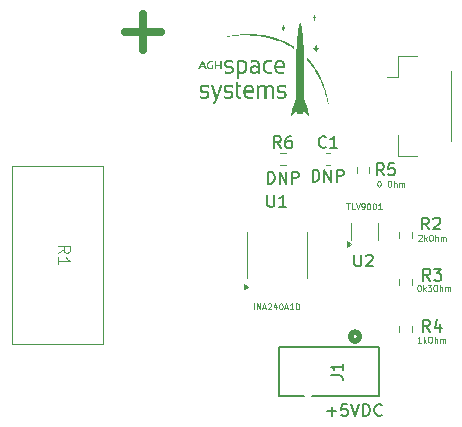
<source format=gbr>
%TF.GenerationSoftware,KiCad,Pcbnew,8.0.8*%
%TF.CreationDate,2025-11-14T22:35:10+01:00*%
%TF.ProjectId,Pomiar pr_du,506f6d69-6172-4207-9072-0564752e6b69,rev?*%
%TF.SameCoordinates,Original*%
%TF.FileFunction,Legend,Top*%
%TF.FilePolarity,Positive*%
%FSLAX46Y46*%
G04 Gerber Fmt 4.6, Leading zero omitted, Abs format (unit mm)*
G04 Created by KiCad (PCBNEW 8.0.8) date 2025-11-14 22:35:10*
%MOMM*%
%LPD*%
G01*
G04 APERTURE LIST*
%ADD10C,0.000000*%
%ADD11C,0.700000*%
%ADD12C,0.150000*%
%ADD13C,0.070000*%
%ADD14C,0.100000*%
%ADD15C,0.120000*%
%ADD16C,0.152400*%
%ADD17C,0.508000*%
G04 APERTURE END LIST*
D10*
G36*
X137130268Y-77590476D02*
G01*
X137175401Y-77591498D01*
X137176119Y-77591565D01*
X137176853Y-77591713D01*
X137177602Y-77591940D01*
X137178362Y-77592241D01*
X137179132Y-77592614D01*
X137179911Y-77593053D01*
X137180696Y-77593557D01*
X137181486Y-77594121D01*
X137182278Y-77594742D01*
X137183070Y-77595417D01*
X137184648Y-77596911D01*
X137186205Y-77598575D01*
X137187724Y-77600381D01*
X137189191Y-77602301D01*
X137190589Y-77604306D01*
X137191904Y-77606367D01*
X137193119Y-77608457D01*
X137194219Y-77610546D01*
X137195189Y-77612607D01*
X137196012Y-77614610D01*
X137196674Y-77616528D01*
X137407970Y-78304973D01*
X137423723Y-78356063D01*
X137440137Y-78407228D01*
X137448791Y-78432862D01*
X137457850Y-78458542D01*
X137467394Y-78484278D01*
X137477502Y-78510078D01*
X137768174Y-77592027D01*
X137960738Y-77592027D01*
X137907186Y-77749084D01*
X137526345Y-78862398D01*
X137518583Y-78883990D01*
X137510340Y-78905328D01*
X137501587Y-78926387D01*
X137492297Y-78947138D01*
X137482440Y-78967555D01*
X137471988Y-78987610D01*
X137460913Y-79007276D01*
X137449186Y-79026526D01*
X137436778Y-79045332D01*
X137423662Y-79063668D01*
X137409809Y-79081506D01*
X137395190Y-79098819D01*
X137379777Y-79115580D01*
X137363542Y-79131761D01*
X137346455Y-79147336D01*
X137328489Y-79162277D01*
X137321445Y-79167737D01*
X137314268Y-79173038D01*
X137306967Y-79178197D01*
X137299550Y-79183235D01*
X137284406Y-79193021D01*
X137268905Y-79202546D01*
X137237108Y-79221421D01*
X137220952Y-79231073D01*
X137204717Y-79241070D01*
X137169818Y-79165902D01*
X137153684Y-79130356D01*
X137138412Y-79095178D01*
X137138242Y-79094677D01*
X137138134Y-79094127D01*
X137138088Y-79093532D01*
X137138101Y-79092895D01*
X137138170Y-79092221D01*
X137138294Y-79091511D01*
X137138468Y-79090771D01*
X137138692Y-79090002D01*
X137139277Y-79088394D01*
X137140029Y-79086715D01*
X137140929Y-79084992D01*
X137141958Y-79083253D01*
X137143096Y-79081524D01*
X137144323Y-79079832D01*
X137145621Y-79078206D01*
X137146970Y-79076672D01*
X137148350Y-79075257D01*
X137149743Y-79073989D01*
X137151129Y-79072894D01*
X137151813Y-79072421D01*
X137152488Y-79072001D01*
X137170793Y-79060918D01*
X137188375Y-79049210D01*
X137205247Y-79036889D01*
X137221428Y-79023969D01*
X137236932Y-79010462D01*
X137251776Y-78996381D01*
X137265976Y-78981740D01*
X137279548Y-78966551D01*
X137292507Y-78950828D01*
X137304871Y-78934583D01*
X137316655Y-78917829D01*
X137327875Y-78900580D01*
X137338547Y-78882849D01*
X137348687Y-78864648D01*
X137358311Y-78845991D01*
X137367436Y-78826891D01*
X137369035Y-78823242D01*
X137370457Y-78819633D01*
X137371702Y-78816055D01*
X137372767Y-78812499D01*
X137373651Y-78808956D01*
X137374352Y-78805416D01*
X137374870Y-78801873D01*
X137375201Y-78798315D01*
X137375345Y-78794736D01*
X137375301Y-78791125D01*
X137375066Y-78787475D01*
X137374639Y-78783775D01*
X137374019Y-78780018D01*
X137373203Y-78776194D01*
X137372191Y-78772295D01*
X137370981Y-78768312D01*
X136997125Y-77606844D01*
X136996611Y-77605144D01*
X136996129Y-77603401D01*
X136995663Y-77601585D01*
X136995194Y-77599667D01*
X136994178Y-77595406D01*
X136992945Y-77590386D01*
X137084927Y-77590188D01*
X137130268Y-77590476D01*
G37*
G36*
X145915673Y-74151121D02*
G01*
X145921040Y-74179114D01*
X145923944Y-74193329D01*
X145927023Y-74207583D01*
X145933553Y-74234933D01*
X145940950Y-74261945D01*
X145949322Y-74288575D01*
X145953909Y-74301733D01*
X145958780Y-74314779D01*
X145963949Y-74327707D01*
X145969430Y-74340511D01*
X145975237Y-74353187D01*
X145981383Y-74365728D01*
X145987881Y-74378129D01*
X145994745Y-74390384D01*
X146001989Y-74402488D01*
X146009626Y-74414434D01*
X146016351Y-74424306D01*
X146023314Y-74433869D01*
X146030524Y-74443104D01*
X146037988Y-74451995D01*
X146045715Y-74460526D01*
X146053711Y-74468679D01*
X146061986Y-74476436D01*
X146070547Y-74483782D01*
X146079402Y-74490698D01*
X146088558Y-74497168D01*
X146098025Y-74503175D01*
X146107809Y-74508702D01*
X146117918Y-74513731D01*
X146128361Y-74518246D01*
X146139146Y-74522230D01*
X146150279Y-74525665D01*
X146138792Y-74532928D01*
X146127008Y-74540040D01*
X146103130Y-74554346D01*
X146091328Y-74561804D01*
X146085524Y-74565668D01*
X146079809Y-74569644D01*
X146074201Y-74573748D01*
X146068719Y-74577996D01*
X146063381Y-74582407D01*
X146058204Y-74586995D01*
X146044405Y-74600463D01*
X146031608Y-74614471D01*
X146019757Y-74628989D01*
X146008799Y-74643985D01*
X145998679Y-74659426D01*
X145989342Y-74675282D01*
X145980735Y-74691520D01*
X145972803Y-74708108D01*
X145965492Y-74725016D01*
X145958747Y-74742210D01*
X145952514Y-74759659D01*
X145946739Y-74777332D01*
X145941367Y-74795196D01*
X145936345Y-74813220D01*
X145927129Y-74849620D01*
X145903369Y-74964238D01*
X145897986Y-74931732D01*
X145892073Y-74899375D01*
X145885448Y-74867217D01*
X145877930Y-74835307D01*
X145869334Y-74803694D01*
X145864576Y-74788015D01*
X145859480Y-74772428D01*
X145854024Y-74756941D01*
X145848184Y-74741560D01*
X145841939Y-74726290D01*
X145835265Y-74711138D01*
X145827981Y-74695698D01*
X145820324Y-74680620D01*
X145812253Y-74665939D01*
X145803722Y-74651696D01*
X145794689Y-74637928D01*
X145785109Y-74624673D01*
X145774938Y-74611969D01*
X145764133Y-74599855D01*
X145752649Y-74588368D01*
X145740443Y-74577547D01*
X145727471Y-74567429D01*
X145713688Y-74558054D01*
X145699052Y-74549459D01*
X145683518Y-74541681D01*
X145667043Y-74534761D01*
X145649581Y-74528735D01*
X145659979Y-74525289D01*
X145670034Y-74521556D01*
X145679754Y-74517542D01*
X145689146Y-74513253D01*
X145698217Y-74508697D01*
X145706976Y-74503880D01*
X145715430Y-74498810D01*
X145723586Y-74493494D01*
X145731452Y-74487937D01*
X145739035Y-74482148D01*
X145746344Y-74476132D01*
X145753384Y-74469897D01*
X145766693Y-74456798D01*
X145779022Y-74442904D01*
X145790432Y-74428271D01*
X145800982Y-74412954D01*
X145810732Y-74397007D01*
X145819744Y-74380487D01*
X145828077Y-74363447D01*
X145835792Y-74345944D01*
X145842948Y-74328032D01*
X145849606Y-74309765D01*
X145858327Y-74283424D01*
X145866257Y-74256862D01*
X145873555Y-74230191D01*
X145880377Y-74203522D01*
X145893228Y-74150638D01*
X145906069Y-74099104D01*
X145915673Y-74151121D01*
G37*
G36*
X142852756Y-75498320D02*
G01*
X142868349Y-75498855D01*
X142883910Y-75499794D01*
X142899439Y-75501152D01*
X142914934Y-75502946D01*
X142930394Y-75505189D01*
X142945816Y-75507897D01*
X142961199Y-75511085D01*
X142976542Y-75514769D01*
X142991844Y-75518964D01*
X143005202Y-75523094D01*
X143018172Y-75527583D01*
X143030759Y-75532426D01*
X143042966Y-75537620D01*
X143054798Y-75543159D01*
X143066258Y-75549039D01*
X143077350Y-75555255D01*
X143088078Y-75561802D01*
X143098447Y-75568677D01*
X143108460Y-75575874D01*
X143118121Y-75583389D01*
X143127434Y-75591217D01*
X143136404Y-75599354D01*
X143145033Y-75607795D01*
X143161289Y-75625571D01*
X143176233Y-75644508D01*
X143189898Y-75664571D01*
X143202315Y-75685721D01*
X143213515Y-75707923D01*
X143223532Y-75731140D01*
X143232396Y-75755335D01*
X143240140Y-75780471D01*
X143246796Y-75806512D01*
X143251214Y-75826902D01*
X143255020Y-75847335D01*
X143258236Y-75867815D01*
X143260883Y-75888348D01*
X143262984Y-75908937D01*
X143264562Y-75929587D01*
X143265638Y-75950304D01*
X143266235Y-75971091D01*
X143266079Y-76012894D01*
X143264274Y-76055034D01*
X143260997Y-76097547D01*
X143256425Y-76140470D01*
X142549617Y-76140470D01*
X142548212Y-76170895D01*
X142548990Y-76200902D01*
X142551971Y-76230328D01*
X142557173Y-76259008D01*
X142564617Y-76286781D01*
X142569185Y-76300275D01*
X142574320Y-76313481D01*
X142580025Y-76326378D01*
X142586302Y-76338946D01*
X142593154Y-76351163D01*
X142600583Y-76363011D01*
X142608591Y-76374468D01*
X142617180Y-76385514D01*
X142626354Y-76396128D01*
X142636115Y-76406291D01*
X142646464Y-76415980D01*
X142657405Y-76425177D01*
X142668939Y-76433861D01*
X142681070Y-76442011D01*
X142693799Y-76449606D01*
X142707129Y-76456627D01*
X142721062Y-76463053D01*
X142735601Y-76468863D01*
X142750747Y-76474037D01*
X142766505Y-76478555D01*
X142782875Y-76482396D01*
X142799860Y-76485539D01*
X142824338Y-76489073D01*
X142848756Y-76491794D01*
X142873118Y-76493729D01*
X142897426Y-76494906D01*
X142921681Y-76495352D01*
X142945887Y-76495093D01*
X142970045Y-76494157D01*
X142994158Y-76492571D01*
X143018226Y-76490361D01*
X143042254Y-76487555D01*
X143066243Y-76484180D01*
X143090195Y-76480263D01*
X143137996Y-76470912D01*
X143185676Y-76459716D01*
X143192563Y-76457949D01*
X143199811Y-76456018D01*
X143216844Y-76451408D01*
X143217036Y-76530909D01*
X143216777Y-76569615D01*
X143216414Y-76588827D01*
X143215839Y-76607989D01*
X143215776Y-76608613D01*
X143215641Y-76609255D01*
X143215436Y-76609913D01*
X143215164Y-76610583D01*
X143214829Y-76611265D01*
X143214434Y-76611956D01*
X143213982Y-76612653D01*
X143213476Y-76613356D01*
X143212921Y-76614061D01*
X143212318Y-76614766D01*
X143210984Y-76616171D01*
X143209501Y-76617554D01*
X143207895Y-76618896D01*
X143206191Y-76620182D01*
X143204416Y-76621395D01*
X143202595Y-76622518D01*
X143200755Y-76623534D01*
X143198921Y-76624426D01*
X143197120Y-76625178D01*
X143196240Y-76625495D01*
X143195378Y-76625772D01*
X143194537Y-76626005D01*
X143193720Y-76626192D01*
X143101539Y-76645586D01*
X143078419Y-76649966D01*
X143055250Y-76653799D01*
X143032021Y-76656906D01*
X143020381Y-76658130D01*
X143008723Y-76659106D01*
X142964095Y-76662027D01*
X142919474Y-76663980D01*
X142874924Y-76664456D01*
X142852697Y-76663979D01*
X142830513Y-76662942D01*
X142808379Y-76661279D01*
X142786304Y-76658928D01*
X142764297Y-76655823D01*
X142742365Y-76651902D01*
X142720517Y-76647101D01*
X142698761Y-76641355D01*
X142677105Y-76634600D01*
X142655557Y-76626774D01*
X142632399Y-76617054D01*
X142610251Y-76606355D01*
X142589114Y-76594687D01*
X142568986Y-76582060D01*
X142549869Y-76568482D01*
X142531761Y-76553964D01*
X142514663Y-76538515D01*
X142498573Y-76522144D01*
X142483493Y-76504863D01*
X142469421Y-76486679D01*
X142456358Y-76467603D01*
X142444303Y-76447644D01*
X142433256Y-76426812D01*
X142423217Y-76405117D01*
X142414186Y-76382567D01*
X142406162Y-76359174D01*
X142395510Y-76323190D01*
X142386242Y-76287157D01*
X142378363Y-76251082D01*
X142371880Y-76214971D01*
X142366799Y-76178831D01*
X142363126Y-76142668D01*
X142360868Y-76106489D01*
X142360031Y-76070302D01*
X142360622Y-76034112D01*
X142362647Y-75997926D01*
X142365633Y-75966745D01*
X142545384Y-75966745D01*
X143089314Y-75966745D01*
X143087365Y-75927976D01*
X143085807Y-75908846D01*
X143083714Y-75889962D01*
X143080976Y-75871384D01*
X143077484Y-75853168D01*
X143073130Y-75835373D01*
X143067804Y-75818056D01*
X143061396Y-75801276D01*
X143053797Y-75785089D01*
X143044899Y-75769556D01*
X143034590Y-75754732D01*
X143028874Y-75747604D01*
X143022764Y-75740676D01*
X143016247Y-75733954D01*
X143009309Y-75727446D01*
X143001937Y-75721159D01*
X142994117Y-75715100D01*
X142985835Y-75709277D01*
X142977078Y-75703696D01*
X142958390Y-75693184D01*
X142939528Y-75684177D01*
X142920518Y-75676658D01*
X142901385Y-75670608D01*
X142882153Y-75666007D01*
X142862849Y-75662838D01*
X142843497Y-75661083D01*
X142824123Y-75660721D01*
X142804751Y-75661736D01*
X142785406Y-75664109D01*
X142766115Y-75667820D01*
X142746901Y-75672852D01*
X142727790Y-75679185D01*
X142708807Y-75686803D01*
X142689977Y-75695685D01*
X142671326Y-75705813D01*
X142662431Y-75711216D01*
X142653975Y-75716865D01*
X142645946Y-75722752D01*
X142638333Y-75728871D01*
X142631122Y-75735215D01*
X142624303Y-75741777D01*
X142617864Y-75748550D01*
X142611792Y-75755528D01*
X142606075Y-75762704D01*
X142600702Y-75770071D01*
X142595661Y-75777622D01*
X142590940Y-75785351D01*
X142586527Y-75793250D01*
X142582411Y-75801313D01*
X142575018Y-75817904D01*
X142568667Y-75835069D01*
X142563262Y-75852754D01*
X142558710Y-75870905D01*
X142554913Y-75889467D01*
X142551777Y-75908386D01*
X142549207Y-75927609D01*
X142547108Y-75947080D01*
X142545384Y-75966745D01*
X142365633Y-75966745D01*
X142366112Y-75961751D01*
X142371023Y-75925593D01*
X142377388Y-75889460D01*
X142385211Y-75853357D01*
X142394501Y-75817292D01*
X142405262Y-75781271D01*
X142415786Y-75751502D01*
X142427764Y-75723410D01*
X142434296Y-75709993D01*
X142441189Y-75696993D01*
X142448440Y-75684412D01*
X142456049Y-75672248D01*
X142464014Y-75660501D01*
X142472335Y-75649171D01*
X142481010Y-75638258D01*
X142490038Y-75627760D01*
X142499418Y-75617679D01*
X142509148Y-75608012D01*
X142519228Y-75598761D01*
X142529656Y-75589924D01*
X142540431Y-75581502D01*
X142551551Y-75573493D01*
X142563016Y-75565898D01*
X142574825Y-75558716D01*
X142586975Y-75551947D01*
X142599467Y-75545590D01*
X142612298Y-75539645D01*
X142625468Y-75534112D01*
X142652819Y-75524280D01*
X142681509Y-75516089D01*
X142711529Y-75509538D01*
X142742870Y-75504623D01*
X142774383Y-75501180D01*
X142805808Y-75498991D01*
X142821484Y-75498403D01*
X142837134Y-75498175D01*
X142852756Y-75498320D01*
G37*
G36*
X137437127Y-75875464D02*
G01*
X137794738Y-75875464D01*
X137794738Y-75590613D01*
X137904804Y-75590613D01*
X137904804Y-76268952D01*
X137796748Y-76268952D01*
X137796748Y-75976112D01*
X137438238Y-75976112D01*
X137438238Y-76268476D01*
X137328171Y-76268476D01*
X137328119Y-75589502D01*
X137437127Y-75589502D01*
X137437127Y-75875464D01*
G37*
G36*
X145197725Y-75309644D02*
G01*
X145261667Y-75381058D01*
X145324218Y-75453276D01*
X145385447Y-75526300D01*
X145445427Y-75600130D01*
X145504227Y-75674767D01*
X145561918Y-75750211D01*
X145618572Y-75826463D01*
X145736063Y-75992389D01*
X145847831Y-76161525D01*
X145954048Y-76333766D01*
X146054889Y-76509009D01*
X146150529Y-76687149D01*
X146241142Y-76868081D01*
X146326901Y-77051703D01*
X146407982Y-77237909D01*
X146476012Y-77404884D01*
X146540288Y-77573100D01*
X146600814Y-77742543D01*
X146657597Y-77913198D01*
X146710641Y-78085051D01*
X146759953Y-78258088D01*
X146805538Y-78432294D01*
X146847402Y-78607656D01*
X146881857Y-78763612D01*
X146914639Y-78919944D01*
X146946083Y-79076555D01*
X146976519Y-79233344D01*
X146984676Y-79277903D01*
X146992179Y-79322585D01*
X147005795Y-79412208D01*
X147031500Y-79591747D01*
X147031595Y-79592464D01*
X147031663Y-79593187D01*
X147031701Y-79593914D01*
X147031707Y-79594647D01*
X147031679Y-79595386D01*
X147031616Y-79596132D01*
X147031515Y-79596883D01*
X147031374Y-79597641D01*
X147031192Y-79598406D01*
X147030966Y-79599178D01*
X147030695Y-79599958D01*
X147030376Y-79600744D01*
X147030009Y-79601539D01*
X147029589Y-79602342D01*
X147029117Y-79603153D01*
X147028590Y-79603972D01*
X146961968Y-79306580D01*
X146915479Y-79108991D01*
X146865886Y-78912334D01*
X146813041Y-78716653D01*
X146756796Y-78521991D01*
X146697005Y-78328394D01*
X146633519Y-78135906D01*
X146566190Y-77944569D01*
X146494872Y-77754429D01*
X146394525Y-77506415D01*
X146286906Y-77262396D01*
X146171700Y-77022553D01*
X146048593Y-76787066D01*
X145917268Y-76556116D01*
X145777409Y-76329883D01*
X145628701Y-76108548D01*
X145550930Y-75999773D01*
X145470828Y-75892291D01*
X145432235Y-75842527D01*
X145392828Y-75793386D01*
X145352802Y-75744714D01*
X145312356Y-75696360D01*
X145230992Y-75600000D01*
X145150312Y-75503089D01*
X145148466Y-75500695D01*
X145146699Y-75498168D01*
X145145018Y-75495519D01*
X145143426Y-75492762D01*
X145141929Y-75489910D01*
X145140530Y-75486976D01*
X145139235Y-75483974D01*
X145138049Y-75480917D01*
X145136975Y-75477817D01*
X145136018Y-75474689D01*
X145135184Y-75471544D01*
X145134477Y-75468397D01*
X145133901Y-75465261D01*
X145133461Y-75462148D01*
X145133162Y-75459072D01*
X145133009Y-75456046D01*
X145132142Y-75402858D01*
X145131990Y-75349227D01*
X145132321Y-75239035D01*
X145197725Y-75309644D01*
G37*
G36*
X136475568Y-77587987D02*
G01*
X136494184Y-77588474D01*
X136512803Y-77589358D01*
X136550036Y-77592250D01*
X136587232Y-77596526D01*
X136614790Y-77600518D01*
X136642271Y-77605106D01*
X136669691Y-77610164D01*
X136697067Y-77615562D01*
X136806466Y-77638012D01*
X136808029Y-77638342D01*
X136809585Y-77638713D01*
X136811132Y-77639122D01*
X136812672Y-77639563D01*
X136815732Y-77640528D01*
X136818769Y-77641571D01*
X136824787Y-77643757D01*
X136827775Y-77644830D01*
X136830755Y-77645844D01*
X136830755Y-77827400D01*
X136788469Y-77815589D01*
X136746511Y-77803594D01*
X136725565Y-77797837D01*
X136704593Y-77792403D01*
X136683559Y-77787418D01*
X136662427Y-77783003D01*
X136622392Y-77775712D01*
X136582300Y-77769583D01*
X136562233Y-77767078D01*
X136542152Y-77765013D01*
X136522058Y-77763436D01*
X136501950Y-77762399D01*
X136481830Y-77761950D01*
X136461696Y-77762139D01*
X136441551Y-77763016D01*
X136421392Y-77764630D01*
X136401222Y-77767032D01*
X136381040Y-77770271D01*
X136360846Y-77774396D01*
X136340641Y-77779458D01*
X136328847Y-77783054D01*
X136317726Y-77787150D01*
X136307268Y-77791721D01*
X136297461Y-77796745D01*
X136288293Y-77802196D01*
X136279754Y-77808053D01*
X136271831Y-77814290D01*
X136264513Y-77820884D01*
X136257790Y-77827812D01*
X136251649Y-77835050D01*
X136246080Y-77842574D01*
X136241071Y-77850361D01*
X136236610Y-77858386D01*
X136232687Y-77866626D01*
X136229289Y-77875058D01*
X136226407Y-77883658D01*
X136224027Y-77892401D01*
X136222139Y-77901265D01*
X136220732Y-77910225D01*
X136219794Y-77919259D01*
X136219314Y-77928341D01*
X136219280Y-77937450D01*
X136219681Y-77946560D01*
X136220506Y-77955648D01*
X136221744Y-77964691D01*
X136223382Y-77973664D01*
X136225410Y-77982545D01*
X136227817Y-77991309D01*
X136230590Y-77999933D01*
X136233719Y-78008393D01*
X136237192Y-78016665D01*
X136240998Y-78024726D01*
X136243154Y-78028864D01*
X136245421Y-78032845D01*
X136247799Y-78036671D01*
X136250283Y-78040345D01*
X136252873Y-78043867D01*
X136255564Y-78047241D01*
X136258356Y-78050467D01*
X136261244Y-78053549D01*
X136264227Y-78056487D01*
X136267303Y-78059285D01*
X136270468Y-78061943D01*
X136273720Y-78064465D01*
X136277057Y-78066851D01*
X136280477Y-78069104D01*
X136283976Y-78071225D01*
X136287552Y-78073218D01*
X136291203Y-78075083D01*
X136294926Y-78076823D01*
X136298719Y-78078440D01*
X136302579Y-78079935D01*
X136306504Y-78081311D01*
X136310491Y-78082569D01*
X136318642Y-78084741D01*
X136327012Y-78086467D01*
X136335580Y-78087763D01*
X136344328Y-78088643D01*
X136353235Y-78089125D01*
X136375133Y-78089571D01*
X136397048Y-78089627D01*
X136440891Y-78089212D01*
X136462802Y-78089061D01*
X136484695Y-78089163D01*
X136506560Y-78089678D01*
X136528389Y-78090766D01*
X136546296Y-78092136D01*
X136564235Y-78093850D01*
X136582166Y-78095944D01*
X136600051Y-78098452D01*
X136617852Y-78101413D01*
X136635530Y-78104860D01*
X136653047Y-78108831D01*
X136670364Y-78113361D01*
X136682055Y-78116908D01*
X136693328Y-78120845D01*
X136704191Y-78125161D01*
X136714648Y-78129845D01*
X136724707Y-78134888D01*
X136734373Y-78140277D01*
X136743652Y-78146003D01*
X136752550Y-78152055D01*
X136761074Y-78158423D01*
X136769230Y-78165096D01*
X136777023Y-78172063D01*
X136784459Y-78179313D01*
X136791546Y-78186837D01*
X136798288Y-78194623D01*
X136804693Y-78202661D01*
X136810765Y-78210940D01*
X136816512Y-78219450D01*
X136821939Y-78228180D01*
X136827052Y-78237120D01*
X136831857Y-78246258D01*
X136840570Y-78265089D01*
X136848124Y-78284589D01*
X136854571Y-78304672D01*
X136859957Y-78325253D01*
X136864331Y-78346249D01*
X136867743Y-78367574D01*
X136870601Y-78391660D01*
X136872493Y-78415693D01*
X136873054Y-78427687D01*
X136873346Y-78439664D01*
X136873358Y-78451624D01*
X136873081Y-78463564D01*
X136872506Y-78475485D01*
X136871624Y-78487385D01*
X136870424Y-78499263D01*
X136868897Y-78511118D01*
X136867033Y-78522949D01*
X136864824Y-78534755D01*
X136862259Y-78546534D01*
X136859330Y-78558286D01*
X136856211Y-78569294D01*
X136852792Y-78579989D01*
X136849075Y-78590372D01*
X136845065Y-78600448D01*
X136840765Y-78610219D01*
X136836179Y-78619690D01*
X136831311Y-78628863D01*
X136826165Y-78637742D01*
X136820744Y-78646331D01*
X136815052Y-78654633D01*
X136809093Y-78662650D01*
X136802871Y-78670388D01*
X136796389Y-78677848D01*
X136789651Y-78685035D01*
X136775424Y-78698601D01*
X136760218Y-78711113D01*
X136744065Y-78722600D01*
X136726994Y-78733087D01*
X136709036Y-78742602D01*
X136690220Y-78751172D01*
X136670577Y-78758825D01*
X136650137Y-78765587D01*
X136628930Y-78771487D01*
X136610545Y-78775871D01*
X136592122Y-78779688D01*
X136573666Y-78782956D01*
X136555179Y-78785692D01*
X136536664Y-78787914D01*
X136518127Y-78789639D01*
X136499569Y-78790884D01*
X136480995Y-78791668D01*
X136462408Y-78792007D01*
X136443811Y-78791918D01*
X136406603Y-78790529D01*
X136369399Y-78787641D01*
X136332227Y-78783393D01*
X136304294Y-78779355D01*
X136276442Y-78774712D01*
X136248653Y-78769597D01*
X136220910Y-78764145D01*
X136110030Y-78741642D01*
X136106785Y-78740929D01*
X136103778Y-78740075D01*
X136102361Y-78739592D01*
X136101003Y-78739072D01*
X136099703Y-78738512D01*
X136098460Y-78737913D01*
X136097274Y-78737273D01*
X136096144Y-78736591D01*
X136095071Y-78735867D01*
X136094054Y-78735099D01*
X136093092Y-78734287D01*
X136092186Y-78733429D01*
X136091334Y-78732526D01*
X136090536Y-78731575D01*
X136089793Y-78730576D01*
X136089104Y-78729528D01*
X136088468Y-78728430D01*
X136087885Y-78727281D01*
X136087354Y-78726081D01*
X136086876Y-78724828D01*
X136086450Y-78723521D01*
X136086076Y-78722160D01*
X136085753Y-78720744D01*
X136085480Y-78719272D01*
X136085258Y-78717742D01*
X136085087Y-78716154D01*
X136084965Y-78714507D01*
X136084892Y-78712801D01*
X136084894Y-78709204D01*
X136085510Y-78669952D01*
X136085576Y-78630530D01*
X136085265Y-78550190D01*
X136122541Y-78561205D01*
X136158687Y-78572117D01*
X136176503Y-78577315D01*
X136194237Y-78582225D01*
X136211956Y-78586759D01*
X136229727Y-78590830D01*
X136269580Y-78598937D01*
X136309498Y-78606028D01*
X136349505Y-78611736D01*
X136369548Y-78613957D01*
X136389622Y-78615694D01*
X136409728Y-78616903D01*
X136429870Y-78617537D01*
X136450050Y-78617550D01*
X136470271Y-78616897D01*
X136490536Y-78615532D01*
X136510847Y-78613409D01*
X136531207Y-78610482D01*
X136551619Y-78606706D01*
X136563684Y-78603932D01*
X136575149Y-78600711D01*
X136586021Y-78597058D01*
X136596307Y-78592990D01*
X136606017Y-78588521D01*
X136615157Y-78583668D01*
X136623734Y-78578446D01*
X136631758Y-78572871D01*
X136639234Y-78566959D01*
X136646172Y-78560725D01*
X136652578Y-78554184D01*
X136658460Y-78547354D01*
X136663827Y-78540249D01*
X136668685Y-78532884D01*
X136673042Y-78525277D01*
X136676906Y-78517442D01*
X136680285Y-78509395D01*
X136683186Y-78501151D01*
X136685617Y-78492728D01*
X136687586Y-78484139D01*
X136689100Y-78475401D01*
X136690166Y-78466530D01*
X136690794Y-78457540D01*
X136690990Y-78448449D01*
X136690761Y-78439271D01*
X136690116Y-78430023D01*
X136689063Y-78420719D01*
X136687608Y-78411377D01*
X136685760Y-78402010D01*
X136683526Y-78392635D01*
X136680914Y-78383269D01*
X136677932Y-78373925D01*
X136676217Y-78369223D01*
X136674312Y-78364635D01*
X136672219Y-78360163D01*
X136669944Y-78355809D01*
X136667492Y-78351574D01*
X136664865Y-78347462D01*
X136662070Y-78343474D01*
X136659110Y-78339613D01*
X136655989Y-78335881D01*
X136652713Y-78332280D01*
X136649285Y-78328812D01*
X136645710Y-78325479D01*
X136641993Y-78322284D01*
X136638137Y-78319229D01*
X136634148Y-78316316D01*
X136630029Y-78313547D01*
X136625785Y-78310924D01*
X136621421Y-78308450D01*
X136616940Y-78306126D01*
X136612348Y-78303956D01*
X136607648Y-78301940D01*
X136602846Y-78300082D01*
X136597945Y-78298383D01*
X136592951Y-78296846D01*
X136587866Y-78295473D01*
X136582697Y-78294266D01*
X136577446Y-78293227D01*
X136572120Y-78292359D01*
X136566721Y-78291663D01*
X136561255Y-78291142D01*
X136555726Y-78290798D01*
X136550138Y-78290633D01*
X136528599Y-78290529D01*
X136507048Y-78290679D01*
X136463943Y-78291196D01*
X136442405Y-78291288D01*
X136420888Y-78291087D01*
X136399399Y-78290456D01*
X136377947Y-78289258D01*
X136359650Y-78287865D01*
X136341278Y-78286202D01*
X136322900Y-78284172D01*
X136304584Y-78281677D01*
X136286400Y-78278623D01*
X136268417Y-78274911D01*
X136259522Y-78272778D01*
X136250702Y-78270445D01*
X136241967Y-78267899D01*
X136233325Y-78265128D01*
X136223054Y-78261471D01*
X136213123Y-78257519D01*
X136203529Y-78253276D01*
X136194268Y-78248748D01*
X136185337Y-78243941D01*
X136176733Y-78238860D01*
X136168451Y-78233510D01*
X136160489Y-78227897D01*
X136152843Y-78222027D01*
X136145509Y-78215904D01*
X136138484Y-78209534D01*
X136131765Y-78202923D01*
X136125348Y-78196075D01*
X136119229Y-78188997D01*
X136113406Y-78181694D01*
X136107873Y-78174171D01*
X136102629Y-78166434D01*
X136097670Y-78158487D01*
X136092991Y-78150337D01*
X136088590Y-78141989D01*
X136080607Y-78124720D01*
X136073692Y-78106723D01*
X136067818Y-78088042D01*
X136062957Y-78068720D01*
X136059080Y-78048800D01*
X136056161Y-78028326D01*
X136053732Y-78004656D01*
X136052028Y-77980772D01*
X136051091Y-77956756D01*
X136050961Y-77932692D01*
X136051680Y-77908663D01*
X136053288Y-77884751D01*
X136055826Y-77861040D01*
X136059336Y-77837614D01*
X136061597Y-77825779D01*
X136064240Y-77814284D01*
X136067258Y-77803125D01*
X136070646Y-77792298D01*
X136074396Y-77781799D01*
X136078504Y-77771625D01*
X136082962Y-77761772D01*
X136087765Y-77752235D01*
X136092907Y-77743012D01*
X136098381Y-77734099D01*
X136104181Y-77725492D01*
X136110302Y-77717187D01*
X136116736Y-77709180D01*
X136123479Y-77701468D01*
X136130524Y-77694047D01*
X136137864Y-77686914D01*
X136145494Y-77680064D01*
X136153407Y-77673494D01*
X136170059Y-77661178D01*
X136187772Y-77649936D01*
X136206497Y-77639739D01*
X136226184Y-77630557D01*
X136246784Y-77622360D01*
X136268248Y-77615119D01*
X136290529Y-77608802D01*
X136308878Y-77604360D01*
X136327274Y-77600489D01*
X136345710Y-77597171D01*
X136364184Y-77594390D01*
X136382690Y-77592126D01*
X136401225Y-77590365D01*
X136419785Y-77589087D01*
X136438364Y-77588277D01*
X136456960Y-77587916D01*
X136475568Y-77587987D01*
G37*
G36*
X144562325Y-72118680D02*
G01*
X144566049Y-72129890D01*
X144573103Y-72150837D01*
X144576319Y-72160780D01*
X144579254Y-72170505D01*
X144581849Y-72180115D01*
X144584050Y-72189711D01*
X144636146Y-72440563D01*
X144661307Y-72566157D01*
X144684750Y-72692049D01*
X144701725Y-72794650D01*
X144716804Y-72897584D01*
X144730515Y-73000726D01*
X144743382Y-73103952D01*
X144753849Y-73195727D01*
X144763146Y-73287646D01*
X144780371Y-73471617D01*
X144798085Y-73663162D01*
X144814608Y-73854787D01*
X144818531Y-73907963D01*
X144821818Y-73961189D01*
X144827996Y-74067670D01*
X144849957Y-74419619D01*
X144853866Y-74487730D01*
X144855545Y-74521797D01*
X144856942Y-74555880D01*
X144863722Y-74741174D01*
X144869430Y-74926508D01*
X144885675Y-75533389D01*
X144892617Y-75836837D01*
X144896841Y-76140311D01*
X144897986Y-76490720D01*
X144896755Y-76841139D01*
X144891549Y-77541967D01*
X144890000Y-77680000D01*
X144887454Y-77818027D01*
X144881018Y-78094047D01*
X144863344Y-78785403D01*
X144863317Y-78788443D01*
X144863375Y-78791506D01*
X144863516Y-78794586D01*
X144863739Y-78797678D01*
X144864043Y-78800778D01*
X144864428Y-78803878D01*
X144864892Y-78806975D01*
X144865434Y-78810062D01*
X144866052Y-78813135D01*
X144866747Y-78816187D01*
X144867516Y-78819213D01*
X144868359Y-78822209D01*
X144869275Y-78825167D01*
X144870262Y-78828084D01*
X144871319Y-78830953D01*
X144872446Y-78833769D01*
X145035217Y-79221199D01*
X145116300Y-79415032D01*
X145196401Y-79609263D01*
X145199691Y-79617822D01*
X145202653Y-79626526D01*
X145205315Y-79635359D01*
X145207707Y-79644309D01*
X145209857Y-79653362D01*
X145211792Y-79662503D01*
X145215134Y-79680998D01*
X145217959Y-79699684D01*
X145220496Y-79718450D01*
X145225611Y-79755788D01*
X145236199Y-79827922D01*
X145246335Y-79900145D01*
X145265987Y-80044661D01*
X145270688Y-80080566D01*
X145275260Y-80117394D01*
X145284931Y-80197114D01*
X144821593Y-79811352D01*
X144821593Y-80004762D01*
X144821466Y-80026272D01*
X144821165Y-80035009D01*
X144820578Y-80042524D01*
X144820148Y-80045852D01*
X144819611Y-80048909D01*
X144818955Y-80051708D01*
X144818169Y-80054259D01*
X144817240Y-80056575D01*
X144816156Y-80058666D01*
X144814905Y-80060545D01*
X144813477Y-80062223D01*
X144811858Y-80063711D01*
X144810037Y-80065022D01*
X144808002Y-80066167D01*
X144805741Y-80067157D01*
X144803242Y-80068005D01*
X144800494Y-80068721D01*
X144797484Y-80069318D01*
X144794201Y-80069807D01*
X144786766Y-80070507D01*
X144778095Y-80070915D01*
X144756664Y-80071225D01*
X144269566Y-80072495D01*
X144267755Y-80072469D01*
X144265916Y-80072397D01*
X144264020Y-80072286D01*
X144262038Y-80072145D01*
X144257704Y-80071803D01*
X144252685Y-80071436D01*
X144252685Y-79812991D01*
X144196858Y-79860186D01*
X144145000Y-79904325D01*
X143807444Y-80194468D01*
X143806922Y-80194929D01*
X143806424Y-80195419D01*
X143805949Y-80195934D01*
X143805493Y-80196472D01*
X143805055Y-80197030D01*
X143804632Y-80197604D01*
X143804221Y-80198193D01*
X143803820Y-80198794D01*
X143803037Y-80200018D01*
X143802265Y-80201254D01*
X143801483Y-80202481D01*
X143801082Y-80203083D01*
X143800671Y-80203675D01*
X143799950Y-80203728D01*
X143799218Y-80203768D01*
X143798477Y-80203796D01*
X143797729Y-80203815D01*
X143796231Y-80203833D01*
X143794747Y-80203835D01*
X143807301Y-80090925D01*
X143813692Y-80034484D01*
X143820411Y-79978093D01*
X143823865Y-79952140D01*
X143827673Y-79926221D01*
X143835604Y-79874429D01*
X143839355Y-79848525D01*
X143842713Y-79822597D01*
X143845491Y-79796629D01*
X143847504Y-79770606D01*
X143848777Y-79753794D01*
X143850558Y-79737161D01*
X143852824Y-79720697D01*
X143855554Y-79704390D01*
X143858725Y-79688228D01*
X143862316Y-79672198D01*
X143866304Y-79656290D01*
X143870668Y-79640491D01*
X143880434Y-79609173D01*
X143891438Y-79578149D01*
X143903504Y-79547325D01*
X143916454Y-79516606D01*
X144061631Y-79177734D01*
X144204268Y-78837791D01*
X144206123Y-78833018D01*
X144207783Y-78828135D01*
X144209259Y-78823151D01*
X144210560Y-78818079D01*
X144211696Y-78812930D01*
X144212675Y-78807716D01*
X144213507Y-78802448D01*
X144214203Y-78797137D01*
X144214771Y-78791796D01*
X144215220Y-78786435D01*
X144215802Y-78775700D01*
X144216024Y-78765024D01*
X144215962Y-78754500D01*
X144205273Y-78300422D01*
X144200650Y-78049591D01*
X144197176Y-77798719D01*
X144194127Y-77485472D01*
X144192626Y-77172186D01*
X144192633Y-76662863D01*
X144194584Y-76153540D01*
X144196240Y-76002142D01*
X144198982Y-75850758D01*
X144206278Y-75548015D01*
X144214216Y-75278067D01*
X144223899Y-75008159D01*
X144227312Y-74930389D01*
X144231394Y-74852644D01*
X144239880Y-74697168D01*
X144249021Y-74499961D01*
X144253840Y-74401372D01*
X144259512Y-74302832D01*
X144267386Y-74189092D01*
X144275989Y-74075410D01*
X144293855Y-73848067D01*
X144305563Y-73696110D01*
X144311774Y-73620159D01*
X144318620Y-73544272D01*
X144326476Y-73466354D01*
X144334952Y-73388486D01*
X144352752Y-73232858D01*
X144370307Y-73078791D01*
X144379675Y-73001832D01*
X144390164Y-72925041D01*
X144405299Y-72822189D01*
X144421080Y-72719407D01*
X144438191Y-72616863D01*
X144447458Y-72565733D01*
X144457315Y-72514725D01*
X144467460Y-72466150D01*
X144478306Y-72417718D01*
X144501500Y-72321156D01*
X144549654Y-72128381D01*
X144549878Y-72127529D01*
X144550134Y-72126672D01*
X144550425Y-72125796D01*
X144550753Y-72124889D01*
X144551121Y-72123938D01*
X144551532Y-72122929D01*
X144552492Y-72120688D01*
X144555034Y-72114949D01*
X144556658Y-72111244D01*
X144558544Y-72106844D01*
X144562325Y-72118680D01*
G37*
G36*
X140448708Y-73303633D02*
G01*
X140505735Y-73305276D01*
X140619768Y-73310593D01*
X140847660Y-73325145D01*
X140934001Y-73331177D01*
X141020267Y-73338162D01*
X141106405Y-73346338D01*
X141192359Y-73355942D01*
X141293427Y-73368396D01*
X141394401Y-73381831D01*
X141444786Y-73389163D01*
X141495068Y-73397033D01*
X141545219Y-73405542D01*
X141595213Y-73414785D01*
X141756325Y-73446157D01*
X141917238Y-73478795D01*
X142077595Y-73513823D01*
X142157454Y-73532586D01*
X142237039Y-73552369D01*
X142470736Y-73616975D01*
X142700843Y-73690147D01*
X142927343Y-73771886D01*
X143150216Y-73862196D01*
X143369445Y-73961078D01*
X143585013Y-74068534D01*
X143796901Y-74184569D01*
X144005091Y-74309183D01*
X144008698Y-74311483D01*
X144012110Y-74313778D01*
X144015315Y-74316093D01*
X144018301Y-74318453D01*
X144021056Y-74320884D01*
X144023568Y-74323411D01*
X144024730Y-74324718D01*
X144025827Y-74326059D01*
X144026857Y-74327437D01*
X144027819Y-74328855D01*
X144028712Y-74330316D01*
X144029534Y-74331823D01*
X144030283Y-74333379D01*
X144030959Y-74334988D01*
X144031559Y-74336653D01*
X144032082Y-74338377D01*
X144032527Y-74340163D01*
X144032893Y-74342014D01*
X144033177Y-74343934D01*
X144033378Y-74345926D01*
X144033495Y-74347993D01*
X144033527Y-74350137D01*
X144033471Y-74352363D01*
X144033327Y-74354673D01*
X144033093Y-74357071D01*
X144032767Y-74359560D01*
X144030046Y-74379568D01*
X144027701Y-74399693D01*
X144025646Y-74419970D01*
X144023796Y-74440437D01*
X144016732Y-74524925D01*
X143918658Y-74463488D01*
X143823798Y-74404592D01*
X143728845Y-74347535D01*
X143633026Y-74292482D01*
X143438863Y-74188235D01*
X143241445Y-74091537D01*
X143040910Y-74002075D01*
X142837392Y-73919536D01*
X142631030Y-73843607D01*
X142421960Y-73773974D01*
X142210317Y-73710325D01*
X142116626Y-73684330D01*
X142022611Y-73659707D01*
X141928283Y-73636428D01*
X141833656Y-73614467D01*
X141738740Y-73593795D01*
X141643549Y-73574386D01*
X141548095Y-73556212D01*
X141452391Y-73539246D01*
X141335201Y-73520295D01*
X141217692Y-73503170D01*
X141099966Y-73487454D01*
X140982121Y-73472730D01*
X140886643Y-73461950D01*
X140790992Y-73452575D01*
X140695232Y-73444162D01*
X140599427Y-73436270D01*
X140496949Y-73428543D01*
X140394423Y-73422037D01*
X140291850Y-73416764D01*
X140189231Y-73412735D01*
X140086567Y-73409961D01*
X139983859Y-73408454D01*
X139881110Y-73408224D01*
X139778320Y-73409282D01*
X139594315Y-73413145D01*
X139502333Y-73415979D01*
X139410390Y-73419707D01*
X139329058Y-73424160D01*
X139247770Y-73429655D01*
X139085270Y-73441826D01*
X138970176Y-73450584D01*
X138912674Y-73455503D01*
X138855241Y-73461087D01*
X138784777Y-73468733D01*
X138714357Y-73476890D01*
X138643987Y-73485533D01*
X138573672Y-73494637D01*
X138498406Y-73504803D01*
X138423190Y-73515406D01*
X138348033Y-73526486D01*
X138272946Y-73538081D01*
X138210477Y-73548435D01*
X138148123Y-73559473D01*
X138023497Y-73582055D01*
X138020434Y-73582564D01*
X138018895Y-73582784D01*
X138017349Y-73582970D01*
X138015794Y-73583113D01*
X138014229Y-73583202D01*
X138012652Y-73583229D01*
X138011062Y-73583186D01*
X138009457Y-73583063D01*
X138007835Y-73582850D01*
X138006196Y-73582540D01*
X138004537Y-73582122D01*
X138002857Y-73581588D01*
X138001154Y-73580928D01*
X137999427Y-73580135D01*
X137997674Y-73579197D01*
X138169058Y-73537188D01*
X138254864Y-73516801D01*
X138297878Y-73507172D01*
X138340997Y-73498076D01*
X138467391Y-73472946D01*
X138593999Y-73448877D01*
X138720814Y-73425939D01*
X138847833Y-73404202D01*
X138890077Y-73397507D01*
X138932421Y-73391366D01*
X139017332Y-73380370D01*
X139187505Y-73360864D01*
X139271989Y-73351506D01*
X139356528Y-73342673D01*
X139525749Y-73326309D01*
X139572983Y-73322137D01*
X139620291Y-73318530D01*
X139667649Y-73315757D01*
X139691339Y-73314766D01*
X139715032Y-73314085D01*
X140053354Y-73306174D01*
X140222521Y-73303459D01*
X140391677Y-73302867D01*
X140448708Y-73303633D01*
G37*
G36*
X142023054Y-77588671D02*
G01*
X142044983Y-77590481D01*
X142067118Y-77593468D01*
X142089453Y-77597637D01*
X142102069Y-77600554D01*
X142114312Y-77603854D01*
X142126184Y-77607530D01*
X142137690Y-77611578D01*
X142148832Y-77615991D01*
X142159616Y-77620764D01*
X142170044Y-77625891D01*
X142180119Y-77631366D01*
X142189846Y-77637183D01*
X142199229Y-77643337D01*
X142208270Y-77649822D01*
X142216973Y-77656632D01*
X142225342Y-77663761D01*
X142233381Y-77671204D01*
X142241093Y-77678954D01*
X142248481Y-77687007D01*
X142255550Y-77695356D01*
X142262303Y-77703995D01*
X142274875Y-77722122D01*
X142286226Y-77741342D01*
X142296384Y-77761609D01*
X142305380Y-77782876D01*
X142313240Y-77805097D01*
X142319996Y-77828227D01*
X142325674Y-77852219D01*
X142330470Y-77876722D01*
X142334592Y-77901424D01*
X142338062Y-77926282D01*
X142340901Y-77951253D01*
X142343129Y-77976294D01*
X142344769Y-78001361D01*
X142345840Y-78026410D01*
X142346365Y-78051399D01*
X142347547Y-78228873D01*
X142347767Y-78406337D01*
X142347264Y-78761276D01*
X142347213Y-78764515D01*
X142347070Y-78767777D01*
X142346854Y-78771079D01*
X142346583Y-78774438D01*
X142345306Y-78788792D01*
X142167452Y-78788792D01*
X142167452Y-78755190D01*
X142167691Y-78406205D01*
X142166818Y-78057219D01*
X142166558Y-78039535D01*
X142165949Y-78021792D01*
X142164949Y-78004031D01*
X142163517Y-77986291D01*
X142161611Y-77968613D01*
X142159190Y-77951038D01*
X142156212Y-77933605D01*
X142152636Y-77916355D01*
X142149659Y-77904326D01*
X142146301Y-77892840D01*
X142142570Y-77881894D01*
X142138476Y-77871481D01*
X142134025Y-77861598D01*
X142129229Y-77852238D01*
X142124094Y-77843396D01*
X142118629Y-77835069D01*
X142112844Y-77827249D01*
X142106748Y-77819933D01*
X142100347Y-77813116D01*
X142093652Y-77806792D01*
X142086671Y-77800956D01*
X142079413Y-77795603D01*
X142071886Y-77790728D01*
X142064100Y-77786326D01*
X142056061Y-77782391D01*
X142047781Y-77778920D01*
X142039266Y-77775907D01*
X142030526Y-77773346D01*
X142021569Y-77771232D01*
X142012405Y-77769561D01*
X142003041Y-77768328D01*
X141993487Y-77767527D01*
X141983750Y-77767153D01*
X141973841Y-77767201D01*
X141963766Y-77767667D01*
X141953536Y-77768544D01*
X141943159Y-77769829D01*
X141932643Y-77771515D01*
X141921998Y-77773598D01*
X141911231Y-77776073D01*
X141896071Y-77780274D01*
X141881416Y-77785251D01*
X141867242Y-77790965D01*
X141853529Y-77797377D01*
X141840254Y-77804448D01*
X141827395Y-77812139D01*
X141814930Y-77820412D01*
X141802837Y-77829227D01*
X141791095Y-77838546D01*
X141779681Y-77848330D01*
X141768574Y-77858539D01*
X141757751Y-77869135D01*
X141747191Y-77880079D01*
X141736872Y-77891332D01*
X141726771Y-77902855D01*
X141716867Y-77914609D01*
X141716231Y-77915418D01*
X141715632Y-77916267D01*
X141715069Y-77917155D01*
X141714541Y-77918078D01*
X141713585Y-77920026D01*
X141712754Y-77922095D01*
X141712041Y-77924271D01*
X141711436Y-77926538D01*
X141710931Y-77928880D01*
X141710517Y-77931284D01*
X141710184Y-77933732D01*
X141709925Y-77936211D01*
X141709729Y-77938704D01*
X141709589Y-77941196D01*
X141709440Y-77946119D01*
X141709406Y-77950856D01*
X141709088Y-78749845D01*
X141709088Y-78787997D01*
X141526473Y-78787997D01*
X141526473Y-78751908D01*
X141526420Y-78371781D01*
X141524780Y-77991654D01*
X141524604Y-77984253D01*
X141524221Y-77976820D01*
X141523636Y-77969363D01*
X141522858Y-77961890D01*
X141521892Y-77954411D01*
X141520746Y-77946933D01*
X141519427Y-77939466D01*
X141517940Y-77932017D01*
X141514494Y-77917210D01*
X141510462Y-77902581D01*
X141505900Y-77888197D01*
X141500861Y-77874126D01*
X141497495Y-77865789D01*
X141493830Y-77857774D01*
X141489871Y-77850083D01*
X141485625Y-77842718D01*
X141481096Y-77835680D01*
X141476291Y-77828972D01*
X141471216Y-77822594D01*
X141465875Y-77816550D01*
X141460275Y-77810840D01*
X141454421Y-77805466D01*
X141448319Y-77800431D01*
X141441975Y-77795735D01*
X141435395Y-77791381D01*
X141428583Y-77787370D01*
X141421546Y-77783704D01*
X141414289Y-77780385D01*
X141406819Y-77777414D01*
X141399140Y-77774794D01*
X141391259Y-77772525D01*
X141383180Y-77770611D01*
X141374911Y-77769051D01*
X141366456Y-77767849D01*
X141357821Y-77767006D01*
X141349012Y-77766524D01*
X141340034Y-77766404D01*
X141330894Y-77766649D01*
X141321596Y-77767259D01*
X141312147Y-77768237D01*
X141302552Y-77769584D01*
X141292817Y-77771303D01*
X141282948Y-77773394D01*
X141272949Y-77775861D01*
X141257852Y-77780230D01*
X141243210Y-77785267D01*
X141229013Y-77790951D01*
X141215248Y-77797262D01*
X141201905Y-77804180D01*
X141188971Y-77811684D01*
X141176435Y-77819753D01*
X141164285Y-77828367D01*
X141152509Y-77837506D01*
X141141097Y-77847149D01*
X141130035Y-77857276D01*
X141119314Y-77867866D01*
X141108920Y-77878899D01*
X141098843Y-77890354D01*
X141089071Y-77902211D01*
X141079591Y-77914449D01*
X141079039Y-77915225D01*
X141078521Y-77916035D01*
X141077585Y-77917747D01*
X141076775Y-77919572D01*
X141076082Y-77921499D01*
X141075496Y-77923514D01*
X141075009Y-77925606D01*
X141074611Y-77927761D01*
X141074294Y-77929967D01*
X141074048Y-77932212D01*
X141073864Y-77934482D01*
X141073646Y-77939051D01*
X141073569Y-77943572D01*
X141073560Y-77947945D01*
X141073295Y-78749845D01*
X141073348Y-78788896D01*
X140891844Y-78788896D01*
X140891844Y-77590492D01*
X140947631Y-77590228D01*
X140961569Y-77590286D01*
X140975500Y-77590493D01*
X140989424Y-77590898D01*
X141003339Y-77591551D01*
X141003896Y-77591620D01*
X141004465Y-77591764D01*
X141005043Y-77591981D01*
X141005630Y-77592266D01*
X141006224Y-77592617D01*
X141006823Y-77593030D01*
X141007426Y-77593502D01*
X141008031Y-77594029D01*
X141008637Y-77594608D01*
X141009242Y-77595235D01*
X141009845Y-77595907D01*
X141010444Y-77596621D01*
X141011625Y-77598160D01*
X141012772Y-77599826D01*
X141013873Y-77601589D01*
X141014916Y-77603424D01*
X141015889Y-77605304D01*
X141016779Y-77607200D01*
X141017574Y-77609086D01*
X141018262Y-77610935D01*
X141018830Y-77612719D01*
X141019267Y-77614411D01*
X141025640Y-77643581D01*
X141031631Y-77673228D01*
X141043715Y-77735378D01*
X141061269Y-77719284D01*
X141078990Y-77703893D01*
X141096915Y-77689256D01*
X141115079Y-77675419D01*
X141133518Y-77662432D01*
X141152267Y-77650342D01*
X141171364Y-77639199D01*
X141190843Y-77629049D01*
X141210741Y-77619941D01*
X141231093Y-77611925D01*
X141251936Y-77605047D01*
X141273304Y-77599357D01*
X141295235Y-77594902D01*
X141317764Y-77591732D01*
X141340927Y-77589893D01*
X141364760Y-77589435D01*
X141388424Y-77590137D01*
X141411499Y-77591805D01*
X141433963Y-77594495D01*
X141455797Y-77598263D01*
X141476977Y-77603168D01*
X141497485Y-77609264D01*
X141517298Y-77616609D01*
X141536395Y-77625259D01*
X141554756Y-77635271D01*
X141572358Y-77646701D01*
X141589182Y-77659607D01*
X141605206Y-77674043D01*
X141620409Y-77690068D01*
X141634770Y-77707738D01*
X141648268Y-77727109D01*
X141660881Y-77748238D01*
X141710226Y-77707862D01*
X141722355Y-77698035D01*
X141734507Y-77688379D01*
X141746736Y-77678927D01*
X141759095Y-77669710D01*
X141777868Y-77656727D01*
X141796915Y-77644848D01*
X141816232Y-77634080D01*
X141835813Y-77624427D01*
X141855654Y-77615895D01*
X141875747Y-77608490D01*
X141896089Y-77602217D01*
X141916674Y-77597082D01*
X141937496Y-77593090D01*
X141958551Y-77590248D01*
X141979832Y-77588560D01*
X142001335Y-77588033D01*
X142023054Y-77588671D01*
G37*
G36*
X141947331Y-75497246D02*
G01*
X141973738Y-75498149D01*
X142000125Y-75499766D01*
X142026487Y-75502080D01*
X142052823Y-75505078D01*
X142079130Y-75508745D01*
X142105406Y-75513067D01*
X142131647Y-75518028D01*
X142157852Y-75523615D01*
X142184017Y-75529813D01*
X142184165Y-75529866D01*
X142184312Y-75529926D01*
X142184458Y-75529993D01*
X142184604Y-75530066D01*
X142184894Y-75530230D01*
X142185183Y-75530417D01*
X142185473Y-75530625D01*
X142185766Y-75530852D01*
X142186063Y-75531095D01*
X142186364Y-75531354D01*
X142187655Y-75532499D01*
X142188006Y-75532803D01*
X142188371Y-75533111D01*
X142188752Y-75533420D01*
X142189150Y-75533728D01*
X142189150Y-75700574D01*
X142169400Y-75695691D01*
X142149641Y-75691256D01*
X142110089Y-75683683D01*
X142070484Y-75677771D01*
X142030816Y-75673435D01*
X141991076Y-75670589D01*
X141951255Y-75669149D01*
X141911343Y-75669030D01*
X141871332Y-75670147D01*
X141841538Y-75672391D01*
X141813203Y-75676494D01*
X141786340Y-75682418D01*
X141773464Y-75686050D01*
X141760961Y-75690122D01*
X141748831Y-75694629D01*
X141737077Y-75699567D01*
X141725700Y-75704929D01*
X141714702Y-75710712D01*
X141704083Y-75716911D01*
X141693846Y-75723519D01*
X141683991Y-75730533D01*
X141674522Y-75737947D01*
X141665438Y-75745756D01*
X141656742Y-75753956D01*
X141648435Y-75762541D01*
X141640518Y-75771507D01*
X141632994Y-75780848D01*
X141625863Y-75790559D01*
X141619127Y-75800636D01*
X141612788Y-75811073D01*
X141601305Y-75833009D01*
X141591427Y-75856327D01*
X141583166Y-75880987D01*
X141576534Y-75906950D01*
X141571337Y-75932477D01*
X141566919Y-75957997D01*
X141563307Y-75983502D01*
X141560529Y-76008983D01*
X141558614Y-76034433D01*
X141557588Y-76059844D01*
X141557479Y-76085209D01*
X141558317Y-76110520D01*
X141560128Y-76135768D01*
X141562940Y-76160947D01*
X141566782Y-76186049D01*
X141571681Y-76211065D01*
X141577666Y-76235988D01*
X141584763Y-76260810D01*
X141593002Y-76285524D01*
X141602409Y-76310122D01*
X141606906Y-76320678D01*
X141611653Y-76330896D01*
X141616649Y-76340780D01*
X141621891Y-76350330D01*
X141627377Y-76359549D01*
X141633106Y-76368441D01*
X141639075Y-76377006D01*
X141645282Y-76385247D01*
X141651725Y-76393167D01*
X141658401Y-76400767D01*
X141665310Y-76408051D01*
X141672448Y-76415020D01*
X141679814Y-76421676D01*
X141687405Y-76428022D01*
X141695219Y-76434061D01*
X141703255Y-76439794D01*
X141711510Y-76445224D01*
X141719983Y-76450353D01*
X141728670Y-76455183D01*
X141737570Y-76459717D01*
X141746681Y-76463956D01*
X141756001Y-76467904D01*
X141775258Y-76474934D01*
X141795325Y-76480824D01*
X141816186Y-76485592D01*
X141837823Y-76489257D01*
X141860219Y-76491837D01*
X141881035Y-76493410D01*
X141901795Y-76494414D01*
X141922505Y-76494876D01*
X141943167Y-76494822D01*
X141963789Y-76494276D01*
X141984373Y-76493266D01*
X142025451Y-76489953D01*
X142066440Y-76485090D01*
X142107378Y-76478882D01*
X142148303Y-76471538D01*
X142189255Y-76463263D01*
X142189255Y-76634343D01*
X142168348Y-76637943D01*
X142147452Y-76641828D01*
X142105660Y-76649695D01*
X142084746Y-76653296D01*
X142063808Y-76656421D01*
X142042838Y-76658881D01*
X142032338Y-76659801D01*
X142021827Y-76660484D01*
X141982364Y-76662376D01*
X141942899Y-76663628D01*
X141903470Y-76663852D01*
X141864115Y-76662660D01*
X141844477Y-76661412D01*
X141824872Y-76659665D01*
X141805304Y-76657370D01*
X141785778Y-76654478D01*
X141766299Y-76650943D01*
X141746871Y-76646714D01*
X141727500Y-76641744D01*
X141708189Y-76635983D01*
X141683425Y-76627397D01*
X141659581Y-76617806D01*
X141636671Y-76607205D01*
X141614707Y-76595587D01*
X141593701Y-76582948D01*
X141573665Y-76569280D01*
X141554612Y-76554577D01*
X141536554Y-76538835D01*
X141519503Y-76522047D01*
X141503471Y-76504206D01*
X141488471Y-76485307D01*
X141474514Y-76465345D01*
X141461614Y-76444312D01*
X141449782Y-76422203D01*
X141439030Y-76399012D01*
X141429372Y-76374734D01*
X141417410Y-76340039D01*
X141406905Y-76305255D01*
X141397856Y-76270388D01*
X141390262Y-76235445D01*
X141384123Y-76200433D01*
X141379437Y-76165358D01*
X141376204Y-76130228D01*
X141374424Y-76095050D01*
X141374096Y-76059830D01*
X141375218Y-76024575D01*
X141377791Y-75989293D01*
X141381814Y-75953990D01*
X141387285Y-75918672D01*
X141394205Y-75883348D01*
X141402572Y-75848024D01*
X141412386Y-75812706D01*
X141417446Y-75796692D01*
X141422929Y-75781132D01*
X141428830Y-75766024D01*
X141435146Y-75751365D01*
X141441872Y-75737152D01*
X141449003Y-75723382D01*
X141456535Y-75710053D01*
X141464463Y-75697162D01*
X141472784Y-75684706D01*
X141481491Y-75672683D01*
X141490582Y-75661089D01*
X141500052Y-75649923D01*
X141509896Y-75639180D01*
X141520109Y-75628860D01*
X141530688Y-75618958D01*
X141541628Y-75609473D01*
X141552924Y-75600401D01*
X141564572Y-75591740D01*
X141588907Y-75575639D01*
X141614595Y-75561148D01*
X141641603Y-75548246D01*
X141669894Y-75536911D01*
X141699433Y-75527120D01*
X141730184Y-75518853D01*
X141762112Y-75512087D01*
X141788593Y-75507597D01*
X141815071Y-75503921D01*
X141841544Y-75501045D01*
X141868009Y-75498954D01*
X141894464Y-75497633D01*
X141920906Y-75497069D01*
X141947331Y-75497246D01*
G37*
G36*
X139298471Y-77590123D02*
G01*
X139568504Y-77590123D01*
X139568504Y-77760461D01*
X139329215Y-77760461D01*
X139328846Y-77764347D01*
X139328466Y-77767972D01*
X139327747Y-77774584D01*
X139327445Y-77777645D01*
X139327206Y-77780591D01*
X139327049Y-77783459D01*
X139326993Y-77786285D01*
X139327469Y-78475313D01*
X139327528Y-78478922D01*
X139327681Y-78482542D01*
X139327925Y-78486173D01*
X139328255Y-78489810D01*
X139329155Y-78497093D01*
X139330346Y-78504371D01*
X139331793Y-78511622D01*
X139333459Y-78518823D01*
X139335311Y-78525954D01*
X139337311Y-78532992D01*
X139340742Y-78543418D01*
X139342628Y-78548364D01*
X139344629Y-78553132D01*
X139346746Y-78557724D01*
X139348979Y-78562140D01*
X139351329Y-78566381D01*
X139353797Y-78570448D01*
X139356383Y-78574342D01*
X139359089Y-78578063D01*
X139361915Y-78581613D01*
X139364861Y-78584992D01*
X139367930Y-78588201D01*
X139371120Y-78591241D01*
X139374434Y-78594112D01*
X139377872Y-78596816D01*
X139381434Y-78599354D01*
X139385122Y-78601725D01*
X139388936Y-78603932D01*
X139392877Y-78605974D01*
X139396945Y-78607853D01*
X139401142Y-78609570D01*
X139405469Y-78611124D01*
X139409925Y-78612518D01*
X139414511Y-78613752D01*
X139419229Y-78614827D01*
X139424080Y-78615743D01*
X139429063Y-78616502D01*
X139439432Y-78617549D01*
X139450341Y-78617976D01*
X139479278Y-78618186D01*
X139508444Y-78618182D01*
X139568293Y-78618030D01*
X139568187Y-78789214D01*
X139513601Y-78789786D01*
X139459555Y-78790650D01*
X139432706Y-78790793D01*
X139405957Y-78790531D01*
X139379295Y-78789705D01*
X139352710Y-78788155D01*
X139343339Y-78787248D01*
X139334121Y-78785938D01*
X139325062Y-78784233D01*
X139316168Y-78782139D01*
X139307443Y-78779664D01*
X139298893Y-78776812D01*
X139290525Y-78773592D01*
X139282342Y-78770010D01*
X139274352Y-78766073D01*
X139266560Y-78761786D01*
X139258971Y-78757158D01*
X139251591Y-78752193D01*
X139244425Y-78746900D01*
X139237478Y-78741285D01*
X139230758Y-78735354D01*
X139224268Y-78729114D01*
X139218015Y-78722572D01*
X139212004Y-78715734D01*
X139206241Y-78708607D01*
X139200731Y-78701198D01*
X139195480Y-78693513D01*
X139190493Y-78685559D01*
X139185776Y-78677342D01*
X139181335Y-78668870D01*
X139177174Y-78660149D01*
X139173301Y-78651185D01*
X139169719Y-78641985D01*
X139166435Y-78632556D01*
X139163455Y-78622905D01*
X139160783Y-78613038D01*
X139158426Y-78602961D01*
X139156389Y-78592682D01*
X139153716Y-78577075D01*
X139151341Y-78561383D01*
X139149281Y-78545624D01*
X139147552Y-78529817D01*
X139146171Y-78513979D01*
X139145153Y-78498131D01*
X139144514Y-78482290D01*
X139144272Y-78466476D01*
X139143742Y-77426981D01*
X139143742Y-77396131D01*
X139259100Y-77396131D01*
X139298471Y-77590123D01*
G37*
G36*
X143040114Y-77588563D02*
G01*
X143071199Y-77589761D01*
X143102225Y-77591902D01*
X143133191Y-77594954D01*
X143164098Y-77598884D01*
X143194945Y-77603660D01*
X143225732Y-77609248D01*
X143256460Y-77615616D01*
X143287129Y-77622731D01*
X143317738Y-77630560D01*
X143348287Y-77639071D01*
X143350483Y-77639748D01*
X143352561Y-77640479D01*
X143354518Y-77641276D01*
X143356350Y-77642150D01*
X143358053Y-77643116D01*
X143358854Y-77643637D01*
X143359622Y-77644185D01*
X143360355Y-77644763D01*
X143361054Y-77645370D01*
X143361717Y-77646010D01*
X143362344Y-77646684D01*
X143362934Y-77647392D01*
X143363488Y-77648138D01*
X143364004Y-77648921D01*
X143364482Y-77649745D01*
X143364922Y-77650610D01*
X143365323Y-77651518D01*
X143365684Y-77652470D01*
X143366005Y-77653469D01*
X143366286Y-77654515D01*
X143366526Y-77655611D01*
X143366724Y-77656757D01*
X143366880Y-77657956D01*
X143366993Y-77659209D01*
X143367063Y-77660517D01*
X143367090Y-77661882D01*
X143367072Y-77663306D01*
X143366463Y-77704098D01*
X143366359Y-77745009D01*
X143366598Y-77827506D01*
X143281713Y-77803959D01*
X143260930Y-77798329D01*
X143240205Y-77792993D01*
X143219479Y-77788047D01*
X143198692Y-77783585D01*
X143158702Y-77776043D01*
X143118658Y-77769770D01*
X143098614Y-77767222D01*
X143078557Y-77765128D01*
X143058483Y-77763531D01*
X143038395Y-77762478D01*
X143018290Y-77762013D01*
X142998168Y-77762182D01*
X142978030Y-77763030D01*
X142957874Y-77764602D01*
X142937700Y-77766943D01*
X142917507Y-77770099D01*
X142897296Y-77774114D01*
X142877065Y-77779034D01*
X142865586Y-77782420D01*
X142854725Y-77786283D01*
X142844474Y-77790602D01*
X142834824Y-77795357D01*
X142825768Y-77800525D01*
X142817295Y-77806088D01*
X142809398Y-77812023D01*
X142802068Y-77818310D01*
X142795295Y-77824928D01*
X142789072Y-77831856D01*
X142783389Y-77839074D01*
X142778238Y-77846560D01*
X142773610Y-77854293D01*
X142769497Y-77862253D01*
X142765889Y-77870419D01*
X142762779Y-77878769D01*
X142760156Y-77887284D01*
X142758014Y-77895942D01*
X142756342Y-77904722D01*
X142755133Y-77913603D01*
X142754377Y-77922565D01*
X142754066Y-77931587D01*
X142754191Y-77940647D01*
X142754743Y-77949726D01*
X142755715Y-77958801D01*
X142757096Y-77967853D01*
X142758879Y-77976860D01*
X142761054Y-77985801D01*
X142763613Y-77994656D01*
X142766547Y-78003403D01*
X142769848Y-78012023D01*
X142773507Y-78020493D01*
X142775623Y-78024909D01*
X142777863Y-78029156D01*
X142780223Y-78033238D01*
X142782701Y-78037157D01*
X142785295Y-78040915D01*
X142788000Y-78044513D01*
X142790816Y-78047955D01*
X142793740Y-78051241D01*
X142796767Y-78054375D01*
X142799897Y-78057358D01*
X142803126Y-78060192D01*
X142806452Y-78062880D01*
X142809872Y-78065423D01*
X142813383Y-78067824D01*
X142816983Y-78070084D01*
X142820669Y-78072206D01*
X142824439Y-78074193D01*
X142828289Y-78076045D01*
X142832217Y-78077765D01*
X142836221Y-78079355D01*
X142840297Y-78080818D01*
X142844444Y-78082155D01*
X142848658Y-78083368D01*
X142852937Y-78084460D01*
X142861678Y-78086288D01*
X142870648Y-78087655D01*
X142879823Y-78088578D01*
X142889183Y-78089074D01*
X142910707Y-78089487D01*
X142932251Y-78089523D01*
X142975358Y-78089094D01*
X142996902Y-78088945D01*
X143018425Y-78089051D01*
X143039920Y-78089570D01*
X143061374Y-78090661D01*
X143079282Y-78092002D01*
X143097222Y-78093671D01*
X143115159Y-78095706D01*
X143133056Y-78098149D01*
X143150876Y-78101038D01*
X143168582Y-78104413D01*
X143186138Y-78108314D01*
X143203508Y-78112780D01*
X143215374Y-78116327D01*
X143226807Y-78120264D01*
X143237814Y-78124579D01*
X143248401Y-78129261D01*
X143258576Y-78134301D01*
X143268344Y-78139687D01*
X143277715Y-78145408D01*
X143286693Y-78151453D01*
X143295285Y-78157812D01*
X143303500Y-78164474D01*
X143311343Y-78171428D01*
X143318821Y-78178662D01*
X143325942Y-78186167D01*
X143332712Y-78193931D01*
X143339137Y-78201943D01*
X143345226Y-78210194D01*
X143350984Y-78218671D01*
X143356419Y-78227364D01*
X143366345Y-78245354D01*
X143375059Y-78264078D01*
X143382616Y-78283449D01*
X143389070Y-78303381D01*
X143394478Y-78323786D01*
X143398892Y-78344577D01*
X143402369Y-78365669D01*
X143405349Y-78390093D01*
X143406458Y-78402286D01*
X143407301Y-78414466D01*
X143407870Y-78426631D01*
X143408158Y-78438780D01*
X143408154Y-78450914D01*
X143407853Y-78463030D01*
X143407244Y-78475128D01*
X143406320Y-78487207D01*
X143405072Y-78499267D01*
X143403493Y-78511306D01*
X143401573Y-78523323D01*
X143399305Y-78535319D01*
X143396680Y-78547291D01*
X143393691Y-78559239D01*
X143390624Y-78570054D01*
X143387263Y-78580565D01*
X143383609Y-78590774D01*
X143379668Y-78600685D01*
X143375442Y-78610301D01*
X143370937Y-78619626D01*
X143366155Y-78628662D01*
X143361101Y-78637413D01*
X143355778Y-78645883D01*
X143350190Y-78654073D01*
X143344342Y-78661989D01*
X143338237Y-78669632D01*
X143325272Y-78684116D01*
X143311326Y-78697550D01*
X143296430Y-78709961D01*
X143280614Y-78721375D01*
X143263911Y-78731817D01*
X143246351Y-78741315D01*
X143227965Y-78749894D01*
X143208784Y-78757580D01*
X143188838Y-78764399D01*
X143168160Y-78770377D01*
X143149667Y-78774976D01*
X143131121Y-78778982D01*
X143112527Y-78782414D01*
X143093888Y-78785292D01*
X143075212Y-78787633D01*
X143056502Y-78789457D01*
X143037763Y-78790783D01*
X143019001Y-78791629D01*
X143000221Y-78792015D01*
X142981426Y-78791958D01*
X142962623Y-78791479D01*
X142943817Y-78790595D01*
X142906212Y-78787690D01*
X142868652Y-78783394D01*
X142841080Y-78779414D01*
X142813596Y-78774798D01*
X142786178Y-78769699D01*
X142758803Y-78764271D01*
X142704100Y-78753041D01*
X142649312Y-78742331D01*
X142645305Y-78741496D01*
X142641614Y-78740511D01*
X142639885Y-78739958D01*
X142638232Y-78739364D01*
X142636656Y-78738727D01*
X142635154Y-78738046D01*
X142633727Y-78737318D01*
X142632372Y-78736544D01*
X142631091Y-78735721D01*
X142629881Y-78734848D01*
X142628742Y-78733923D01*
X142627674Y-78732946D01*
X142626675Y-78731915D01*
X142625744Y-78730828D01*
X142624881Y-78729685D01*
X142624085Y-78728483D01*
X142623355Y-78727221D01*
X142622690Y-78725898D01*
X142622090Y-78724513D01*
X142621554Y-78723064D01*
X142621081Y-78721550D01*
X142620669Y-78719969D01*
X142620319Y-78718321D01*
X142620030Y-78716603D01*
X142619800Y-78714814D01*
X142619629Y-78712953D01*
X142619461Y-78709009D01*
X142619519Y-78704760D01*
X142620058Y-78685913D01*
X142620361Y-78667004D01*
X142620459Y-78628811D01*
X142620049Y-78549608D01*
X142681187Y-78567903D01*
X142710722Y-78576605D01*
X142740064Y-78584850D01*
X142771669Y-78592917D01*
X142803452Y-78599876D01*
X142835395Y-78605700D01*
X142867480Y-78610363D01*
X142899693Y-78613837D01*
X142932015Y-78616097D01*
X142964430Y-78617115D01*
X142996922Y-78616865D01*
X143013292Y-78616098D01*
X143029739Y-78614679D01*
X143046200Y-78612622D01*
X143062611Y-78609939D01*
X143078911Y-78606644D01*
X143095037Y-78602748D01*
X143110925Y-78598266D01*
X143126515Y-78593211D01*
X143134350Y-78590301D01*
X143141818Y-78587164D01*
X143148922Y-78583804D01*
X143155670Y-78580227D01*
X143162068Y-78576438D01*
X143168120Y-78572445D01*
X143173833Y-78568251D01*
X143179213Y-78563864D01*
X143184265Y-78559288D01*
X143188996Y-78554530D01*
X143193412Y-78549595D01*
X143197517Y-78544489D01*
X143201318Y-78539217D01*
X143204821Y-78533786D01*
X143208032Y-78528201D01*
X143210956Y-78522467D01*
X143213600Y-78516592D01*
X143215969Y-78510579D01*
X143218069Y-78504435D01*
X143219906Y-78498167D01*
X143221486Y-78491778D01*
X143222814Y-78485276D01*
X143223898Y-78478665D01*
X143224741Y-78471953D01*
X143225350Y-78465143D01*
X143225732Y-78458243D01*
X143225892Y-78451257D01*
X143225835Y-78444192D01*
X143225097Y-78429846D01*
X143223563Y-78415251D01*
X143222443Y-78407638D01*
X143221077Y-78400268D01*
X143219468Y-78393140D01*
X143217617Y-78386253D01*
X143215526Y-78379608D01*
X143213196Y-78373204D01*
X143210631Y-78367040D01*
X143207830Y-78361117D01*
X143204796Y-78355433D01*
X143201532Y-78349989D01*
X143198038Y-78344784D01*
X143194316Y-78339818D01*
X143190369Y-78335091D01*
X143186197Y-78330602D01*
X143181803Y-78326350D01*
X143177189Y-78322336D01*
X143172356Y-78318559D01*
X143167306Y-78315019D01*
X143162040Y-78311714D01*
X143156562Y-78308646D01*
X143150871Y-78305814D01*
X143144971Y-78303216D01*
X143138862Y-78300854D01*
X143132548Y-78298726D01*
X143126028Y-78296832D01*
X143119306Y-78295173D01*
X143112383Y-78293746D01*
X143105261Y-78292553D01*
X143097941Y-78291592D01*
X143090426Y-78290864D01*
X143074815Y-78290103D01*
X142965105Y-78288099D01*
X142910270Y-78286569D01*
X142855475Y-78284230D01*
X142831239Y-78282097D01*
X142807908Y-78278316D01*
X142785522Y-78272913D01*
X142774694Y-78269612D01*
X142764117Y-78265916D01*
X142753795Y-78261828D01*
X142743732Y-78257352D01*
X142733935Y-78252491D01*
X142724407Y-78247248D01*
X142715153Y-78241627D01*
X142706178Y-78235631D01*
X142697487Y-78229264D01*
X142689085Y-78222529D01*
X142680976Y-78215429D01*
X142673166Y-78207968D01*
X142665659Y-78200149D01*
X142658459Y-78191976D01*
X142651572Y-78183452D01*
X142645003Y-78174580D01*
X142638756Y-78165363D01*
X142632836Y-78155806D01*
X142627247Y-78145911D01*
X142621996Y-78135683D01*
X142612521Y-78114236D01*
X142604451Y-78091494D01*
X142597823Y-78067484D01*
X142593794Y-78049601D01*
X142590258Y-78031697D01*
X142587247Y-78013779D01*
X142584789Y-77995854D01*
X142582915Y-77977928D01*
X142581654Y-77960008D01*
X142581038Y-77942103D01*
X142581095Y-77924219D01*
X142581857Y-77906362D01*
X142583352Y-77888540D01*
X142585610Y-77870761D01*
X142588663Y-77853030D01*
X142592540Y-77835355D01*
X142597270Y-77817744D01*
X142602884Y-77800203D01*
X142609412Y-77782739D01*
X142613645Y-77772694D01*
X142618147Y-77762983D01*
X142622911Y-77753603D01*
X142627933Y-77744547D01*
X142633208Y-77735812D01*
X142638730Y-77727392D01*
X142644495Y-77719282D01*
X142650497Y-77711478D01*
X142656731Y-77703974D01*
X142663192Y-77696766D01*
X142669874Y-77689848D01*
X142676774Y-77683217D01*
X142683884Y-77676866D01*
X142691202Y-77670791D01*
X142698720Y-77664987D01*
X142706435Y-77659450D01*
X142722432Y-77649153D01*
X142739152Y-77639862D01*
X142756554Y-77631538D01*
X142774596Y-77624140D01*
X142793239Y-77617631D01*
X142812439Y-77611969D01*
X142832158Y-77607117D01*
X142852352Y-77603034D01*
X142883795Y-77597881D01*
X142915178Y-77593867D01*
X142946501Y-77590962D01*
X142977765Y-77589131D01*
X143008969Y-77588342D01*
X143040114Y-77588563D01*
G37*
G36*
X136323314Y-75586336D02*
G01*
X136328370Y-75586858D01*
X136333202Y-75587725D01*
X136337779Y-75588993D01*
X136339961Y-75589793D01*
X136342068Y-75590713D01*
X136344095Y-75591761D01*
X136346038Y-75592942D01*
X136347871Y-75594238D01*
X136349621Y-75595661D01*
X136351293Y-75597206D01*
X136352890Y-75598866D01*
X136354416Y-75600636D01*
X136355874Y-75602510D01*
X136357269Y-75604481D01*
X136358604Y-75606544D01*
X136361109Y-75610921D01*
X136363420Y-75615594D01*
X136365568Y-75620516D01*
X136367582Y-75625638D01*
X136369492Y-75630913D01*
X136371329Y-75636294D01*
X136374904Y-75647182D01*
X136378546Y-75657923D01*
X136380468Y-75663119D01*
X136382498Y-75668136D01*
X136626814Y-76240377D01*
X136628193Y-76243689D01*
X136629530Y-76247063D01*
X136632192Y-76254135D01*
X136638244Y-76270593D01*
X136581828Y-76270897D01*
X136554908Y-76270682D01*
X136541620Y-76270309D01*
X136528389Y-76269693D01*
X136527683Y-76269624D01*
X136526964Y-76269499D01*
X136526234Y-76269320D01*
X136525494Y-76269090D01*
X136524747Y-76268809D01*
X136523994Y-76268482D01*
X136523236Y-76268109D01*
X136522475Y-76267694D01*
X136520951Y-76266744D01*
X136519434Y-76265650D01*
X136517938Y-76264431D01*
X136516476Y-76263105D01*
X136515060Y-76261689D01*
X136513704Y-76260202D01*
X136512420Y-76258662D01*
X136511222Y-76257087D01*
X136510121Y-76255495D01*
X136509132Y-76253905D01*
X136508268Y-76252334D01*
X136507540Y-76250801D01*
X136490550Y-76211569D01*
X136473819Y-76172214D01*
X136465674Y-76152450D01*
X136457742Y-76132610D01*
X136450073Y-76112676D01*
X136442717Y-76092634D01*
X136441917Y-76090475D01*
X136441092Y-76088422D01*
X136440242Y-76086472D01*
X136439366Y-76084624D01*
X136438462Y-76082875D01*
X136437529Y-76081221D01*
X136436567Y-76079662D01*
X136435573Y-76078195D01*
X136434547Y-76076817D01*
X136433488Y-76075526D01*
X136432394Y-76074320D01*
X136431265Y-76073196D01*
X136430098Y-76072152D01*
X136428894Y-76071186D01*
X136427650Y-76070294D01*
X136426366Y-76069476D01*
X136425040Y-76068728D01*
X136423672Y-76068049D01*
X136422259Y-76067435D01*
X136420802Y-76066885D01*
X136419299Y-76066396D01*
X136417748Y-76065966D01*
X136416148Y-76065592D01*
X136414499Y-76065272D01*
X136411047Y-76064785D01*
X136407383Y-76064486D01*
X136403496Y-76064356D01*
X136399378Y-76064376D01*
X136351980Y-76065009D01*
X136304115Y-76065111D01*
X136205280Y-76064853D01*
X136219528Y-76020125D01*
X136223018Y-76009532D01*
X136226607Y-75999130D01*
X136230357Y-75988897D01*
X136234331Y-75978810D01*
X136234582Y-75978280D01*
X136234895Y-75977761D01*
X136235267Y-75977254D01*
X136235696Y-75976760D01*
X136236178Y-75976277D01*
X136236711Y-75975808D01*
X136237292Y-75975351D01*
X136237917Y-75974908D01*
X136238584Y-75974478D01*
X136239289Y-75974062D01*
X136240804Y-75973274D01*
X136242438Y-75972545D01*
X136244167Y-75971878D01*
X136245967Y-75971276D01*
X136247815Y-75970741D01*
X136249687Y-75970275D01*
X136251558Y-75969881D01*
X136253406Y-75969561D01*
X136255205Y-75969318D01*
X136256934Y-75969155D01*
X136258567Y-75969074D01*
X136290369Y-75968606D01*
X136322682Y-75968505D01*
X136390806Y-75968650D01*
X136289682Y-75722746D01*
X136178557Y-75993839D01*
X136125773Y-76121963D01*
X136099529Y-76186080D01*
X136073623Y-76250326D01*
X136072470Y-76253080D01*
X136071284Y-76255628D01*
X136070052Y-76257972D01*
X136068760Y-76260117D01*
X136068088Y-76261115D01*
X136067396Y-76262064D01*
X136066682Y-76262963D01*
X136065946Y-76263815D01*
X136065184Y-76264618D01*
X136064397Y-76265374D01*
X136063581Y-76266082D01*
X136062736Y-76266743D01*
X136061859Y-76267357D01*
X136060949Y-76267925D01*
X136060005Y-76268446D01*
X136059025Y-76268922D01*
X136058006Y-76269352D01*
X136056948Y-76269737D01*
X136055849Y-76270077D01*
X136054707Y-76270373D01*
X136053521Y-76270624D01*
X136052288Y-76270832D01*
X136051008Y-76270996D01*
X136049678Y-76271117D01*
X136048297Y-76271195D01*
X136046863Y-76271230D01*
X136043831Y-76271175D01*
X136032347Y-76270711D01*
X136020793Y-76270444D01*
X135997245Y-76270334D01*
X135946729Y-76270645D01*
X136082090Y-75952246D01*
X136154374Y-75782694D01*
X136225864Y-75612785D01*
X136227302Y-75609462D01*
X136228767Y-75606378D01*
X136230279Y-75603531D01*
X136231855Y-75600922D01*
X136233511Y-75598550D01*
X136234375Y-75597453D01*
X136235266Y-75596414D01*
X136236185Y-75595435D01*
X136237136Y-75594514D01*
X136238120Y-75593652D01*
X136239140Y-75592849D01*
X136240197Y-75592104D01*
X136241294Y-75591418D01*
X136242433Y-75590791D01*
X136243617Y-75590221D01*
X136244847Y-75589710D01*
X136246125Y-75589257D01*
X136247454Y-75588863D01*
X136248836Y-75588526D01*
X136250273Y-75588248D01*
X136251768Y-75588027D01*
X136253322Y-75587864D01*
X136254937Y-75587759D01*
X136256617Y-75587711D01*
X136258362Y-75587722D01*
X136260176Y-75587789D01*
X136262060Y-75587914D01*
X136267472Y-75588208D01*
X136273010Y-75588252D01*
X136278644Y-75588100D01*
X136284342Y-75587807D01*
X136307125Y-75586301D01*
X136312660Y-75586111D01*
X136318067Y-75586105D01*
X136323314Y-75586336D01*
G37*
G36*
X139602809Y-75498110D02*
G01*
X139631050Y-75499134D01*
X139659309Y-75500761D01*
X139694102Y-75504013D01*
X139728175Y-75509048D01*
X139761410Y-75515993D01*
X139793688Y-75524975D01*
X139824890Y-75536118D01*
X139854899Y-75549550D01*
X139869419Y-75557163D01*
X139883596Y-75565395D01*
X139897415Y-75574263D01*
X139910862Y-75583781D01*
X139923921Y-75593966D01*
X139936579Y-75604832D01*
X139948819Y-75616397D01*
X139960628Y-75628675D01*
X139971991Y-75641683D01*
X139982892Y-75655436D01*
X139993317Y-75669951D01*
X140003251Y-75685241D01*
X140012679Y-75701324D01*
X140021587Y-75718216D01*
X140029960Y-75735931D01*
X140037782Y-75754486D01*
X140045040Y-75773896D01*
X140051718Y-75794178D01*
X140057801Y-75815346D01*
X140063275Y-75837417D01*
X140070666Y-75872108D01*
X140076911Y-75906782D01*
X140081995Y-75941432D01*
X140085898Y-75976052D01*
X140088603Y-76010634D01*
X140090093Y-76045171D01*
X140090350Y-76079658D01*
X140089356Y-76114086D01*
X140087095Y-76148449D01*
X140083547Y-76182739D01*
X140078696Y-76216952D01*
X140072525Y-76251078D01*
X140065015Y-76285111D01*
X140056148Y-76319045D01*
X140045908Y-76352873D01*
X140034277Y-76386587D01*
X140022695Y-76415537D01*
X140009763Y-76442860D01*
X139995491Y-76468560D01*
X139987856Y-76480803D01*
X139979889Y-76492642D01*
X139971591Y-76504078D01*
X139962965Y-76515111D01*
X139954011Y-76525742D01*
X139944731Y-76535972D01*
X139935125Y-76545800D01*
X139925195Y-76555229D01*
X139914942Y-76564257D01*
X139904367Y-76572886D01*
X139893471Y-76581117D01*
X139882256Y-76588950D01*
X139870723Y-76596385D01*
X139858873Y-76603423D01*
X139846707Y-76610066D01*
X139834226Y-76616312D01*
X139808326Y-76627621D01*
X139781182Y-76637355D01*
X139752804Y-76645517D01*
X139723201Y-76652114D01*
X139692383Y-76657150D01*
X139672463Y-76659585D01*
X139652613Y-76661482D01*
X139632833Y-76662820D01*
X139613126Y-76663579D01*
X139593492Y-76663741D01*
X139573935Y-76663285D01*
X139554455Y-76662193D01*
X139535055Y-76660444D01*
X139515735Y-76658019D01*
X139496499Y-76654899D01*
X139477348Y-76651064D01*
X139458283Y-76646494D01*
X139439307Y-76641170D01*
X139420421Y-76635073D01*
X139401626Y-76628182D01*
X139382926Y-76620479D01*
X139380975Y-76619652D01*
X139378942Y-76618858D01*
X139376777Y-76618066D01*
X139374432Y-76617243D01*
X139369010Y-76615380D01*
X139365836Y-76614277D01*
X139362288Y-76613017D01*
X139362288Y-77082493D01*
X139179302Y-77082493D01*
X139179302Y-77048997D01*
X139179137Y-76393677D01*
X139361759Y-76393677D01*
X139361790Y-76398433D01*
X139362029Y-76402940D01*
X139362489Y-76407201D01*
X139363180Y-76411217D01*
X139364114Y-76414993D01*
X139365302Y-76418529D01*
X139365994Y-76420209D01*
X139366755Y-76421830D01*
X139367585Y-76423393D01*
X139368486Y-76424898D01*
X139369458Y-76426345D01*
X139370504Y-76427735D01*
X139371625Y-76429067D01*
X139372823Y-76430344D01*
X139374098Y-76431563D01*
X139375453Y-76432727D01*
X139376888Y-76433835D01*
X139378405Y-76434887D01*
X139380006Y-76435885D01*
X139381691Y-76436828D01*
X139383463Y-76437716D01*
X139385323Y-76438551D01*
X139389311Y-76440059D01*
X139393667Y-76441354D01*
X139413115Y-76446602D01*
X139432540Y-76452073D01*
X139471408Y-76463004D01*
X139490895Y-76468127D01*
X139510445Y-76472795D01*
X139530081Y-76476839D01*
X139539938Y-76478574D01*
X139549824Y-76480090D01*
X139577591Y-76483091D01*
X139604669Y-76484139D01*
X139630987Y-76483234D01*
X139656475Y-76480377D01*
X139681065Y-76475570D01*
X139704686Y-76468812D01*
X139716112Y-76464702D01*
X139727269Y-76460106D01*
X139738150Y-76455022D01*
X139748745Y-76449451D01*
X139759045Y-76443393D01*
X139769042Y-76436849D01*
X139778728Y-76429818D01*
X139788092Y-76422301D01*
X139797128Y-76414297D01*
X139805826Y-76405807D01*
X139814177Y-76396832D01*
X139822172Y-76387370D01*
X139829804Y-76377422D01*
X139837063Y-76366988D01*
X139843940Y-76356069D01*
X139850427Y-76344665D01*
X139856515Y-76332775D01*
X139862195Y-76320399D01*
X139867460Y-76307539D01*
X139872299Y-76294193D01*
X139880634Y-76268252D01*
X139887994Y-76242225D01*
X139894374Y-76216120D01*
X139899768Y-76189944D01*
X139904169Y-76163705D01*
X139907572Y-76137410D01*
X139909970Y-76111067D01*
X139911358Y-76084683D01*
X139911729Y-76058265D01*
X139911078Y-76031821D01*
X139909399Y-76005359D01*
X139906685Y-75978886D01*
X139902931Y-75952409D01*
X139898131Y-75925935D01*
X139892279Y-75899473D01*
X139885369Y-75873029D01*
X139879535Y-75854266D01*
X139872825Y-75836326D01*
X139865231Y-75819227D01*
X139856745Y-75802985D01*
X139847360Y-75787618D01*
X139837070Y-75773142D01*
X139825865Y-75759576D01*
X139813740Y-75746936D01*
X139800686Y-75735238D01*
X139786696Y-75724502D01*
X139771764Y-75714742D01*
X139755881Y-75705977D01*
X139739040Y-75698224D01*
X139721234Y-75691500D01*
X139702456Y-75685822D01*
X139682698Y-75681207D01*
X139664026Y-75677830D01*
X139645395Y-75675210D01*
X139626800Y-75673300D01*
X139608238Y-75672055D01*
X139589707Y-75671428D01*
X139571202Y-75671374D01*
X139552721Y-75671846D01*
X139534260Y-75672800D01*
X139497385Y-75675964D01*
X139460550Y-75680500D01*
X139423728Y-75686039D01*
X139386894Y-75692213D01*
X139383093Y-75692966D01*
X139381344Y-75693387D01*
X139379692Y-75693840D01*
X139378135Y-75694326D01*
X139376670Y-75694844D01*
X139375295Y-75695397D01*
X139374006Y-75695984D01*
X139372802Y-75696608D01*
X139371679Y-75697269D01*
X139370634Y-75697967D01*
X139369666Y-75698705D01*
X139368771Y-75699482D01*
X139367947Y-75700300D01*
X139367192Y-75701160D01*
X139366501Y-75702062D01*
X139365874Y-75703008D01*
X139365306Y-75703999D01*
X139364796Y-75705034D01*
X139364341Y-75706117D01*
X139363938Y-75707246D01*
X139363584Y-75708424D01*
X139363277Y-75709651D01*
X139363014Y-75710928D01*
X139362611Y-75713637D01*
X139362351Y-75716557D01*
X139362216Y-75719697D01*
X139362182Y-75723064D01*
X139362447Y-76061360D01*
X139362718Y-76227519D01*
X139362558Y-76310603D01*
X139361759Y-76393677D01*
X139179137Y-76393677D01*
X139178932Y-75579554D01*
X139178976Y-75575250D01*
X139179132Y-75571240D01*
X139179428Y-75567512D01*
X139179897Y-75564052D01*
X139180570Y-75560849D01*
X139180992Y-75559339D01*
X139181476Y-75557889D01*
X139182027Y-75556497D01*
X139182649Y-75555162D01*
X139183344Y-75553880D01*
X139184117Y-75552653D01*
X139184973Y-75551476D01*
X139185913Y-75550350D01*
X139186944Y-75549273D01*
X139188068Y-75548242D01*
X139189289Y-75547257D01*
X139190612Y-75546315D01*
X139192040Y-75545416D01*
X139193576Y-75544557D01*
X139195226Y-75543738D01*
X139196992Y-75542956D01*
X139198879Y-75542210D01*
X139200890Y-75541499D01*
X139205302Y-75540174D01*
X139210258Y-75538967D01*
X139265925Y-75527589D01*
X139321752Y-75517862D01*
X139377725Y-75509903D01*
X139433831Y-75503831D01*
X139490056Y-75499762D01*
X139546387Y-75497816D01*
X139602809Y-75498110D01*
G37*
G36*
X138558668Y-75497579D02*
G01*
X138576720Y-75498363D01*
X138594774Y-75499550D01*
X138612827Y-75501135D01*
X138648919Y-75505470D01*
X138677195Y-75509751D01*
X138705399Y-75514500D01*
X138761671Y-75524930D01*
X138817884Y-75535816D01*
X138874185Y-75546215D01*
X138877607Y-75546894D01*
X138880753Y-75547686D01*
X138883629Y-75548605D01*
X138884968Y-75549114D01*
X138886242Y-75549660D01*
X138887452Y-75550242D01*
X138888599Y-75550863D01*
X138889684Y-75551524D01*
X138890707Y-75552226D01*
X138891670Y-75552971D01*
X138892572Y-75553760D01*
X138893416Y-75554594D01*
X138894201Y-75555476D01*
X138894929Y-75556405D01*
X138895601Y-75557385D01*
X138896216Y-75558416D01*
X138896777Y-75559499D01*
X138897284Y-75560636D01*
X138897738Y-75561829D01*
X138898139Y-75563079D01*
X138898489Y-75564387D01*
X138898788Y-75565755D01*
X138899037Y-75567183D01*
X138899238Y-75568675D01*
X138899390Y-75570230D01*
X138899552Y-75573538D01*
X138899532Y-75577118D01*
X138898877Y-75614960D01*
X138898778Y-75653113D01*
X138899056Y-75731529D01*
X138841628Y-75715482D01*
X138785709Y-75699674D01*
X138766252Y-75694364D01*
X138746738Y-75689580D01*
X138727170Y-75685311D01*
X138707552Y-75681549D01*
X138687888Y-75678282D01*
X138668181Y-75675501D01*
X138648434Y-75673196D01*
X138628652Y-75671357D01*
X138608837Y-75669973D01*
X138588994Y-75669035D01*
X138569126Y-75668533D01*
X138549236Y-75668457D01*
X138509405Y-75669542D01*
X138469532Y-75672210D01*
X138461895Y-75672998D01*
X138454233Y-75674047D01*
X138446556Y-75675347D01*
X138438876Y-75676887D01*
X138431204Y-75678657D01*
X138423552Y-75680649D01*
X138415931Y-75682851D01*
X138408353Y-75685254D01*
X138400829Y-75687848D01*
X138393370Y-75690623D01*
X138385988Y-75693570D01*
X138378694Y-75696677D01*
X138371500Y-75699936D01*
X138364416Y-75703337D01*
X138357455Y-75706868D01*
X138350628Y-75710522D01*
X138345542Y-75713459D01*
X138340699Y-75716542D01*
X138336096Y-75719768D01*
X138331727Y-75723132D01*
X138327590Y-75726630D01*
X138323679Y-75730258D01*
X138319991Y-75734012D01*
X138316522Y-75737886D01*
X138313267Y-75741878D01*
X138310223Y-75745983D01*
X138307385Y-75750197D01*
X138304749Y-75754515D01*
X138302310Y-75758934D01*
X138300066Y-75763449D01*
X138298012Y-75768057D01*
X138296143Y-75772752D01*
X138294456Y-75777531D01*
X138292946Y-75782389D01*
X138291610Y-75787323D01*
X138290443Y-75792328D01*
X138288599Y-75802534D01*
X138287383Y-75812975D01*
X138286761Y-75823617D01*
X138286701Y-75834426D01*
X138287170Y-75845369D01*
X138288133Y-75856413D01*
X138289507Y-75867040D01*
X138291344Y-75877390D01*
X138293670Y-75887432D01*
X138296514Y-75897137D01*
X138299900Y-75906475D01*
X138303857Y-75915414D01*
X138308410Y-75923926D01*
X138313586Y-75931978D01*
X138319412Y-75939542D01*
X138322577Y-75943132D01*
X138325915Y-75946588D01*
X138329428Y-75949906D01*
X138333121Y-75953084D01*
X138336996Y-75956117D01*
X138341057Y-75959001D01*
X138345306Y-75961732D01*
X138349749Y-75964308D01*
X138354387Y-75966723D01*
X138359224Y-75968975D01*
X138364264Y-75971059D01*
X138369510Y-75972973D01*
X138374965Y-75974710D01*
X138380632Y-75976270D01*
X138388468Y-75978172D01*
X138396370Y-75979904D01*
X138404326Y-75981452D01*
X138412322Y-75982804D01*
X138420345Y-75983948D01*
X138428383Y-75984871D01*
X138436422Y-75985561D01*
X138444449Y-75986005D01*
X138502953Y-75987463D01*
X138561481Y-75988301D01*
X138590725Y-75988876D01*
X138619940Y-75989764D01*
X138649114Y-75991119D01*
X138678235Y-75993097D01*
X138691482Y-75994456D01*
X138704488Y-75996393D01*
X138717243Y-75998895D01*
X138729738Y-76001948D01*
X138741964Y-76005541D01*
X138753910Y-76009661D01*
X138765568Y-76014294D01*
X138776929Y-76019429D01*
X138787982Y-76025052D01*
X138798718Y-76031151D01*
X138809129Y-76037713D01*
X138819204Y-76044726D01*
X138828934Y-76052177D01*
X138838310Y-76060053D01*
X138847323Y-76068341D01*
X138855962Y-76077029D01*
X138864219Y-76086104D01*
X138872084Y-76095554D01*
X138879548Y-76105365D01*
X138886601Y-76115526D01*
X138893234Y-76126023D01*
X138899437Y-76136843D01*
X138905202Y-76147975D01*
X138910518Y-76159405D01*
X138915377Y-76171120D01*
X138919768Y-76183108D01*
X138923683Y-76195357D01*
X138927112Y-76207853D01*
X138930046Y-76220585D01*
X138932474Y-76233538D01*
X138934389Y-76246701D01*
X138935780Y-76260061D01*
X138937480Y-76282783D01*
X138938667Y-76305389D01*
X138939182Y-76327881D01*
X138938869Y-76350264D01*
X138938353Y-76361416D01*
X138937572Y-76372541D01*
X138936505Y-76383640D01*
X138935133Y-76394714D01*
X138933436Y-76405762D01*
X138931395Y-76416786D01*
X138928990Y-76427786D01*
X138926202Y-76438761D01*
X138923084Y-76449471D01*
X138919667Y-76459866D01*
X138915955Y-76469948D01*
X138911952Y-76479723D01*
X138907663Y-76489194D01*
X138903092Y-76498365D01*
X138898243Y-76507239D01*
X138893122Y-76515822D01*
X138887732Y-76524116D01*
X138882078Y-76532126D01*
X138876164Y-76539855D01*
X138869994Y-76547308D01*
X138863574Y-76554488D01*
X138856907Y-76561400D01*
X138842852Y-76574433D01*
X138827863Y-76586438D01*
X138811976Y-76597448D01*
X138795227Y-76607492D01*
X138777649Y-76616603D01*
X138759280Y-76624812D01*
X138740154Y-76632151D01*
X138720306Y-76638650D01*
X138699772Y-76644342D01*
X138681055Y-76648800D01*
X138662293Y-76652680D01*
X138643489Y-76656001D01*
X138624648Y-76658781D01*
X138605775Y-76661037D01*
X138586873Y-76662786D01*
X138567946Y-76664048D01*
X138548999Y-76664841D01*
X138530036Y-76665181D01*
X138511061Y-76665086D01*
X138473092Y-76663667D01*
X138435125Y-76660726D01*
X138397194Y-76656407D01*
X138369640Y-76652423D01*
X138342169Y-76647832D01*
X138314760Y-76642781D01*
X138287392Y-76637416D01*
X138232694Y-76626336D01*
X138177908Y-76615767D01*
X138174473Y-76615064D01*
X138171309Y-76614238D01*
X138169827Y-76613776D01*
X138168410Y-76613280D01*
X138167058Y-76612748D01*
X138165770Y-76612179D01*
X138164545Y-76611572D01*
X138163383Y-76610926D01*
X138162282Y-76610240D01*
X138161243Y-76609511D01*
X138160263Y-76608740D01*
X138159344Y-76607924D01*
X138158483Y-76607063D01*
X138157680Y-76606156D01*
X138156935Y-76605200D01*
X138156246Y-76604196D01*
X138155613Y-76603140D01*
X138155036Y-76602034D01*
X138154512Y-76600874D01*
X138154043Y-76599661D01*
X138153626Y-76598392D01*
X138153262Y-76597067D01*
X138152949Y-76595683D01*
X138152687Y-76594241D01*
X138152474Y-76592739D01*
X138152311Y-76591175D01*
X138152130Y-76587859D01*
X138152137Y-76584281D01*
X138152770Y-76546625D01*
X138152871Y-76508612D01*
X138152613Y-76430242D01*
X138213407Y-76447929D01*
X138242557Y-76456227D01*
X138271464Y-76463950D01*
X138310831Y-76473271D01*
X138350348Y-76481117D01*
X138390011Y-76487368D01*
X138409897Y-76489860D01*
X138429817Y-76491909D01*
X138449772Y-76493501D01*
X138469762Y-76494622D01*
X138489785Y-76495256D01*
X138509842Y-76495389D01*
X138529932Y-76495006D01*
X138550054Y-76494094D01*
X138570207Y-76492636D01*
X138590393Y-76490619D01*
X138599961Y-76489430D01*
X138609499Y-76488024D01*
X138618983Y-76486370D01*
X138628389Y-76484435D01*
X138637690Y-76482188D01*
X138646864Y-76479598D01*
X138655884Y-76476631D01*
X138664727Y-76473256D01*
X138673368Y-76469442D01*
X138681783Y-76465156D01*
X138689945Y-76460366D01*
X138697832Y-76455042D01*
X138705418Y-76449150D01*
X138712678Y-76442660D01*
X138719588Y-76435538D01*
X138726124Y-76427754D01*
X138733158Y-76418057D01*
X138739294Y-76408203D01*
X138744558Y-76398201D01*
X138748974Y-76388063D01*
X138752568Y-76377800D01*
X138755365Y-76367423D01*
X138757390Y-76356942D01*
X138758668Y-76346368D01*
X138759224Y-76335713D01*
X138759083Y-76324986D01*
X138758271Y-76314199D01*
X138756812Y-76303363D01*
X138754732Y-76292489D01*
X138752056Y-76281587D01*
X138748809Y-76270668D01*
X138745015Y-76259744D01*
X138743094Y-76254846D01*
X138741032Y-76250125D01*
X138738833Y-76245578D01*
X138736499Y-76241202D01*
X138734032Y-76236998D01*
X138731436Y-76232961D01*
X138728713Y-76229092D01*
X138725866Y-76225387D01*
X138722897Y-76221846D01*
X138719810Y-76218466D01*
X138716606Y-76215245D01*
X138713289Y-76212182D01*
X138709861Y-76209274D01*
X138706325Y-76206521D01*
X138702683Y-76203920D01*
X138698938Y-76201469D01*
X138695093Y-76199167D01*
X138691151Y-76197011D01*
X138687114Y-76195000D01*
X138682985Y-76193132D01*
X138678766Y-76191406D01*
X138674461Y-76189819D01*
X138670072Y-76188369D01*
X138665601Y-76187056D01*
X138656425Y-76184828D01*
X138646956Y-76183122D01*
X138637215Y-76181922D01*
X138627223Y-76181215D01*
X138405132Y-76175182D01*
X138389220Y-76174123D01*
X138373521Y-76172531D01*
X138358054Y-76170374D01*
X138342835Y-76167621D01*
X138327881Y-76164240D01*
X138313209Y-76160200D01*
X138298836Y-76155469D01*
X138284779Y-76150014D01*
X138271056Y-76143805D01*
X138257682Y-76136809D01*
X138244675Y-76128996D01*
X138232052Y-76120332D01*
X138219830Y-76110787D01*
X138208026Y-76100329D01*
X138196657Y-76088926D01*
X138185739Y-76076547D01*
X138179752Y-76069046D01*
X138174107Y-76061392D01*
X138168795Y-76053588D01*
X138163805Y-76045640D01*
X138159128Y-76037551D01*
X138154753Y-76029327D01*
X138150671Y-76020972D01*
X138146872Y-76012491D01*
X138143345Y-76003888D01*
X138140082Y-75995168D01*
X138137072Y-75986337D01*
X138134304Y-75977397D01*
X138131770Y-75968355D01*
X138129459Y-75959214D01*
X138127361Y-75949980D01*
X138125467Y-75940656D01*
X138120693Y-75912730D01*
X138118771Y-75898765D01*
X138117181Y-75884803D01*
X138115941Y-75870846D01*
X138115070Y-75856896D01*
X138114583Y-75842956D01*
X138114500Y-75829028D01*
X138114837Y-75815116D01*
X138115612Y-75801221D01*
X138116843Y-75787345D01*
X138118547Y-75773492D01*
X138120741Y-75759664D01*
X138123443Y-75745863D01*
X138126671Y-75732092D01*
X138130441Y-75718353D01*
X138133785Y-75707722D01*
X138137424Y-75697416D01*
X138141353Y-75687430D01*
X138145568Y-75677760D01*
X138150064Y-75668402D01*
X138154837Y-75659351D01*
X138159883Y-75650603D01*
X138165195Y-75642153D01*
X138170771Y-75633997D01*
X138176605Y-75626131D01*
X138182693Y-75618549D01*
X138189030Y-75611249D01*
X138195612Y-75604224D01*
X138202435Y-75597472D01*
X138209493Y-75590987D01*
X138216781Y-75584765D01*
X138232034Y-75573092D01*
X138248157Y-75562418D01*
X138265112Y-75552708D01*
X138282864Y-75543926D01*
X138301375Y-75536038D01*
X138320610Y-75529006D01*
X138340533Y-75522798D01*
X138361105Y-75517376D01*
X138378934Y-75513308D01*
X138396797Y-75509713D01*
X138414694Y-75506583D01*
X138432619Y-75503914D01*
X138450571Y-75501699D01*
X138468547Y-75499930D01*
X138486543Y-75498603D01*
X138504556Y-75497711D01*
X138522583Y-75497247D01*
X138540621Y-75497205D01*
X138558668Y-75497579D01*
G37*
G36*
X138508165Y-77588000D02*
G01*
X138526778Y-77588498D01*
X138545394Y-77589391D01*
X138582621Y-77592297D01*
X138619815Y-77596577D01*
X138647369Y-77600584D01*
X138674840Y-77605204D01*
X138702249Y-77610294D01*
X138729617Y-77615706D01*
X138784315Y-77626923D01*
X138839102Y-77637693D01*
X138842431Y-77638387D01*
X138845497Y-77639204D01*
X138846933Y-77639662D01*
X138848305Y-77640154D01*
X138849614Y-77640682D01*
X138850862Y-77641247D01*
X138852047Y-77641849D01*
X138853172Y-77642491D01*
X138854237Y-77643174D01*
X138855243Y-77643897D01*
X138856190Y-77644664D01*
X138857079Y-77645474D01*
X138857912Y-77646330D01*
X138858687Y-77647231D01*
X138859408Y-77648180D01*
X138860073Y-77649178D01*
X138860684Y-77650226D01*
X138861241Y-77651324D01*
X138861746Y-77652475D01*
X138862199Y-77653679D01*
X138862600Y-77654938D01*
X138862951Y-77656252D01*
X138863252Y-77657623D01*
X138863504Y-77659053D01*
X138863708Y-77660541D01*
X138863864Y-77662090D01*
X138864035Y-77665374D01*
X138864025Y-77668914D01*
X138863348Y-77708227D01*
X138863251Y-77747793D01*
X138863549Y-77828458D01*
X138793686Y-77808018D01*
X138776452Y-77803082D01*
X138759235Y-77798364D01*
X138741996Y-77793939D01*
X138724696Y-77789881D01*
X138681211Y-77780744D01*
X138637663Y-77772985D01*
X138615862Y-77769754D01*
X138594040Y-77767027D01*
X138572196Y-77764857D01*
X138550329Y-77763297D01*
X138528435Y-77762400D01*
X138506515Y-77762218D01*
X138484566Y-77762806D01*
X138462587Y-77764216D01*
X138440576Y-77766501D01*
X138418531Y-77769714D01*
X138396451Y-77773909D01*
X138374334Y-77779139D01*
X138362844Y-77782463D01*
X138351972Y-77786268D01*
X138341709Y-77790535D01*
X138332047Y-77795241D01*
X138322977Y-77800367D01*
X138314490Y-77805890D01*
X138306578Y-77811790D01*
X138299232Y-77818046D01*
X138292444Y-77824637D01*
X138286205Y-77831541D01*
X138280505Y-77838739D01*
X138275338Y-77846208D01*
X138270693Y-77853928D01*
X138266562Y-77861878D01*
X138262937Y-77870037D01*
X138259809Y-77878384D01*
X138257170Y-77886897D01*
X138255010Y-77895557D01*
X138253321Y-77904341D01*
X138252095Y-77913229D01*
X138251322Y-77922199D01*
X138250995Y-77931232D01*
X138251104Y-77940305D01*
X138251640Y-77949398D01*
X138252596Y-77958490D01*
X138253963Y-77967560D01*
X138255731Y-77976586D01*
X138257893Y-77985548D01*
X138260440Y-77994425D01*
X138263362Y-78003195D01*
X138266652Y-78011838D01*
X138270300Y-78020333D01*
X138272411Y-78024744D01*
X138274646Y-78028989D01*
X138277001Y-78033070D01*
X138279474Y-78036989D01*
X138282063Y-78040747D01*
X138284764Y-78044348D01*
X138287575Y-78047793D01*
X138290493Y-78051083D01*
X138293516Y-78054222D01*
X138296641Y-78057211D01*
X138299865Y-78060052D01*
X138303186Y-78062746D01*
X138306600Y-78065297D01*
X138310107Y-78067706D01*
X138313702Y-78069975D01*
X138317383Y-78072105D01*
X138321147Y-78074100D01*
X138324992Y-78075961D01*
X138328916Y-78077690D01*
X138332914Y-78079289D01*
X138336986Y-78080760D01*
X138341128Y-78082105D01*
X138345337Y-78083327D01*
X138349611Y-78084426D01*
X138358342Y-78086267D01*
X138367301Y-78087644D01*
X138376467Y-78088574D01*
X138385817Y-78089072D01*
X138407323Y-78089520D01*
X138428854Y-78089581D01*
X138471945Y-78089177D01*
X138493485Y-78089030D01*
X138515007Y-78089131D01*
X138536501Y-78089639D01*
X138557955Y-78090712D01*
X138575867Y-78092029D01*
X138593818Y-78093667D01*
X138611768Y-78095670D01*
X138629677Y-78098081D01*
X138647503Y-78100943D01*
X138665208Y-78104300D01*
X138682750Y-78108195D01*
X138700089Y-78112672D01*
X138711973Y-78116237D01*
X138723423Y-78120185D01*
X138734444Y-78124508D01*
X138745045Y-78129194D01*
X138755231Y-78134234D01*
X138765010Y-78139616D01*
X138774388Y-78145330D01*
X138783374Y-78151365D01*
X138791973Y-78157712D01*
X138800193Y-78164359D01*
X138808040Y-78171296D01*
X138815523Y-78178513D01*
X138822647Y-78185999D01*
X138829419Y-78193743D01*
X138835848Y-78201736D01*
X138841939Y-78209966D01*
X138847699Y-78218424D01*
X138853136Y-78227098D01*
X138863069Y-78245053D01*
X138871791Y-78263750D01*
X138879360Y-78283103D01*
X138885831Y-78303029D01*
X138891259Y-78323443D01*
X138895702Y-78344262D01*
X138899214Y-78365402D01*
X138902232Y-78389811D01*
X138903357Y-78402000D01*
X138904216Y-78414177D01*
X138904799Y-78426340D01*
X138905099Y-78438490D01*
X138905108Y-78450624D01*
X138904817Y-78462742D01*
X138904217Y-78474843D01*
X138903301Y-78486926D01*
X138902061Y-78498988D01*
X138900487Y-78511031D01*
X138898571Y-78523051D01*
X138896307Y-78535049D01*
X138893684Y-78547023D01*
X138890695Y-78558971D01*
X138887638Y-78569783D01*
X138884287Y-78580290D01*
X138880644Y-78590498D01*
X138876713Y-78600410D01*
X138872499Y-78610027D01*
X138868004Y-78619354D01*
X138863234Y-78628394D01*
X138858190Y-78637150D01*
X138852879Y-78645626D01*
X138847303Y-78653823D01*
X138841465Y-78661746D01*
X138835371Y-78669398D01*
X138822427Y-78683900D01*
X138808502Y-78697356D01*
X138793625Y-78709790D01*
X138777827Y-78721228D01*
X138761139Y-78731696D01*
X138743593Y-78741219D01*
X138725217Y-78749823D01*
X138706044Y-78757533D01*
X138686104Y-78764375D01*
X138665428Y-78770374D01*
X138646926Y-78774981D01*
X138628371Y-78778994D01*
X138609770Y-78782432D01*
X138591126Y-78785313D01*
X138572444Y-78787658D01*
X138553730Y-78789486D01*
X138534988Y-78790815D01*
X138516223Y-78791666D01*
X138497440Y-78792057D01*
X138478644Y-78792007D01*
X138459840Y-78791537D01*
X138441033Y-78790666D01*
X138403427Y-78787795D01*
X138365867Y-78783550D01*
X138337933Y-78779507D01*
X138310081Y-78774855D01*
X138282290Y-78769731D01*
X138254543Y-78764274D01*
X138199105Y-78752920D01*
X138143617Y-78741904D01*
X138141693Y-78741516D01*
X138139850Y-78741085D01*
X138138087Y-78740611D01*
X138136401Y-78740093D01*
X138134794Y-78739531D01*
X138133262Y-78738924D01*
X138131805Y-78738271D01*
X138130422Y-78737571D01*
X138129112Y-78736824D01*
X138127874Y-78736030D01*
X138126706Y-78735187D01*
X138125607Y-78734295D01*
X138124576Y-78733353D01*
X138123612Y-78732361D01*
X138122715Y-78731317D01*
X138121881Y-78730222D01*
X138121112Y-78729075D01*
X138120405Y-78727874D01*
X138119759Y-78726620D01*
X138119173Y-78725311D01*
X138118646Y-78723947D01*
X138118177Y-78722528D01*
X138117765Y-78721052D01*
X138117408Y-78719520D01*
X138117106Y-78717929D01*
X138116857Y-78716280D01*
X138116660Y-78714573D01*
X138116514Y-78712805D01*
X138116371Y-78709089D01*
X138116418Y-78705126D01*
X138116942Y-78686264D01*
X138117237Y-78667357D01*
X138117337Y-78629293D01*
X138116947Y-78551353D01*
X138161058Y-78563491D01*
X138203922Y-78575550D01*
X138225069Y-78581295D01*
X138246123Y-78586715D01*
X138267155Y-78591709D01*
X138288239Y-78596174D01*
X138327489Y-78603476D01*
X138366783Y-78609676D01*
X138386449Y-78612236D01*
X138406130Y-78614370D01*
X138425827Y-78616026D01*
X138445540Y-78617155D01*
X138465271Y-78617706D01*
X138485022Y-78617629D01*
X138504793Y-78616872D01*
X138524585Y-78615387D01*
X138544400Y-78613122D01*
X138564239Y-78610028D01*
X138584103Y-78606053D01*
X138603993Y-78601148D01*
X138615642Y-78597631D01*
X138626619Y-78593587D01*
X138636933Y-78589043D01*
X138646598Y-78584024D01*
X138655624Y-78578557D01*
X138664025Y-78572667D01*
X138671811Y-78566381D01*
X138678995Y-78559726D01*
X138685589Y-78552727D01*
X138691605Y-78545411D01*
X138697053Y-78537803D01*
X138701948Y-78529931D01*
X138706299Y-78521819D01*
X138710119Y-78513495D01*
X138713421Y-78504984D01*
X138716216Y-78496313D01*
X138718515Y-78487508D01*
X138720331Y-78478595D01*
X138721676Y-78469600D01*
X138722561Y-78460550D01*
X138722999Y-78451471D01*
X138723001Y-78442388D01*
X138722579Y-78433328D01*
X138721745Y-78424318D01*
X138720512Y-78415383D01*
X138718890Y-78406549D01*
X138716892Y-78397843D01*
X138714530Y-78389292D01*
X138711816Y-78380920D01*
X138708761Y-78372755D01*
X138705377Y-78364823D01*
X138701677Y-78357149D01*
X138699379Y-78352863D01*
X138696964Y-78348745D01*
X138694433Y-78344792D01*
X138691790Y-78341002D01*
X138689038Y-78337372D01*
X138686179Y-78333901D01*
X138683216Y-78330584D01*
X138680153Y-78327421D01*
X138676991Y-78324408D01*
X138673735Y-78321544D01*
X138670386Y-78318825D01*
X138666948Y-78316249D01*
X138663423Y-78313814D01*
X138659815Y-78311517D01*
X138656125Y-78309356D01*
X138652358Y-78307328D01*
X138648516Y-78305431D01*
X138644602Y-78303662D01*
X138640619Y-78302019D01*
X138636569Y-78300500D01*
X138628281Y-78297822D01*
X138619762Y-78295608D01*
X138611034Y-78293839D01*
X138602122Y-78292495D01*
X138593046Y-78291556D01*
X138583832Y-78291003D01*
X138561948Y-78290415D01*
X138540041Y-78290282D01*
X138496195Y-78290679D01*
X138474278Y-78290856D01*
X138452379Y-78290787D01*
X138430509Y-78290295D01*
X138408677Y-78289204D01*
X138391151Y-78287833D01*
X138373601Y-78286087D01*
X138356062Y-78283941D01*
X138338569Y-78281372D01*
X138321159Y-78278357D01*
X138303865Y-78274872D01*
X138286724Y-78270893D01*
X138269771Y-78266396D01*
X138256046Y-78262120D01*
X138242853Y-78257160D01*
X138230189Y-78251529D01*
X138218057Y-78245240D01*
X138206454Y-78238307D01*
X138195381Y-78230745D01*
X138184838Y-78222566D01*
X138174825Y-78213784D01*
X138165342Y-78204413D01*
X138156388Y-78194467D01*
X138147963Y-78183959D01*
X138140067Y-78172903D01*
X138132701Y-78161312D01*
X138125863Y-78149200D01*
X138119553Y-78136581D01*
X138113773Y-78123469D01*
X138106963Y-78106040D01*
X138100912Y-78088522D01*
X138095611Y-78070921D01*
X138091048Y-78053240D01*
X138087214Y-78035484D01*
X138084096Y-78017657D01*
X138081686Y-77999765D01*
X138079972Y-77981811D01*
X138078944Y-77963800D01*
X138078591Y-77945736D01*
X138078904Y-77927624D01*
X138079870Y-77909469D01*
X138081480Y-77891274D01*
X138083723Y-77873045D01*
X138086588Y-77854786D01*
X138090066Y-77836501D01*
X138092715Y-77824720D01*
X138095707Y-77813277D01*
X138099037Y-77802167D01*
X138102702Y-77791387D01*
X138106696Y-77780934D01*
X138111017Y-77770803D01*
X138115658Y-77760991D01*
X138120616Y-77751495D01*
X138125886Y-77742310D01*
X138131464Y-77733433D01*
X138137345Y-77724861D01*
X138143525Y-77716589D01*
X138150000Y-77708615D01*
X138156765Y-77700933D01*
X138163816Y-77693542D01*
X138171148Y-77686436D01*
X138186638Y-77673068D01*
X138203201Y-77660800D01*
X138220800Y-77649602D01*
X138239400Y-77639445D01*
X138258967Y-77630300D01*
X138279465Y-77622138D01*
X138300858Y-77614928D01*
X138323111Y-77608642D01*
X138341470Y-77604220D01*
X138359871Y-77600368D01*
X138378312Y-77597070D01*
X138396789Y-77594307D01*
X138415296Y-77592062D01*
X138433831Y-77590318D01*
X138452389Y-77589058D01*
X138470967Y-77588263D01*
X138489560Y-77587916D01*
X138508165Y-77588000D01*
G37*
G36*
X145780879Y-71713232D02*
G01*
X145785789Y-71731997D01*
X145791254Y-71750394D01*
X145797430Y-71768339D01*
X145804475Y-71785746D01*
X145812549Y-71802531D01*
X145821807Y-71818608D01*
X145832409Y-71833893D01*
X145838263Y-71841211D01*
X145844513Y-71848299D01*
X145851176Y-71855146D01*
X145858275Y-71861742D01*
X145865828Y-71868076D01*
X145873854Y-71874137D01*
X145882375Y-71879915D01*
X145891408Y-71885399D01*
X145900976Y-71890578D01*
X145911096Y-71895443D01*
X145901003Y-71900339D01*
X145891460Y-71905547D01*
X145882445Y-71911056D01*
X145873941Y-71916855D01*
X145865927Y-71922934D01*
X145858384Y-71929282D01*
X145851292Y-71935890D01*
X145844632Y-71942746D01*
X145838385Y-71949841D01*
X145832530Y-71957163D01*
X145827049Y-71964703D01*
X145821921Y-71972451D01*
X145817128Y-71980395D01*
X145812650Y-71988526D01*
X145808468Y-71996832D01*
X145804561Y-72005304D01*
X145797497Y-72022703D01*
X145791303Y-72040640D01*
X145785823Y-72059032D01*
X145780901Y-72077794D01*
X145772106Y-72116100D01*
X145763670Y-72154893D01*
X145746198Y-72078629D01*
X145741286Y-72059956D01*
X145735831Y-72041614D01*
X145729669Y-72023689D01*
X145722640Y-72006270D01*
X145714579Y-71989443D01*
X145705324Y-71973295D01*
X145694712Y-71957914D01*
X145688847Y-71950538D01*
X145682581Y-71943386D01*
X145675895Y-71936469D01*
X145668768Y-71929798D01*
X145661180Y-71923384D01*
X145653110Y-71917238D01*
X145644538Y-71911371D01*
X145635445Y-71905793D01*
X145625808Y-71900515D01*
X145615609Y-71895548D01*
X145625808Y-71890629D01*
X145635443Y-71885394D01*
X145644536Y-71879854D01*
X145653106Y-71874019D01*
X145661173Y-71867902D01*
X145668758Y-71861513D01*
X145675882Y-71854864D01*
X145682565Y-71847964D01*
X145688827Y-71840826D01*
X145694689Y-71833460D01*
X145700171Y-71825878D01*
X145705293Y-71818090D01*
X145710076Y-71810108D01*
X145714540Y-71801942D01*
X145718706Y-71793604D01*
X145722594Y-71785105D01*
X145729616Y-71767667D01*
X145735771Y-71749716D01*
X145741222Y-71731342D01*
X145746131Y-71712631D01*
X145763617Y-71636204D01*
X145780879Y-71713232D01*
G37*
G36*
X143136138Y-72488233D02*
G01*
X143147638Y-72540168D01*
X143154143Y-72565666D01*
X143161444Y-72590696D01*
X143169758Y-72615141D01*
X143179306Y-72638882D01*
X143190305Y-72661804D01*
X143202975Y-72683789D01*
X143210004Y-72694393D01*
X143217534Y-72704720D01*
X143225590Y-72714753D01*
X143234201Y-72724480D01*
X143243393Y-72733884D01*
X143253195Y-72742952D01*
X143263633Y-72751668D01*
X143274735Y-72760019D01*
X143286528Y-72767989D01*
X143299040Y-72775564D01*
X143312297Y-72782729D01*
X143326328Y-72789470D01*
X143315856Y-72793547D01*
X143305833Y-72797952D01*
X143296246Y-72802675D01*
X143287080Y-72807707D01*
X143278324Y-72813037D01*
X143269963Y-72818656D01*
X143261984Y-72824553D01*
X143254374Y-72830719D01*
X143247119Y-72837144D01*
X143240207Y-72843817D01*
X143233622Y-72850729D01*
X143227353Y-72857870D01*
X143221386Y-72865230D01*
X143215707Y-72872799D01*
X143210304Y-72880566D01*
X143205162Y-72888523D01*
X143195610Y-72904964D01*
X143186944Y-72922041D01*
X143179058Y-72939675D01*
X143171844Y-72957787D01*
X143165196Y-72976296D01*
X143159006Y-72995124D01*
X143147575Y-73033416D01*
X143144177Y-73046147D01*
X143141199Y-73058906D01*
X143138567Y-73071582D01*
X143136211Y-73084064D01*
X143128102Y-73129830D01*
X143101372Y-73035241D01*
X143094192Y-73010692D01*
X143086571Y-72986047D01*
X143078389Y-72961439D01*
X143069524Y-72937001D01*
X143064444Y-72924399D01*
X143058911Y-72912126D01*
X143052905Y-72900210D01*
X143046401Y-72888675D01*
X143039377Y-72877546D01*
X143031811Y-72866849D01*
X143023679Y-72856609D01*
X143014959Y-72846851D01*
X143005629Y-72837602D01*
X142995665Y-72828886D01*
X142985044Y-72820728D01*
X142973745Y-72813154D01*
X142961744Y-72806190D01*
X142949019Y-72799860D01*
X142935547Y-72794190D01*
X142921304Y-72789205D01*
X142932448Y-72784708D01*
X142943097Y-72779884D01*
X142953267Y-72774743D01*
X142962972Y-72769295D01*
X142972227Y-72763550D01*
X142981048Y-72757517D01*
X142989447Y-72751207D01*
X142997441Y-72744629D01*
X143005045Y-72737793D01*
X143012271Y-72730708D01*
X143019137Y-72723386D01*
X143025655Y-72715834D01*
X143031842Y-72708064D01*
X143037711Y-72700084D01*
X143043277Y-72691906D01*
X143048556Y-72683537D01*
X143058308Y-72666272D01*
X143067086Y-72648366D01*
X143075006Y-72629898D01*
X143082188Y-72610946D01*
X143088748Y-72591590D01*
X143094804Y-72571906D01*
X143105878Y-72531872D01*
X143108813Y-72520159D01*
X143111470Y-72508359D01*
X143113914Y-72496474D01*
X143116210Y-72484505D01*
X143125192Y-72435828D01*
X143136138Y-72488233D01*
G37*
G36*
X140240877Y-77588806D02*
G01*
X140255930Y-77589379D01*
X140270964Y-77590340D01*
X140285978Y-77591704D01*
X140300970Y-77593486D01*
X140315937Y-77595702D01*
X140330877Y-77598365D01*
X140345787Y-77601492D01*
X140360666Y-77605097D01*
X140387397Y-77612932D01*
X140412678Y-77622189D01*
X140436532Y-77632840D01*
X140447931Y-77638680D01*
X140458981Y-77644857D01*
X140469687Y-77651368D01*
X140480050Y-77658210D01*
X140490075Y-77665378D01*
X140499762Y-77672871D01*
X140518139Y-77688811D01*
X140535205Y-77706003D01*
X140550983Y-77724416D01*
X140565497Y-77744024D01*
X140578768Y-77764796D01*
X140590822Y-77786705D01*
X140601680Y-77809722D01*
X140611366Y-77833818D01*
X140619902Y-77858964D01*
X140627314Y-77885133D01*
X140631991Y-77904295D01*
X140636184Y-77923503D01*
X140639897Y-77942754D01*
X140643132Y-77962047D01*
X140645896Y-77981380D01*
X140648191Y-78000750D01*
X140650021Y-78020156D01*
X140651391Y-78039597D01*
X140652304Y-78059069D01*
X140652765Y-78078572D01*
X140652778Y-78098104D01*
X140652347Y-78117662D01*
X140651475Y-78137245D01*
X140650167Y-78156851D01*
X140648426Y-78176478D01*
X140646258Y-78196124D01*
X140643842Y-78215146D01*
X140642643Y-78222841D01*
X140641320Y-78229440D01*
X140640582Y-78232354D01*
X140639778Y-78235025D01*
X140638894Y-78237464D01*
X140637920Y-78239682D01*
X140636842Y-78241688D01*
X140635649Y-78243494D01*
X140634329Y-78245111D01*
X140632870Y-78246547D01*
X140631259Y-78247815D01*
X140629485Y-78248925D01*
X140627536Y-78249887D01*
X140625399Y-78250712D01*
X140623063Y-78251410D01*
X140620515Y-78251992D01*
X140617743Y-78252469D01*
X140614736Y-78252850D01*
X140607966Y-78253371D01*
X140600109Y-78253638D01*
X140580747Y-78253751D01*
X139935058Y-78253751D01*
X139934375Y-78288604D01*
X139936112Y-78322482D01*
X139940295Y-78355241D01*
X139946948Y-78386735D01*
X139951207Y-78401962D01*
X139956094Y-78416818D01*
X139961610Y-78431286D01*
X139967759Y-78445348D01*
X139974544Y-78458984D01*
X139981967Y-78472177D01*
X139990033Y-78484909D01*
X139998743Y-78497161D01*
X140008101Y-78508916D01*
X140018111Y-78520155D01*
X140028775Y-78530861D01*
X140040095Y-78541014D01*
X140052076Y-78550598D01*
X140064721Y-78559594D01*
X140078032Y-78567983D01*
X140092012Y-78575748D01*
X140106665Y-78582870D01*
X140121993Y-78589332D01*
X140138000Y-78595115D01*
X140154689Y-78600201D01*
X140172062Y-78604572D01*
X140190124Y-78608210D01*
X140208876Y-78611096D01*
X140228322Y-78613213D01*
X140252003Y-78614947D01*
X140275589Y-78616015D01*
X140299092Y-78616435D01*
X140322525Y-78616228D01*
X140345900Y-78615412D01*
X140369230Y-78614008D01*
X140392528Y-78612034D01*
X140415806Y-78609509D01*
X140439076Y-78606454D01*
X140462351Y-78602887D01*
X140508967Y-78594297D01*
X140555754Y-78583894D01*
X140602813Y-78571832D01*
X140602979Y-78654111D01*
X140602702Y-78694683D01*
X140601755Y-78735081D01*
X140601695Y-78735675D01*
X140601558Y-78736285D01*
X140601346Y-78736910D01*
X140601063Y-78737548D01*
X140600713Y-78738195D01*
X140600299Y-78738851D01*
X140599825Y-78739514D01*
X140599295Y-78740181D01*
X140598710Y-78740851D01*
X140598076Y-78741521D01*
X140597396Y-78742190D01*
X140596673Y-78742856D01*
X140595112Y-78744169D01*
X140593421Y-78745446D01*
X140591628Y-78746669D01*
X140589762Y-78747825D01*
X140587850Y-78748896D01*
X140585920Y-78749867D01*
X140584000Y-78750722D01*
X140582117Y-78751447D01*
X140580301Y-78752024D01*
X140579426Y-78752252D01*
X140578578Y-78752438D01*
X140483400Y-78772797D01*
X140459545Y-78777394D01*
X140435650Y-78781384D01*
X140411707Y-78784564D01*
X140399714Y-78785785D01*
X140387707Y-78786727D01*
X140348294Y-78789123D01*
X140308830Y-78790839D01*
X140269368Y-78791470D01*
X140249655Y-78791252D01*
X140229962Y-78790610D01*
X140210297Y-78789494D01*
X140190666Y-78787852D01*
X140171075Y-78785635D01*
X140151532Y-78782791D01*
X140132042Y-78779269D01*
X140112613Y-78775020D01*
X140093252Y-78769991D01*
X140073964Y-78764132D01*
X140044602Y-78753532D01*
X140016839Y-78741478D01*
X139990648Y-78727999D01*
X139965998Y-78713124D01*
X139942861Y-78696885D01*
X139921206Y-78679310D01*
X139901004Y-78660430D01*
X139882227Y-78640274D01*
X139864844Y-78618872D01*
X139848827Y-78596254D01*
X139834145Y-78572451D01*
X139820770Y-78547490D01*
X139808672Y-78521404D01*
X139797822Y-78494221D01*
X139788190Y-78465971D01*
X139779747Y-78436684D01*
X139774024Y-78413721D01*
X139768946Y-78390712D01*
X139764494Y-78367657D01*
X139760648Y-78344558D01*
X139757388Y-78321415D01*
X139754696Y-78298230D01*
X139752551Y-78275002D01*
X139750934Y-78251733D01*
X139749207Y-78205075D01*
X139749357Y-78158263D01*
X139751228Y-78111303D01*
X139754252Y-78069865D01*
X139931513Y-78069865D01*
X140472215Y-78069865D01*
X140473347Y-78050703D01*
X140473338Y-78031069D01*
X140472201Y-78011126D01*
X140469951Y-77991036D01*
X140466602Y-77970962D01*
X140462168Y-77951067D01*
X140456661Y-77931513D01*
X140450096Y-77912464D01*
X140442487Y-77894083D01*
X140433848Y-77876531D01*
X140424192Y-77859972D01*
X140413532Y-77844569D01*
X140401884Y-77830484D01*
X140389261Y-77817880D01*
X140382588Y-77812185D01*
X140375676Y-77806921D01*
X140368527Y-77802108D01*
X140361143Y-77797768D01*
X140342327Y-77788180D01*
X140323432Y-77779895D01*
X140304477Y-77772914D01*
X140285477Y-77767235D01*
X140266450Y-77762859D01*
X140247411Y-77759786D01*
X140228377Y-77758014D01*
X140209365Y-77757544D01*
X140190392Y-77758376D01*
X140171473Y-77760509D01*
X140152626Y-77763944D01*
X140133868Y-77768679D01*
X140115214Y-77774715D01*
X140096682Y-77782051D01*
X140078287Y-77790688D01*
X140060047Y-77800625D01*
X140050918Y-77806212D01*
X140042245Y-77812054D01*
X140034015Y-77818144D01*
X140026216Y-77824474D01*
X140018834Y-77831038D01*
X140011859Y-77837827D01*
X140005276Y-77844835D01*
X139999073Y-77852055D01*
X139993238Y-77859479D01*
X139987758Y-77867100D01*
X139982621Y-77874910D01*
X139977813Y-77882903D01*
X139973323Y-77891071D01*
X139969137Y-77899406D01*
X139961629Y-77916552D01*
X139955188Y-77934282D01*
X139949713Y-77952538D01*
X139945104Y-77971262D01*
X139941260Y-77990396D01*
X139938079Y-78009881D01*
X139935462Y-78029660D01*
X139933307Y-78049674D01*
X139931513Y-78069865D01*
X139754252Y-78069865D01*
X139754665Y-78064203D01*
X139758518Y-78027200D01*
X139763641Y-77990604D01*
X139766750Y-77972477D01*
X139770262Y-77954475D01*
X139774206Y-77936605D01*
X139778610Y-77918874D01*
X139783502Y-77901290D01*
X139788912Y-77883861D01*
X139794867Y-77866594D01*
X139801397Y-77849496D01*
X139808530Y-77832575D01*
X139816293Y-77815839D01*
X139824717Y-77799295D01*
X139833828Y-77782951D01*
X139846202Y-77762960D01*
X139859362Y-77744135D01*
X139873300Y-77726465D01*
X139888002Y-77709937D01*
X139903458Y-77694540D01*
X139919658Y-77680261D01*
X139936589Y-77667089D01*
X139954240Y-77655011D01*
X139972601Y-77644016D01*
X139991661Y-77634092D01*
X140011407Y-77625227D01*
X140031829Y-77617409D01*
X140052916Y-77610626D01*
X140074657Y-77604865D01*
X140097040Y-77600116D01*
X140120054Y-77596366D01*
X140150296Y-77592663D01*
X140180525Y-77590088D01*
X140195630Y-77589262D01*
X140210724Y-77588762D01*
X140225808Y-77588605D01*
X140240877Y-77588806D01*
G37*
G36*
X137034314Y-75582750D02*
G01*
X137053917Y-75583740D01*
X137073506Y-75585391D01*
X137093082Y-75587693D01*
X137112647Y-75590636D01*
X137132201Y-75594210D01*
X137151744Y-75598407D01*
X137171279Y-75603217D01*
X137190806Y-75608630D01*
X137210326Y-75614637D01*
X137210326Y-75714014D01*
X137195532Y-75710281D01*
X137180748Y-75706351D01*
X137151145Y-75698424D01*
X137136295Y-75694689D01*
X137121393Y-75691281D01*
X137106423Y-75688331D01*
X137098907Y-75687068D01*
X137091369Y-75685969D01*
X137066702Y-75683092D01*
X137054361Y-75682003D01*
X137042022Y-75681181D01*
X137029688Y-75680649D01*
X137017367Y-75680432D01*
X137005062Y-75680554D01*
X136992778Y-75681041D01*
X136980522Y-75681917D01*
X136968297Y-75683206D01*
X136956108Y-75684933D01*
X136943962Y-75687122D01*
X136931862Y-75689799D01*
X136919815Y-75692987D01*
X136907824Y-75696712D01*
X136895895Y-75700997D01*
X136888846Y-75703842D01*
X136882016Y-75706868D01*
X136875405Y-75710072D01*
X136869011Y-75713452D01*
X136862833Y-75717005D01*
X136856871Y-75720729D01*
X136851122Y-75724620D01*
X136845587Y-75728676D01*
X136840265Y-75732894D01*
X136835154Y-75737271D01*
X136830253Y-75741805D01*
X136825562Y-75746494D01*
X136821080Y-75751333D01*
X136816805Y-75756321D01*
X136812736Y-75761456D01*
X136808873Y-75766733D01*
X136805215Y-75772150D01*
X136801760Y-75777706D01*
X136798509Y-75783396D01*
X136795458Y-75789219D01*
X136792609Y-75795171D01*
X136789960Y-75801251D01*
X136785256Y-75813779D01*
X136781340Y-75826782D01*
X136778203Y-75840239D01*
X136775839Y-75854127D01*
X136774239Y-75868425D01*
X136772976Y-75888123D01*
X136772477Y-75907992D01*
X136772739Y-75927959D01*
X136773756Y-75947946D01*
X136775525Y-75967879D01*
X136778042Y-75987681D01*
X136781301Y-76007278D01*
X136785299Y-76026593D01*
X136787581Y-76035772D01*
X136790146Y-76044602D01*
X136792988Y-76053086D01*
X136796099Y-76061233D01*
X136799474Y-76069046D01*
X136803105Y-76076533D01*
X136806986Y-76083699D01*
X136811111Y-76090550D01*
X136815471Y-76097091D01*
X136820061Y-76103328D01*
X136824875Y-76109268D01*
X136829904Y-76114915D01*
X136835144Y-76120277D01*
X136840586Y-76125358D01*
X136846225Y-76130164D01*
X136852053Y-76134702D01*
X136858064Y-76138977D01*
X136864252Y-76142994D01*
X136870609Y-76146761D01*
X136877129Y-76150282D01*
X136890631Y-76156610D01*
X136904704Y-76162027D01*
X136919294Y-76166577D01*
X136934350Y-76170309D01*
X136949816Y-76173268D01*
X136965639Y-76175501D01*
X136973788Y-76176348D01*
X136981964Y-76176998D01*
X136998400Y-76177784D01*
X137014954Y-76178018D01*
X137031633Y-76177855D01*
X137065391Y-76176974D01*
X137082484Y-76176570D01*
X137099730Y-76176400D01*
X137099730Y-75947218D01*
X137211966Y-75947218D01*
X137212019Y-76087811D01*
X137211278Y-76227254D01*
X137211247Y-76227899D01*
X137211166Y-76228562D01*
X137211037Y-76229242D01*
X137210861Y-76229936D01*
X137210640Y-76230642D01*
X137210378Y-76231358D01*
X137209733Y-76232813D01*
X137208943Y-76234285D01*
X137208024Y-76235755D01*
X137206991Y-76237210D01*
X137205861Y-76238631D01*
X137204650Y-76240002D01*
X137203373Y-76241308D01*
X137202048Y-76242530D01*
X137200689Y-76243655D01*
X137199313Y-76244663D01*
X137197937Y-76245540D01*
X137196575Y-76246269D01*
X137195905Y-76246573D01*
X137195245Y-76246833D01*
X137181090Y-76251713D01*
X137166886Y-76256189D01*
X137152630Y-76260251D01*
X137138324Y-76263891D01*
X137123968Y-76267103D01*
X137109562Y-76269876D01*
X137095106Y-76272205D01*
X137080601Y-76274079D01*
X137066045Y-76275491D01*
X137051440Y-76276433D01*
X137036786Y-76276897D01*
X137022083Y-76276874D01*
X137007331Y-76276357D01*
X136992530Y-76275337D01*
X136977680Y-76273806D01*
X136962781Y-76271757D01*
X136938801Y-76268040D01*
X136926809Y-76266078D01*
X136914846Y-76263971D01*
X136902935Y-76261664D01*
X136891098Y-76259099D01*
X136879360Y-76256220D01*
X136867743Y-76252971D01*
X136849771Y-76247045D01*
X136832587Y-76240300D01*
X136816196Y-76232737D01*
X136800600Y-76224357D01*
X136785804Y-76215162D01*
X136771810Y-76205152D01*
X136758623Y-76194328D01*
X136746246Y-76182691D01*
X136734683Y-76170243D01*
X136723937Y-76156984D01*
X136714011Y-76142915D01*
X136704910Y-76128037D01*
X136696637Y-76112352D01*
X136689195Y-76095860D01*
X136682588Y-76078562D01*
X136676820Y-76060460D01*
X136672530Y-76044693D01*
X136668785Y-76028906D01*
X136665581Y-76013098D01*
X136662915Y-75997273D01*
X136660782Y-75981431D01*
X136659177Y-75965573D01*
X136658097Y-75949702D01*
X136657538Y-75933818D01*
X136657496Y-75917922D01*
X136657966Y-75902017D01*
X136658944Y-75886104D01*
X136660426Y-75870184D01*
X136662409Y-75854258D01*
X136664888Y-75838327D01*
X136667858Y-75822395D01*
X136671316Y-75806460D01*
X136674091Y-75795343D01*
X136677173Y-75784542D01*
X136680559Y-75774055D01*
X136684247Y-75763879D01*
X136688233Y-75754011D01*
X136692514Y-75744450D01*
X136697086Y-75735192D01*
X136701946Y-75726236D01*
X136707091Y-75717578D01*
X136712519Y-75709217D01*
X136718224Y-75701149D01*
X136724205Y-75693372D01*
X136730458Y-75685884D01*
X136736980Y-75678682D01*
X136743767Y-75671764D01*
X136750817Y-75665126D01*
X136758126Y-75658768D01*
X136765690Y-75652685D01*
X136781574Y-75641338D01*
X136798441Y-75631065D01*
X136816268Y-75621846D01*
X136835026Y-75613662D01*
X136854691Y-75606491D01*
X136875236Y-75600314D01*
X136896636Y-75595111D01*
X136916360Y-75591211D01*
X136936064Y-75588039D01*
X136955749Y-75585584D01*
X136975415Y-75583837D01*
X136995064Y-75582789D01*
X137014697Y-75582430D01*
X137034314Y-75582750D01*
G37*
G36*
X140711104Y-75499030D02*
G01*
X140736817Y-75500171D01*
X140762615Y-75502034D01*
X140788497Y-75504624D01*
X140818829Y-75508619D01*
X140833825Y-75511050D01*
X140848696Y-75513808D01*
X140863432Y-75516922D01*
X140878026Y-75520420D01*
X140892467Y-75524330D01*
X140906746Y-75528681D01*
X140920855Y-75533502D01*
X140934784Y-75538821D01*
X140948525Y-75544666D01*
X140962068Y-75551066D01*
X140975404Y-75558049D01*
X140988524Y-75565644D01*
X141001420Y-75573879D01*
X141014081Y-75582782D01*
X141027688Y-75593367D01*
X141040503Y-75604456D01*
X141052518Y-75616036D01*
X141063722Y-75628094D01*
X141074107Y-75640616D01*
X141083664Y-75653589D01*
X141092383Y-75667000D01*
X141100256Y-75680837D01*
X141107273Y-75695085D01*
X141113425Y-75709731D01*
X141118703Y-75724763D01*
X141123098Y-75740168D01*
X141126600Y-75755931D01*
X141129201Y-75772040D01*
X141130892Y-75788482D01*
X141131662Y-75805244D01*
X141134365Y-76013819D01*
X141135664Y-76222419D01*
X141137006Y-76639634D01*
X141136977Y-76642164D01*
X141136858Y-76644740D01*
X141136667Y-76647406D01*
X141136418Y-76650204D01*
X141135808Y-76656362D01*
X141135479Y-76659807D01*
X141135154Y-76663552D01*
X141088647Y-76663863D01*
X141077201Y-76663834D01*
X141065807Y-76663664D01*
X141054455Y-76663304D01*
X141043132Y-76662705D01*
X141042439Y-76662635D01*
X141041738Y-76662513D01*
X141041031Y-76662343D01*
X141040318Y-76662126D01*
X141039602Y-76661865D01*
X141038883Y-76661560D01*
X141038161Y-76661215D01*
X141037439Y-76660831D01*
X141035997Y-76659956D01*
X141034564Y-76658949D01*
X141033149Y-76657827D01*
X141031761Y-76656606D01*
X141030409Y-76655302D01*
X141029100Y-76653931D01*
X141027844Y-76652509D01*
X141026649Y-76651052D01*
X141025524Y-76649575D01*
X141024477Y-76648095D01*
X141023517Y-76646628D01*
X141022653Y-76645190D01*
X141016088Y-76633643D01*
X141009627Y-76622023D01*
X140996903Y-76598564D01*
X140971430Y-76550787D01*
X140956781Y-76561397D01*
X140941980Y-76571587D01*
X140927020Y-76581336D01*
X140911893Y-76590625D01*
X140896594Y-76599436D01*
X140881115Y-76607748D01*
X140865449Y-76615542D01*
X140849589Y-76622800D01*
X140833528Y-76629501D01*
X140817259Y-76635627D01*
X140800775Y-76641157D01*
X140784070Y-76646074D01*
X140767136Y-76650357D01*
X140749965Y-76653987D01*
X140732552Y-76656946D01*
X140714890Y-76659213D01*
X140679426Y-76662411D01*
X140661719Y-76663486D01*
X140644040Y-76664153D01*
X140626398Y-76664368D01*
X140608802Y-76664088D01*
X140591260Y-76663268D01*
X140573781Y-76661865D01*
X140556373Y-76659835D01*
X140539045Y-76657135D01*
X140521805Y-76653720D01*
X140504663Y-76649546D01*
X140487626Y-76644571D01*
X140470704Y-76638749D01*
X140453904Y-76632038D01*
X140437236Y-76624394D01*
X140424096Y-76617560D01*
X140411563Y-76610203D01*
X140399631Y-76602329D01*
X140388297Y-76593947D01*
X140377557Y-76585064D01*
X140367407Y-76575688D01*
X140357842Y-76565827D01*
X140348858Y-76555489D01*
X140340452Y-76544681D01*
X140332619Y-76533412D01*
X140325356Y-76521689D01*
X140318657Y-76509520D01*
X140312519Y-76496913D01*
X140306938Y-76483876D01*
X140301910Y-76470417D01*
X140297430Y-76456542D01*
X140292814Y-76440099D01*
X140288768Y-76423613D01*
X140285293Y-76407089D01*
X140282389Y-76390532D01*
X140280054Y-76373946D01*
X140278291Y-76357337D01*
X140277098Y-76340708D01*
X140276475Y-76324065D01*
X140276423Y-76307412D01*
X140276579Y-76302389D01*
X140460804Y-76302389D01*
X140460833Y-76312819D01*
X140461085Y-76323262D01*
X140461896Y-76344041D01*
X140462323Y-76351064D01*
X140463026Y-76357999D01*
X140464001Y-76364841D01*
X140465241Y-76371581D01*
X140466742Y-76378212D01*
X140468498Y-76384728D01*
X140470506Y-76391121D01*
X140472759Y-76397384D01*
X140477984Y-76409494D01*
X140484132Y-76421000D01*
X140487539Y-76426509D01*
X140491163Y-76431846D01*
X140494997Y-76437004D01*
X140499037Y-76441976D01*
X140503277Y-76446755D01*
X140507714Y-76451334D01*
X140512341Y-76455705D01*
X140517154Y-76459862D01*
X140522148Y-76463798D01*
X140527317Y-76467505D01*
X140532657Y-76470977D01*
X140538163Y-76474206D01*
X140543829Y-76477186D01*
X140549651Y-76479908D01*
X140555624Y-76482368D01*
X140561743Y-76484556D01*
X140568002Y-76486467D01*
X140574397Y-76488092D01*
X140580922Y-76489426D01*
X140587573Y-76490461D01*
X140609880Y-76492918D01*
X140631972Y-76494395D01*
X140653850Y-76494892D01*
X140675511Y-76494410D01*
X140696956Y-76492948D01*
X140718184Y-76490506D01*
X140739192Y-76487084D01*
X140759982Y-76482682D01*
X140780551Y-76477301D01*
X140800900Y-76470940D01*
X140821027Y-76463599D01*
X140840930Y-76455278D01*
X140860611Y-76445978D01*
X140880067Y-76435697D01*
X140899298Y-76424437D01*
X140918302Y-76412197D01*
X140923420Y-76408617D01*
X140928210Y-76404971D01*
X140932665Y-76401239D01*
X140936775Y-76397406D01*
X140938698Y-76395446D01*
X140940532Y-76393453D01*
X140942276Y-76391427D01*
X140943928Y-76389364D01*
X140945488Y-76387263D01*
X140946954Y-76385120D01*
X140948326Y-76382935D01*
X140949602Y-76380705D01*
X140950781Y-76378428D01*
X140951863Y-76376101D01*
X140952845Y-76373722D01*
X140953728Y-76371289D01*
X140954510Y-76368801D01*
X140955189Y-76366254D01*
X140955766Y-76363647D01*
X140956238Y-76360978D01*
X140956605Y-76358244D01*
X140956866Y-76355442D01*
X140957019Y-76352572D01*
X140957064Y-76349630D01*
X140956999Y-76346615D01*
X140956824Y-76343525D01*
X140956537Y-76340356D01*
X140956137Y-76337108D01*
X140955608Y-76332733D01*
X140955201Y-76328342D01*
X140954905Y-76323935D01*
X140954707Y-76319515D01*
X140954558Y-76310641D01*
X140954656Y-76301734D01*
X140955200Y-76283873D01*
X140955451Y-76274947D01*
X140955556Y-76266042D01*
X140955291Y-76215619D01*
X140955333Y-76190415D01*
X140955505Y-76177821D01*
X140955821Y-76165235D01*
X140955844Y-76161995D01*
X140955784Y-76160473D01*
X140955676Y-76159015D01*
X140955519Y-76157620D01*
X140955314Y-76156287D01*
X140955059Y-76155014D01*
X140954755Y-76153801D01*
X140954401Y-76152647D01*
X140953997Y-76151550D01*
X140953543Y-76150509D01*
X140953038Y-76149524D01*
X140952483Y-76148593D01*
X140951876Y-76147714D01*
X140951218Y-76146888D01*
X140950509Y-76146113D01*
X140949747Y-76145387D01*
X140948933Y-76144710D01*
X140948067Y-76144081D01*
X140947148Y-76143498D01*
X140946176Y-76142960D01*
X140945151Y-76142467D01*
X140944072Y-76142017D01*
X140942939Y-76141609D01*
X140941752Y-76141242D01*
X140940510Y-76140915D01*
X140937863Y-76140376D01*
X140934994Y-76139984D01*
X140931902Y-76139729D01*
X140923830Y-76139131D01*
X140915765Y-76138305D01*
X140899649Y-76136310D01*
X140891592Y-76135311D01*
X140883533Y-76134424D01*
X140875468Y-76133734D01*
X140867396Y-76133327D01*
X140742196Y-76128935D01*
X140710898Y-76128187D01*
X140679620Y-76127895D01*
X140648369Y-76128215D01*
X140617153Y-76129305D01*
X140609598Y-76129818D01*
X140602202Y-76130601D01*
X140594968Y-76131651D01*
X140587898Y-76132962D01*
X140580994Y-76134533D01*
X140574258Y-76136359D01*
X140567692Y-76138436D01*
X140561298Y-76140762D01*
X140555078Y-76143331D01*
X140549034Y-76146142D01*
X140543169Y-76149189D01*
X140537484Y-76152470D01*
X140531981Y-76155981D01*
X140526662Y-76159717D01*
X140521529Y-76163677D01*
X140516585Y-76167855D01*
X140511831Y-76172248D01*
X140507270Y-76176853D01*
X140502903Y-76181665D01*
X140498732Y-76186682D01*
X140494761Y-76191900D01*
X140490989Y-76197314D01*
X140487420Y-76202922D01*
X140484056Y-76208719D01*
X140477950Y-76220869D01*
X140472686Y-76233733D01*
X140468282Y-76247284D01*
X140464753Y-76261491D01*
X140463785Y-76266485D01*
X140462975Y-76271521D01*
X140462311Y-76276596D01*
X140461784Y-76281704D01*
X140461381Y-76286842D01*
X140461091Y-76292005D01*
X140460804Y-76302389D01*
X140276579Y-76302389D01*
X140276941Y-76290753D01*
X140278030Y-76274094D01*
X140279690Y-76257439D01*
X140281920Y-76240793D01*
X140284720Y-76224160D01*
X140288091Y-76207545D01*
X140292033Y-76190953D01*
X140295180Y-76179400D01*
X140298647Y-76168175D01*
X140302430Y-76157275D01*
X140306525Y-76146697D01*
X140310928Y-76136437D01*
X140315636Y-76126494D01*
X140320644Y-76116863D01*
X140325949Y-76107542D01*
X140331547Y-76098528D01*
X140337434Y-76089817D01*
X140343607Y-76081407D01*
X140350061Y-76073296D01*
X140356793Y-76065478D01*
X140363799Y-76057953D01*
X140371075Y-76050717D01*
X140378618Y-76043766D01*
X140394487Y-76030710D01*
X140411377Y-76018761D01*
X140429256Y-76007894D01*
X140448094Y-75998087D01*
X140467862Y-75989315D01*
X140488527Y-75981554D01*
X140510062Y-75974780D01*
X140532433Y-75968968D01*
X140552161Y-75964686D01*
X140571913Y-75961046D01*
X140591688Y-75958021D01*
X140611484Y-75955580D01*
X140631300Y-75953695D01*
X140651135Y-75952337D01*
X140670986Y-75951475D01*
X140690853Y-75951082D01*
X140730625Y-75951584D01*
X140770439Y-75953609D01*
X140810283Y-75956924D01*
X140850145Y-75961295D01*
X140875739Y-75964333D01*
X140902017Y-75967221D01*
X140958889Y-75973307D01*
X140957694Y-75952468D01*
X140956848Y-75931613D01*
X140955258Y-75890023D01*
X140954041Y-75869374D01*
X140952229Y-75848879D01*
X140951026Y-75838703D01*
X140949585Y-75828582D01*
X140947877Y-75818520D01*
X140945872Y-75808524D01*
X140944047Y-75800897D01*
X140941951Y-75793538D01*
X140939589Y-75786444D01*
X140936969Y-75779612D01*
X140934097Y-75773036D01*
X140930979Y-75766713D01*
X140927622Y-75760637D01*
X140924032Y-75754806D01*
X140920216Y-75749215D01*
X140916180Y-75743860D01*
X140911932Y-75738736D01*
X140907476Y-75733840D01*
X140902820Y-75729166D01*
X140897971Y-75724712D01*
X140892934Y-75720472D01*
X140887716Y-75716443D01*
X140882325Y-75712620D01*
X140876765Y-75708999D01*
X140871044Y-75705576D01*
X140865169Y-75702347D01*
X140852979Y-75696454D01*
X140840248Y-75691285D01*
X140827028Y-75686807D01*
X140813371Y-75682987D01*
X140799328Y-75679791D01*
X140784952Y-75677185D01*
X140759902Y-75673634D01*
X140734915Y-75670998D01*
X140709991Y-75669246D01*
X140685130Y-75668349D01*
X140660330Y-75668275D01*
X140635590Y-75668995D01*
X140610910Y-75670478D01*
X140586290Y-75672694D01*
X140561727Y-75675612D01*
X140537223Y-75679203D01*
X140512775Y-75683436D01*
X140488382Y-75688280D01*
X140464045Y-75693706D01*
X140439763Y-75699683D01*
X140391358Y-75713168D01*
X140361566Y-75721847D01*
X140361354Y-75643894D01*
X140361610Y-75605798D01*
X140361981Y-75586864D01*
X140362571Y-75567965D01*
X140362630Y-75567262D01*
X140362757Y-75566541D01*
X140362949Y-75565806D01*
X140363203Y-75565057D01*
X140363515Y-75564298D01*
X140363884Y-75563531D01*
X140364306Y-75562756D01*
X140364778Y-75561977D01*
X140365298Y-75561195D01*
X140365863Y-75560412D01*
X140367116Y-75558852D01*
X140368513Y-75557314D01*
X140370032Y-75555814D01*
X140371650Y-75554368D01*
X140373345Y-75552992D01*
X140375094Y-75551702D01*
X140376873Y-75550515D01*
X140378661Y-75549447D01*
X140380433Y-75548513D01*
X140382168Y-75547731D01*
X140383843Y-75547116D01*
X140408591Y-75539428D01*
X140433405Y-75532383D01*
X140458286Y-75525986D01*
X140483236Y-75520244D01*
X140508255Y-75515162D01*
X140533347Y-75510747D01*
X140558511Y-75507006D01*
X140583749Y-75503943D01*
X140609063Y-75501565D01*
X140634454Y-75499879D01*
X140659924Y-75498891D01*
X140685473Y-75498606D01*
X140711104Y-75499030D01*
G37*
D11*
X129752906Y-73120266D02*
X132800526Y-73120266D01*
X131276716Y-74644076D02*
X131276716Y-71596457D01*
D12*
X146846779Y-105248866D02*
X147608684Y-105248866D01*
X147227731Y-105629819D02*
X147227731Y-104867914D01*
X148561064Y-104629819D02*
X148084874Y-104629819D01*
X148084874Y-104629819D02*
X148037255Y-105106009D01*
X148037255Y-105106009D02*
X148084874Y-105058390D01*
X148084874Y-105058390D02*
X148180112Y-105010771D01*
X148180112Y-105010771D02*
X148418207Y-105010771D01*
X148418207Y-105010771D02*
X148513445Y-105058390D01*
X148513445Y-105058390D02*
X148561064Y-105106009D01*
X148561064Y-105106009D02*
X148608683Y-105201247D01*
X148608683Y-105201247D02*
X148608683Y-105439342D01*
X148608683Y-105439342D02*
X148561064Y-105534580D01*
X148561064Y-105534580D02*
X148513445Y-105582200D01*
X148513445Y-105582200D02*
X148418207Y-105629819D01*
X148418207Y-105629819D02*
X148180112Y-105629819D01*
X148180112Y-105629819D02*
X148084874Y-105582200D01*
X148084874Y-105582200D02*
X148037255Y-105534580D01*
X148894398Y-104629819D02*
X149227731Y-105629819D01*
X149227731Y-105629819D02*
X149561064Y-104629819D01*
X149894398Y-105629819D02*
X149894398Y-104629819D01*
X149894398Y-104629819D02*
X150132493Y-104629819D01*
X150132493Y-104629819D02*
X150275350Y-104677438D01*
X150275350Y-104677438D02*
X150370588Y-104772676D01*
X150370588Y-104772676D02*
X150418207Y-104867914D01*
X150418207Y-104867914D02*
X150465826Y-105058390D01*
X150465826Y-105058390D02*
X150465826Y-105201247D01*
X150465826Y-105201247D02*
X150418207Y-105391723D01*
X150418207Y-105391723D02*
X150370588Y-105486961D01*
X150370588Y-105486961D02*
X150275350Y-105582200D01*
X150275350Y-105582200D02*
X150132493Y-105629819D01*
X150132493Y-105629819D02*
X149894398Y-105629819D01*
X151465826Y-105534580D02*
X151418207Y-105582200D01*
X151418207Y-105582200D02*
X151275350Y-105629819D01*
X151275350Y-105629819D02*
X151180112Y-105629819D01*
X151180112Y-105629819D02*
X151037255Y-105582200D01*
X151037255Y-105582200D02*
X150942017Y-105486961D01*
X150942017Y-105486961D02*
X150894398Y-105391723D01*
X150894398Y-105391723D02*
X150846779Y-105201247D01*
X150846779Y-105201247D02*
X150846779Y-105058390D01*
X150846779Y-105058390D02*
X150894398Y-104867914D01*
X150894398Y-104867914D02*
X150942017Y-104772676D01*
X150942017Y-104772676D02*
X151037255Y-104677438D01*
X151037255Y-104677438D02*
X151180112Y-104629819D01*
X151180112Y-104629819D02*
X151275350Y-104629819D01*
X151275350Y-104629819D02*
X151418207Y-104677438D01*
X151418207Y-104677438D02*
X151465826Y-104725057D01*
X151633333Y-85254819D02*
X151300000Y-84778628D01*
X151061905Y-85254819D02*
X151061905Y-84254819D01*
X151061905Y-84254819D02*
X151442857Y-84254819D01*
X151442857Y-84254819D02*
X151538095Y-84302438D01*
X151538095Y-84302438D02*
X151585714Y-84350057D01*
X151585714Y-84350057D02*
X151633333Y-84445295D01*
X151633333Y-84445295D02*
X151633333Y-84588152D01*
X151633333Y-84588152D02*
X151585714Y-84683390D01*
X151585714Y-84683390D02*
X151538095Y-84731009D01*
X151538095Y-84731009D02*
X151442857Y-84778628D01*
X151442857Y-84778628D02*
X151061905Y-84778628D01*
X152538095Y-84254819D02*
X152061905Y-84254819D01*
X152061905Y-84254819D02*
X152014286Y-84731009D01*
X152014286Y-84731009D02*
X152061905Y-84683390D01*
X152061905Y-84683390D02*
X152157143Y-84635771D01*
X152157143Y-84635771D02*
X152395238Y-84635771D01*
X152395238Y-84635771D02*
X152490476Y-84683390D01*
X152490476Y-84683390D02*
X152538095Y-84731009D01*
X152538095Y-84731009D02*
X152585714Y-84826247D01*
X152585714Y-84826247D02*
X152585714Y-85064342D01*
X152585714Y-85064342D02*
X152538095Y-85159580D01*
X152538095Y-85159580D02*
X152490476Y-85207200D01*
X152490476Y-85207200D02*
X152395238Y-85254819D01*
X152395238Y-85254819D02*
X152157143Y-85254819D01*
X152157143Y-85254819D02*
X152061905Y-85207200D01*
X152061905Y-85207200D02*
X152014286Y-85159580D01*
D13*
X151214285Y-85717669D02*
X151261904Y-85717669D01*
X151261904Y-85717669D02*
X151309523Y-85741479D01*
X151309523Y-85741479D02*
X151333333Y-85765288D01*
X151333333Y-85765288D02*
X151357142Y-85812907D01*
X151357142Y-85812907D02*
X151380952Y-85908145D01*
X151380952Y-85908145D02*
X151380952Y-86027193D01*
X151380952Y-86027193D02*
X151357142Y-86122431D01*
X151357142Y-86122431D02*
X151333333Y-86170050D01*
X151333333Y-86170050D02*
X151309523Y-86193860D01*
X151309523Y-86193860D02*
X151261904Y-86217669D01*
X151261904Y-86217669D02*
X151214285Y-86217669D01*
X151214285Y-86217669D02*
X151166666Y-86193860D01*
X151166666Y-86193860D02*
X151142857Y-86170050D01*
X151142857Y-86170050D02*
X151119047Y-86122431D01*
X151119047Y-86122431D02*
X151095238Y-86027193D01*
X151095238Y-86027193D02*
X151095238Y-85908145D01*
X151095238Y-85908145D02*
X151119047Y-85812907D01*
X151119047Y-85812907D02*
X151142857Y-85765288D01*
X151142857Y-85765288D02*
X151166666Y-85741479D01*
X151166666Y-85741479D02*
X151214285Y-85717669D01*
X152071427Y-85717669D02*
X152166665Y-85717669D01*
X152166665Y-85717669D02*
X152214284Y-85741479D01*
X152214284Y-85741479D02*
X152261903Y-85789098D01*
X152261903Y-85789098D02*
X152285713Y-85884336D01*
X152285713Y-85884336D02*
X152285713Y-86051002D01*
X152285713Y-86051002D02*
X152261903Y-86146240D01*
X152261903Y-86146240D02*
X152214284Y-86193860D01*
X152214284Y-86193860D02*
X152166665Y-86217669D01*
X152166665Y-86217669D02*
X152071427Y-86217669D01*
X152071427Y-86217669D02*
X152023808Y-86193860D01*
X152023808Y-86193860D02*
X151976189Y-86146240D01*
X151976189Y-86146240D02*
X151952380Y-86051002D01*
X151952380Y-86051002D02*
X151952380Y-85884336D01*
X151952380Y-85884336D02*
X151976189Y-85789098D01*
X151976189Y-85789098D02*
X152023808Y-85741479D01*
X152023808Y-85741479D02*
X152071427Y-85717669D01*
X152499999Y-86217669D02*
X152499999Y-85717669D01*
X152714285Y-86217669D02*
X152714285Y-85955764D01*
X152714285Y-85955764D02*
X152690475Y-85908145D01*
X152690475Y-85908145D02*
X152642856Y-85884336D01*
X152642856Y-85884336D02*
X152571428Y-85884336D01*
X152571428Y-85884336D02*
X152523809Y-85908145D01*
X152523809Y-85908145D02*
X152499999Y-85931955D01*
X152952380Y-86217669D02*
X152952380Y-85884336D01*
X152952380Y-85931955D02*
X152976190Y-85908145D01*
X152976190Y-85908145D02*
X153023809Y-85884336D01*
X153023809Y-85884336D02*
X153095237Y-85884336D01*
X153095237Y-85884336D02*
X153142856Y-85908145D01*
X153142856Y-85908145D02*
X153166666Y-85955764D01*
X153166666Y-85955764D02*
X153166666Y-86217669D01*
X153166666Y-85955764D02*
X153190475Y-85908145D01*
X153190475Y-85908145D02*
X153238094Y-85884336D01*
X153238094Y-85884336D02*
X153309523Y-85884336D01*
X153309523Y-85884336D02*
X153357142Y-85908145D01*
X153357142Y-85908145D02*
X153380952Y-85955764D01*
X153380952Y-85955764D02*
X153380952Y-86217669D01*
D12*
X155453333Y-89844819D02*
X155120000Y-89368628D01*
X154881905Y-89844819D02*
X154881905Y-88844819D01*
X154881905Y-88844819D02*
X155262857Y-88844819D01*
X155262857Y-88844819D02*
X155358095Y-88892438D01*
X155358095Y-88892438D02*
X155405714Y-88940057D01*
X155405714Y-88940057D02*
X155453333Y-89035295D01*
X155453333Y-89035295D02*
X155453333Y-89178152D01*
X155453333Y-89178152D02*
X155405714Y-89273390D01*
X155405714Y-89273390D02*
X155358095Y-89321009D01*
X155358095Y-89321009D02*
X155262857Y-89368628D01*
X155262857Y-89368628D02*
X154881905Y-89368628D01*
X155834286Y-88940057D02*
X155881905Y-88892438D01*
X155881905Y-88892438D02*
X155977143Y-88844819D01*
X155977143Y-88844819D02*
X156215238Y-88844819D01*
X156215238Y-88844819D02*
X156310476Y-88892438D01*
X156310476Y-88892438D02*
X156358095Y-88940057D01*
X156358095Y-88940057D02*
X156405714Y-89035295D01*
X156405714Y-89035295D02*
X156405714Y-89130533D01*
X156405714Y-89130533D02*
X156358095Y-89273390D01*
X156358095Y-89273390D02*
X155786667Y-89844819D01*
X155786667Y-89844819D02*
X156405714Y-89844819D01*
D13*
X154573333Y-90345288D02*
X154597142Y-90321479D01*
X154597142Y-90321479D02*
X154644761Y-90297669D01*
X154644761Y-90297669D02*
X154763809Y-90297669D01*
X154763809Y-90297669D02*
X154811428Y-90321479D01*
X154811428Y-90321479D02*
X154835237Y-90345288D01*
X154835237Y-90345288D02*
X154859047Y-90392907D01*
X154859047Y-90392907D02*
X154859047Y-90440526D01*
X154859047Y-90440526D02*
X154835237Y-90511955D01*
X154835237Y-90511955D02*
X154549523Y-90797669D01*
X154549523Y-90797669D02*
X154859047Y-90797669D01*
X155073332Y-90797669D02*
X155073332Y-90297669D01*
X155120951Y-90607193D02*
X155263808Y-90797669D01*
X155263808Y-90464336D02*
X155073332Y-90654812D01*
X155573332Y-90297669D02*
X155668570Y-90297669D01*
X155668570Y-90297669D02*
X155716189Y-90321479D01*
X155716189Y-90321479D02*
X155763808Y-90369098D01*
X155763808Y-90369098D02*
X155787618Y-90464336D01*
X155787618Y-90464336D02*
X155787618Y-90631002D01*
X155787618Y-90631002D02*
X155763808Y-90726240D01*
X155763808Y-90726240D02*
X155716189Y-90773860D01*
X155716189Y-90773860D02*
X155668570Y-90797669D01*
X155668570Y-90797669D02*
X155573332Y-90797669D01*
X155573332Y-90797669D02*
X155525713Y-90773860D01*
X155525713Y-90773860D02*
X155478094Y-90726240D01*
X155478094Y-90726240D02*
X155454285Y-90631002D01*
X155454285Y-90631002D02*
X155454285Y-90464336D01*
X155454285Y-90464336D02*
X155478094Y-90369098D01*
X155478094Y-90369098D02*
X155525713Y-90321479D01*
X155525713Y-90321479D02*
X155573332Y-90297669D01*
X156001904Y-90797669D02*
X156001904Y-90297669D01*
X156216190Y-90797669D02*
X156216190Y-90535764D01*
X156216190Y-90535764D02*
X156192380Y-90488145D01*
X156192380Y-90488145D02*
X156144761Y-90464336D01*
X156144761Y-90464336D02*
X156073333Y-90464336D01*
X156073333Y-90464336D02*
X156025714Y-90488145D01*
X156025714Y-90488145D02*
X156001904Y-90511955D01*
X156454285Y-90797669D02*
X156454285Y-90464336D01*
X156454285Y-90511955D02*
X156478095Y-90488145D01*
X156478095Y-90488145D02*
X156525714Y-90464336D01*
X156525714Y-90464336D02*
X156597142Y-90464336D01*
X156597142Y-90464336D02*
X156644761Y-90488145D01*
X156644761Y-90488145D02*
X156668571Y-90535764D01*
X156668571Y-90535764D02*
X156668571Y-90797669D01*
X156668571Y-90535764D02*
X156692380Y-90488145D01*
X156692380Y-90488145D02*
X156739999Y-90464336D01*
X156739999Y-90464336D02*
X156811428Y-90464336D01*
X156811428Y-90464336D02*
X156859047Y-90488145D01*
X156859047Y-90488145D02*
X156882857Y-90535764D01*
X156882857Y-90535764D02*
X156882857Y-90797669D01*
D12*
X142933333Y-82954819D02*
X142600000Y-82478628D01*
X142361905Y-82954819D02*
X142361905Y-81954819D01*
X142361905Y-81954819D02*
X142742857Y-81954819D01*
X142742857Y-81954819D02*
X142838095Y-82002438D01*
X142838095Y-82002438D02*
X142885714Y-82050057D01*
X142885714Y-82050057D02*
X142933333Y-82145295D01*
X142933333Y-82145295D02*
X142933333Y-82288152D01*
X142933333Y-82288152D02*
X142885714Y-82383390D01*
X142885714Y-82383390D02*
X142838095Y-82431009D01*
X142838095Y-82431009D02*
X142742857Y-82478628D01*
X142742857Y-82478628D02*
X142361905Y-82478628D01*
X143790476Y-81954819D02*
X143600000Y-81954819D01*
X143600000Y-81954819D02*
X143504762Y-82002438D01*
X143504762Y-82002438D02*
X143457143Y-82050057D01*
X143457143Y-82050057D02*
X143361905Y-82192914D01*
X143361905Y-82192914D02*
X143314286Y-82383390D01*
X143314286Y-82383390D02*
X143314286Y-82764342D01*
X143314286Y-82764342D02*
X143361905Y-82859580D01*
X143361905Y-82859580D02*
X143409524Y-82907200D01*
X143409524Y-82907200D02*
X143504762Y-82954819D01*
X143504762Y-82954819D02*
X143695238Y-82954819D01*
X143695238Y-82954819D02*
X143790476Y-82907200D01*
X143790476Y-82907200D02*
X143838095Y-82859580D01*
X143838095Y-82859580D02*
X143885714Y-82764342D01*
X143885714Y-82764342D02*
X143885714Y-82526247D01*
X143885714Y-82526247D02*
X143838095Y-82431009D01*
X143838095Y-82431009D02*
X143790476Y-82383390D01*
X143790476Y-82383390D02*
X143695238Y-82335771D01*
X143695238Y-82335771D02*
X143504762Y-82335771D01*
X143504762Y-82335771D02*
X143409524Y-82383390D01*
X143409524Y-82383390D02*
X143361905Y-82431009D01*
X143361905Y-82431009D02*
X143314286Y-82526247D01*
X141814286Y-85954819D02*
X141814286Y-84954819D01*
X141814286Y-84954819D02*
X142052381Y-84954819D01*
X142052381Y-84954819D02*
X142195238Y-85002438D01*
X142195238Y-85002438D02*
X142290476Y-85097676D01*
X142290476Y-85097676D02*
X142338095Y-85192914D01*
X142338095Y-85192914D02*
X142385714Y-85383390D01*
X142385714Y-85383390D02*
X142385714Y-85526247D01*
X142385714Y-85526247D02*
X142338095Y-85716723D01*
X142338095Y-85716723D02*
X142290476Y-85811961D01*
X142290476Y-85811961D02*
X142195238Y-85907200D01*
X142195238Y-85907200D02*
X142052381Y-85954819D01*
X142052381Y-85954819D02*
X141814286Y-85954819D01*
X142814286Y-85954819D02*
X142814286Y-84954819D01*
X142814286Y-84954819D02*
X143385714Y-85954819D01*
X143385714Y-85954819D02*
X143385714Y-84954819D01*
X143861905Y-85954819D02*
X143861905Y-84954819D01*
X143861905Y-84954819D02*
X144242857Y-84954819D01*
X144242857Y-84954819D02*
X144338095Y-85002438D01*
X144338095Y-85002438D02*
X144385714Y-85050057D01*
X144385714Y-85050057D02*
X144433333Y-85145295D01*
X144433333Y-85145295D02*
X144433333Y-85288152D01*
X144433333Y-85288152D02*
X144385714Y-85383390D01*
X144385714Y-85383390D02*
X144338095Y-85431009D01*
X144338095Y-85431009D02*
X144242857Y-85478628D01*
X144242857Y-85478628D02*
X143861905Y-85478628D01*
X147153319Y-102193733D02*
X147867604Y-102193733D01*
X147867604Y-102193733D02*
X148010461Y-102241352D01*
X148010461Y-102241352D02*
X148105700Y-102336590D01*
X148105700Y-102336590D02*
X148153319Y-102479447D01*
X148153319Y-102479447D02*
X148153319Y-102574685D01*
X148153319Y-101193733D02*
X148153319Y-101765161D01*
X148153319Y-101479447D02*
X147153319Y-101479447D01*
X147153319Y-101479447D02*
X147296176Y-101574685D01*
X147296176Y-101574685D02*
X147391414Y-101669923D01*
X147391414Y-101669923D02*
X147439033Y-101765161D01*
X155553333Y-98484819D02*
X155220000Y-98008628D01*
X154981905Y-98484819D02*
X154981905Y-97484819D01*
X154981905Y-97484819D02*
X155362857Y-97484819D01*
X155362857Y-97484819D02*
X155458095Y-97532438D01*
X155458095Y-97532438D02*
X155505714Y-97580057D01*
X155505714Y-97580057D02*
X155553333Y-97675295D01*
X155553333Y-97675295D02*
X155553333Y-97818152D01*
X155553333Y-97818152D02*
X155505714Y-97913390D01*
X155505714Y-97913390D02*
X155458095Y-97961009D01*
X155458095Y-97961009D02*
X155362857Y-98008628D01*
X155362857Y-98008628D02*
X154981905Y-98008628D01*
X156410476Y-97818152D02*
X156410476Y-98484819D01*
X156172381Y-97437200D02*
X155934286Y-98151485D01*
X155934286Y-98151485D02*
X156553333Y-98151485D01*
D13*
X154799047Y-99417669D02*
X154513333Y-99417669D01*
X154656190Y-99417669D02*
X154656190Y-98917669D01*
X154656190Y-98917669D02*
X154608571Y-98989098D01*
X154608571Y-98989098D02*
X154560952Y-99036717D01*
X154560952Y-99036717D02*
X154513333Y-99060526D01*
X155013332Y-99417669D02*
X155013332Y-98917669D01*
X155060951Y-99227193D02*
X155203808Y-99417669D01*
X155203808Y-99084336D02*
X155013332Y-99274812D01*
X155513332Y-98917669D02*
X155608570Y-98917669D01*
X155608570Y-98917669D02*
X155656189Y-98941479D01*
X155656189Y-98941479D02*
X155703808Y-98989098D01*
X155703808Y-98989098D02*
X155727618Y-99084336D01*
X155727618Y-99084336D02*
X155727618Y-99251002D01*
X155727618Y-99251002D02*
X155703808Y-99346240D01*
X155703808Y-99346240D02*
X155656189Y-99393860D01*
X155656189Y-99393860D02*
X155608570Y-99417669D01*
X155608570Y-99417669D02*
X155513332Y-99417669D01*
X155513332Y-99417669D02*
X155465713Y-99393860D01*
X155465713Y-99393860D02*
X155418094Y-99346240D01*
X155418094Y-99346240D02*
X155394285Y-99251002D01*
X155394285Y-99251002D02*
X155394285Y-99084336D01*
X155394285Y-99084336D02*
X155418094Y-98989098D01*
X155418094Y-98989098D02*
X155465713Y-98941479D01*
X155465713Y-98941479D02*
X155513332Y-98917669D01*
X155941904Y-99417669D02*
X155941904Y-98917669D01*
X156156190Y-99417669D02*
X156156190Y-99155764D01*
X156156190Y-99155764D02*
X156132380Y-99108145D01*
X156132380Y-99108145D02*
X156084761Y-99084336D01*
X156084761Y-99084336D02*
X156013333Y-99084336D01*
X156013333Y-99084336D02*
X155965714Y-99108145D01*
X155965714Y-99108145D02*
X155941904Y-99131955D01*
X156394285Y-99417669D02*
X156394285Y-99084336D01*
X156394285Y-99131955D02*
X156418095Y-99108145D01*
X156418095Y-99108145D02*
X156465714Y-99084336D01*
X156465714Y-99084336D02*
X156537142Y-99084336D01*
X156537142Y-99084336D02*
X156584761Y-99108145D01*
X156584761Y-99108145D02*
X156608571Y-99155764D01*
X156608571Y-99155764D02*
X156608571Y-99417669D01*
X156608571Y-99155764D02*
X156632380Y-99108145D01*
X156632380Y-99108145D02*
X156679999Y-99084336D01*
X156679999Y-99084336D02*
X156751428Y-99084336D01*
X156751428Y-99084336D02*
X156799047Y-99108145D01*
X156799047Y-99108145D02*
X156822857Y-99155764D01*
X156822857Y-99155764D02*
X156822857Y-99417669D01*
D12*
X141788095Y-86934819D02*
X141788095Y-87744342D01*
X141788095Y-87744342D02*
X141835714Y-87839580D01*
X141835714Y-87839580D02*
X141883333Y-87887200D01*
X141883333Y-87887200D02*
X141978571Y-87934819D01*
X141978571Y-87934819D02*
X142169047Y-87934819D01*
X142169047Y-87934819D02*
X142264285Y-87887200D01*
X142264285Y-87887200D02*
X142311904Y-87839580D01*
X142311904Y-87839580D02*
X142359523Y-87744342D01*
X142359523Y-87744342D02*
X142359523Y-86934819D01*
X143359523Y-87934819D02*
X142788095Y-87934819D01*
X143073809Y-87934819D02*
X143073809Y-86934819D01*
X143073809Y-86934819D02*
X142978571Y-87077676D01*
X142978571Y-87077676D02*
X142883333Y-87172914D01*
X142883333Y-87172914D02*
X142788095Y-87220533D01*
D13*
X140657144Y-96607669D02*
X140657144Y-96107669D01*
X140895239Y-96607669D02*
X140895239Y-96107669D01*
X140895239Y-96107669D02*
X141180953Y-96607669D01*
X141180953Y-96607669D02*
X141180953Y-96107669D01*
X141395240Y-96464812D02*
X141633335Y-96464812D01*
X141347621Y-96607669D02*
X141514287Y-96107669D01*
X141514287Y-96107669D02*
X141680954Y-96607669D01*
X141823811Y-96155288D02*
X141847620Y-96131479D01*
X141847620Y-96131479D02*
X141895239Y-96107669D01*
X141895239Y-96107669D02*
X142014287Y-96107669D01*
X142014287Y-96107669D02*
X142061906Y-96131479D01*
X142061906Y-96131479D02*
X142085715Y-96155288D01*
X142085715Y-96155288D02*
X142109525Y-96202907D01*
X142109525Y-96202907D02*
X142109525Y-96250526D01*
X142109525Y-96250526D02*
X142085715Y-96321955D01*
X142085715Y-96321955D02*
X141800001Y-96607669D01*
X141800001Y-96607669D02*
X142109525Y-96607669D01*
X142538096Y-96274336D02*
X142538096Y-96607669D01*
X142419048Y-96083860D02*
X142300001Y-96441002D01*
X142300001Y-96441002D02*
X142609524Y-96441002D01*
X142895238Y-96107669D02*
X142942857Y-96107669D01*
X142942857Y-96107669D02*
X142990476Y-96131479D01*
X142990476Y-96131479D02*
X143014286Y-96155288D01*
X143014286Y-96155288D02*
X143038095Y-96202907D01*
X143038095Y-96202907D02*
X143061905Y-96298145D01*
X143061905Y-96298145D02*
X143061905Y-96417193D01*
X143061905Y-96417193D02*
X143038095Y-96512431D01*
X143038095Y-96512431D02*
X143014286Y-96560050D01*
X143014286Y-96560050D02*
X142990476Y-96583860D01*
X142990476Y-96583860D02*
X142942857Y-96607669D01*
X142942857Y-96607669D02*
X142895238Y-96607669D01*
X142895238Y-96607669D02*
X142847619Y-96583860D01*
X142847619Y-96583860D02*
X142823810Y-96560050D01*
X142823810Y-96560050D02*
X142800000Y-96512431D01*
X142800000Y-96512431D02*
X142776191Y-96417193D01*
X142776191Y-96417193D02*
X142776191Y-96298145D01*
X142776191Y-96298145D02*
X142800000Y-96202907D01*
X142800000Y-96202907D02*
X142823810Y-96155288D01*
X142823810Y-96155288D02*
X142847619Y-96131479D01*
X142847619Y-96131479D02*
X142895238Y-96107669D01*
X143252381Y-96464812D02*
X143490476Y-96464812D01*
X143204762Y-96607669D02*
X143371428Y-96107669D01*
X143371428Y-96107669D02*
X143538095Y-96607669D01*
X143966666Y-96607669D02*
X143680952Y-96607669D01*
X143823809Y-96607669D02*
X143823809Y-96107669D01*
X143823809Y-96107669D02*
X143776190Y-96179098D01*
X143776190Y-96179098D02*
X143728571Y-96226717D01*
X143728571Y-96226717D02*
X143680952Y-96250526D01*
X144180951Y-96607669D02*
X144180951Y-96107669D01*
X144180951Y-96107669D02*
X144299999Y-96107669D01*
X144299999Y-96107669D02*
X144371427Y-96131479D01*
X144371427Y-96131479D02*
X144419046Y-96179098D01*
X144419046Y-96179098D02*
X144442856Y-96226717D01*
X144442856Y-96226717D02*
X144466665Y-96321955D01*
X144466665Y-96321955D02*
X144466665Y-96393383D01*
X144466665Y-96393383D02*
X144442856Y-96488621D01*
X144442856Y-96488621D02*
X144419046Y-96536240D01*
X144419046Y-96536240D02*
X144371427Y-96583860D01*
X144371427Y-96583860D02*
X144299999Y-96607669D01*
X144299999Y-96607669D02*
X144180951Y-96607669D01*
D12*
X149148095Y-91964819D02*
X149148095Y-92774342D01*
X149148095Y-92774342D02*
X149195714Y-92869580D01*
X149195714Y-92869580D02*
X149243333Y-92917200D01*
X149243333Y-92917200D02*
X149338571Y-92964819D01*
X149338571Y-92964819D02*
X149529047Y-92964819D01*
X149529047Y-92964819D02*
X149624285Y-92917200D01*
X149624285Y-92917200D02*
X149671904Y-92869580D01*
X149671904Y-92869580D02*
X149719523Y-92774342D01*
X149719523Y-92774342D02*
X149719523Y-91964819D01*
X150148095Y-92060057D02*
X150195714Y-92012438D01*
X150195714Y-92012438D02*
X150290952Y-91964819D01*
X150290952Y-91964819D02*
X150529047Y-91964819D01*
X150529047Y-91964819D02*
X150624285Y-92012438D01*
X150624285Y-92012438D02*
X150671904Y-92060057D01*
X150671904Y-92060057D02*
X150719523Y-92155295D01*
X150719523Y-92155295D02*
X150719523Y-92250533D01*
X150719523Y-92250533D02*
X150671904Y-92393390D01*
X150671904Y-92393390D02*
X150100476Y-92964819D01*
X150100476Y-92964819D02*
X150719523Y-92964819D01*
D13*
X148468097Y-87627669D02*
X148753811Y-87627669D01*
X148610954Y-88127669D02*
X148610954Y-87627669D01*
X149158572Y-88127669D02*
X148920477Y-88127669D01*
X148920477Y-88127669D02*
X148920477Y-87627669D01*
X149253811Y-87627669D02*
X149420477Y-88127669D01*
X149420477Y-88127669D02*
X149587144Y-87627669D01*
X149777620Y-88127669D02*
X149872858Y-88127669D01*
X149872858Y-88127669D02*
X149920477Y-88103860D01*
X149920477Y-88103860D02*
X149944286Y-88080050D01*
X149944286Y-88080050D02*
X149991905Y-88008621D01*
X149991905Y-88008621D02*
X150015715Y-87913383D01*
X150015715Y-87913383D02*
X150015715Y-87722907D01*
X150015715Y-87722907D02*
X149991905Y-87675288D01*
X149991905Y-87675288D02*
X149968096Y-87651479D01*
X149968096Y-87651479D02*
X149920477Y-87627669D01*
X149920477Y-87627669D02*
X149825239Y-87627669D01*
X149825239Y-87627669D02*
X149777620Y-87651479D01*
X149777620Y-87651479D02*
X149753810Y-87675288D01*
X149753810Y-87675288D02*
X149730001Y-87722907D01*
X149730001Y-87722907D02*
X149730001Y-87841955D01*
X149730001Y-87841955D02*
X149753810Y-87889574D01*
X149753810Y-87889574D02*
X149777620Y-87913383D01*
X149777620Y-87913383D02*
X149825239Y-87937193D01*
X149825239Y-87937193D02*
X149920477Y-87937193D01*
X149920477Y-87937193D02*
X149968096Y-87913383D01*
X149968096Y-87913383D02*
X149991905Y-87889574D01*
X149991905Y-87889574D02*
X150015715Y-87841955D01*
X150325238Y-87627669D02*
X150372857Y-87627669D01*
X150372857Y-87627669D02*
X150420476Y-87651479D01*
X150420476Y-87651479D02*
X150444286Y-87675288D01*
X150444286Y-87675288D02*
X150468095Y-87722907D01*
X150468095Y-87722907D02*
X150491905Y-87818145D01*
X150491905Y-87818145D02*
X150491905Y-87937193D01*
X150491905Y-87937193D02*
X150468095Y-88032431D01*
X150468095Y-88032431D02*
X150444286Y-88080050D01*
X150444286Y-88080050D02*
X150420476Y-88103860D01*
X150420476Y-88103860D02*
X150372857Y-88127669D01*
X150372857Y-88127669D02*
X150325238Y-88127669D01*
X150325238Y-88127669D02*
X150277619Y-88103860D01*
X150277619Y-88103860D02*
X150253810Y-88080050D01*
X150253810Y-88080050D02*
X150230000Y-88032431D01*
X150230000Y-88032431D02*
X150206191Y-87937193D01*
X150206191Y-87937193D02*
X150206191Y-87818145D01*
X150206191Y-87818145D02*
X150230000Y-87722907D01*
X150230000Y-87722907D02*
X150253810Y-87675288D01*
X150253810Y-87675288D02*
X150277619Y-87651479D01*
X150277619Y-87651479D02*
X150325238Y-87627669D01*
X150801428Y-87627669D02*
X150849047Y-87627669D01*
X150849047Y-87627669D02*
X150896666Y-87651479D01*
X150896666Y-87651479D02*
X150920476Y-87675288D01*
X150920476Y-87675288D02*
X150944285Y-87722907D01*
X150944285Y-87722907D02*
X150968095Y-87818145D01*
X150968095Y-87818145D02*
X150968095Y-87937193D01*
X150968095Y-87937193D02*
X150944285Y-88032431D01*
X150944285Y-88032431D02*
X150920476Y-88080050D01*
X150920476Y-88080050D02*
X150896666Y-88103860D01*
X150896666Y-88103860D02*
X150849047Y-88127669D01*
X150849047Y-88127669D02*
X150801428Y-88127669D01*
X150801428Y-88127669D02*
X150753809Y-88103860D01*
X150753809Y-88103860D02*
X150730000Y-88080050D01*
X150730000Y-88080050D02*
X150706190Y-88032431D01*
X150706190Y-88032431D02*
X150682381Y-87937193D01*
X150682381Y-87937193D02*
X150682381Y-87818145D01*
X150682381Y-87818145D02*
X150706190Y-87722907D01*
X150706190Y-87722907D02*
X150730000Y-87675288D01*
X150730000Y-87675288D02*
X150753809Y-87651479D01*
X150753809Y-87651479D02*
X150801428Y-87627669D01*
X151444285Y-88127669D02*
X151158571Y-88127669D01*
X151301428Y-88127669D02*
X151301428Y-87627669D01*
X151301428Y-87627669D02*
X151253809Y-87699098D01*
X151253809Y-87699098D02*
X151206190Y-87746717D01*
X151206190Y-87746717D02*
X151158571Y-87770526D01*
D14*
X124042580Y-91833333D02*
X124518771Y-91500000D01*
X124042580Y-91261905D02*
X125042580Y-91261905D01*
X125042580Y-91261905D02*
X125042580Y-91642857D01*
X125042580Y-91642857D02*
X124994961Y-91738095D01*
X124994961Y-91738095D02*
X124947342Y-91785714D01*
X124947342Y-91785714D02*
X124852104Y-91833333D01*
X124852104Y-91833333D02*
X124709247Y-91833333D01*
X124709247Y-91833333D02*
X124614009Y-91785714D01*
X124614009Y-91785714D02*
X124566390Y-91738095D01*
X124566390Y-91738095D02*
X124518771Y-91642857D01*
X124518771Y-91642857D02*
X124518771Y-91261905D01*
X124042580Y-92785714D02*
X124042580Y-92214286D01*
X124042580Y-92500000D02*
X125042580Y-92500000D01*
X125042580Y-92500000D02*
X124899723Y-92404762D01*
X124899723Y-92404762D02*
X124804485Y-92309524D01*
X124804485Y-92309524D02*
X124756866Y-92214286D01*
D12*
X146733333Y-82829580D02*
X146685714Y-82877200D01*
X146685714Y-82877200D02*
X146542857Y-82924819D01*
X146542857Y-82924819D02*
X146447619Y-82924819D01*
X146447619Y-82924819D02*
X146304762Y-82877200D01*
X146304762Y-82877200D02*
X146209524Y-82781961D01*
X146209524Y-82781961D02*
X146161905Y-82686723D01*
X146161905Y-82686723D02*
X146114286Y-82496247D01*
X146114286Y-82496247D02*
X146114286Y-82353390D01*
X146114286Y-82353390D02*
X146161905Y-82162914D01*
X146161905Y-82162914D02*
X146209524Y-82067676D01*
X146209524Y-82067676D02*
X146304762Y-81972438D01*
X146304762Y-81972438D02*
X146447619Y-81924819D01*
X146447619Y-81924819D02*
X146542857Y-81924819D01*
X146542857Y-81924819D02*
X146685714Y-81972438D01*
X146685714Y-81972438D02*
X146733333Y-82020057D01*
X147685714Y-82924819D02*
X147114286Y-82924819D01*
X147400000Y-82924819D02*
X147400000Y-81924819D01*
X147400000Y-81924819D02*
X147304762Y-82067676D01*
X147304762Y-82067676D02*
X147209524Y-82162914D01*
X147209524Y-82162914D02*
X147114286Y-82210533D01*
X145614286Y-85784819D02*
X145614286Y-84784819D01*
X145614286Y-84784819D02*
X145852381Y-84784819D01*
X145852381Y-84784819D02*
X145995238Y-84832438D01*
X145995238Y-84832438D02*
X146090476Y-84927676D01*
X146090476Y-84927676D02*
X146138095Y-85022914D01*
X146138095Y-85022914D02*
X146185714Y-85213390D01*
X146185714Y-85213390D02*
X146185714Y-85356247D01*
X146185714Y-85356247D02*
X146138095Y-85546723D01*
X146138095Y-85546723D02*
X146090476Y-85641961D01*
X146090476Y-85641961D02*
X145995238Y-85737200D01*
X145995238Y-85737200D02*
X145852381Y-85784819D01*
X145852381Y-85784819D02*
X145614286Y-85784819D01*
X146614286Y-85784819D02*
X146614286Y-84784819D01*
X146614286Y-84784819D02*
X147185714Y-85784819D01*
X147185714Y-85784819D02*
X147185714Y-84784819D01*
X147661905Y-85784819D02*
X147661905Y-84784819D01*
X147661905Y-84784819D02*
X148042857Y-84784819D01*
X148042857Y-84784819D02*
X148138095Y-84832438D01*
X148138095Y-84832438D02*
X148185714Y-84880057D01*
X148185714Y-84880057D02*
X148233333Y-84975295D01*
X148233333Y-84975295D02*
X148233333Y-85118152D01*
X148233333Y-85118152D02*
X148185714Y-85213390D01*
X148185714Y-85213390D02*
X148138095Y-85261009D01*
X148138095Y-85261009D02*
X148042857Y-85308628D01*
X148042857Y-85308628D02*
X147661905Y-85308628D01*
X155563333Y-94174819D02*
X155230000Y-93698628D01*
X154991905Y-94174819D02*
X154991905Y-93174819D01*
X154991905Y-93174819D02*
X155372857Y-93174819D01*
X155372857Y-93174819D02*
X155468095Y-93222438D01*
X155468095Y-93222438D02*
X155515714Y-93270057D01*
X155515714Y-93270057D02*
X155563333Y-93365295D01*
X155563333Y-93365295D02*
X155563333Y-93508152D01*
X155563333Y-93508152D02*
X155515714Y-93603390D01*
X155515714Y-93603390D02*
X155468095Y-93651009D01*
X155468095Y-93651009D02*
X155372857Y-93698628D01*
X155372857Y-93698628D02*
X154991905Y-93698628D01*
X155896667Y-93174819D02*
X156515714Y-93174819D01*
X156515714Y-93174819D02*
X156182381Y-93555771D01*
X156182381Y-93555771D02*
X156325238Y-93555771D01*
X156325238Y-93555771D02*
X156420476Y-93603390D01*
X156420476Y-93603390D02*
X156468095Y-93651009D01*
X156468095Y-93651009D02*
X156515714Y-93746247D01*
X156515714Y-93746247D02*
X156515714Y-93984342D01*
X156515714Y-93984342D02*
X156468095Y-94079580D01*
X156468095Y-94079580D02*
X156420476Y-94127200D01*
X156420476Y-94127200D02*
X156325238Y-94174819D01*
X156325238Y-94174819D02*
X156039524Y-94174819D01*
X156039524Y-94174819D02*
X155944286Y-94127200D01*
X155944286Y-94127200D02*
X155896667Y-94079580D01*
D13*
X154604285Y-94557669D02*
X154651904Y-94557669D01*
X154651904Y-94557669D02*
X154699523Y-94581479D01*
X154699523Y-94581479D02*
X154723333Y-94605288D01*
X154723333Y-94605288D02*
X154747142Y-94652907D01*
X154747142Y-94652907D02*
X154770952Y-94748145D01*
X154770952Y-94748145D02*
X154770952Y-94867193D01*
X154770952Y-94867193D02*
X154747142Y-94962431D01*
X154747142Y-94962431D02*
X154723333Y-95010050D01*
X154723333Y-95010050D02*
X154699523Y-95033860D01*
X154699523Y-95033860D02*
X154651904Y-95057669D01*
X154651904Y-95057669D02*
X154604285Y-95057669D01*
X154604285Y-95057669D02*
X154556666Y-95033860D01*
X154556666Y-95033860D02*
X154532857Y-95010050D01*
X154532857Y-95010050D02*
X154509047Y-94962431D01*
X154509047Y-94962431D02*
X154485238Y-94867193D01*
X154485238Y-94867193D02*
X154485238Y-94748145D01*
X154485238Y-94748145D02*
X154509047Y-94652907D01*
X154509047Y-94652907D02*
X154532857Y-94605288D01*
X154532857Y-94605288D02*
X154556666Y-94581479D01*
X154556666Y-94581479D02*
X154604285Y-94557669D01*
X154985237Y-95057669D02*
X154985237Y-94557669D01*
X155032856Y-94867193D02*
X155175713Y-95057669D01*
X155175713Y-94724336D02*
X154985237Y-94914812D01*
X155342380Y-94557669D02*
X155651904Y-94557669D01*
X155651904Y-94557669D02*
X155485237Y-94748145D01*
X155485237Y-94748145D02*
X155556666Y-94748145D01*
X155556666Y-94748145D02*
X155604285Y-94771955D01*
X155604285Y-94771955D02*
X155628094Y-94795764D01*
X155628094Y-94795764D02*
X155651904Y-94843383D01*
X155651904Y-94843383D02*
X155651904Y-94962431D01*
X155651904Y-94962431D02*
X155628094Y-95010050D01*
X155628094Y-95010050D02*
X155604285Y-95033860D01*
X155604285Y-95033860D02*
X155556666Y-95057669D01*
X155556666Y-95057669D02*
X155413809Y-95057669D01*
X155413809Y-95057669D02*
X155366190Y-95033860D01*
X155366190Y-95033860D02*
X155342380Y-95010050D01*
X155961427Y-94557669D02*
X156056665Y-94557669D01*
X156056665Y-94557669D02*
X156104284Y-94581479D01*
X156104284Y-94581479D02*
X156151903Y-94629098D01*
X156151903Y-94629098D02*
X156175713Y-94724336D01*
X156175713Y-94724336D02*
X156175713Y-94891002D01*
X156175713Y-94891002D02*
X156151903Y-94986240D01*
X156151903Y-94986240D02*
X156104284Y-95033860D01*
X156104284Y-95033860D02*
X156056665Y-95057669D01*
X156056665Y-95057669D02*
X155961427Y-95057669D01*
X155961427Y-95057669D02*
X155913808Y-95033860D01*
X155913808Y-95033860D02*
X155866189Y-94986240D01*
X155866189Y-94986240D02*
X155842380Y-94891002D01*
X155842380Y-94891002D02*
X155842380Y-94724336D01*
X155842380Y-94724336D02*
X155866189Y-94629098D01*
X155866189Y-94629098D02*
X155913808Y-94581479D01*
X155913808Y-94581479D02*
X155961427Y-94557669D01*
X156389999Y-95057669D02*
X156389999Y-94557669D01*
X156604285Y-95057669D02*
X156604285Y-94795764D01*
X156604285Y-94795764D02*
X156580475Y-94748145D01*
X156580475Y-94748145D02*
X156532856Y-94724336D01*
X156532856Y-94724336D02*
X156461428Y-94724336D01*
X156461428Y-94724336D02*
X156413809Y-94748145D01*
X156413809Y-94748145D02*
X156389999Y-94771955D01*
X156842380Y-95057669D02*
X156842380Y-94724336D01*
X156842380Y-94771955D02*
X156866190Y-94748145D01*
X156866190Y-94748145D02*
X156913809Y-94724336D01*
X156913809Y-94724336D02*
X156985237Y-94724336D01*
X156985237Y-94724336D02*
X157032856Y-94748145D01*
X157032856Y-94748145D02*
X157056666Y-94795764D01*
X157056666Y-94795764D02*
X157056666Y-95057669D01*
X157056666Y-94795764D02*
X157080475Y-94748145D01*
X157080475Y-94748145D02*
X157128094Y-94724336D01*
X157128094Y-94724336D02*
X157199523Y-94724336D01*
X157199523Y-94724336D02*
X157247142Y-94748145D01*
X157247142Y-94748145D02*
X157270952Y-94795764D01*
X157270952Y-94795764D02*
X157270952Y-95057669D01*
D15*
%TO.C,R5*%
X149377500Y-85054724D02*
X149377500Y-84545276D01*
X150422500Y-85054724D02*
X150422500Y-84545276D01*
%TO.C,R2*%
X152957500Y-90062776D02*
X152957500Y-90572224D01*
X154002500Y-90062776D02*
X154002500Y-90572224D01*
%TO.C,R6*%
X143354724Y-83377500D02*
X142845276Y-83377500D01*
X143354724Y-84422500D02*
X142845276Y-84422500D01*
D16*
%TO.C,J1*%
X142745500Y-99803000D02*
X142745500Y-103917800D01*
X142745500Y-103917800D02*
X144898355Y-103917800D01*
X145538646Y-103917800D02*
X151254500Y-103917800D01*
X151254500Y-99803000D02*
X142745500Y-99803000D01*
X151254500Y-103917800D02*
X151254500Y-99803000D01*
D17*
X149579500Y-98914000D02*
G75*
G02*
X148817500Y-98914000I-381000J0D01*
G01*
X148817500Y-98914000D02*
G75*
G02*
X149579500Y-98914000I381000J0D01*
G01*
D15*
%TO.C,R4*%
X152957500Y-98045276D02*
X152957500Y-98554724D01*
X154002500Y-98045276D02*
X154002500Y-98554724D01*
%TO.C,U1*%
X140035000Y-91975000D02*
X140035000Y-90025000D01*
X140035000Y-91975000D02*
X140035000Y-93925000D01*
X145155000Y-91975000D02*
X145155000Y-90025000D01*
X145155000Y-91975000D02*
X145155000Y-93925000D01*
X140130000Y-94675000D02*
X139800000Y-94915000D01*
X139800000Y-94435000D01*
X140130000Y-94675000D01*
G36*
X140130000Y-94675000D02*
G01*
X139800000Y-94915000D01*
X139800000Y-94435000D01*
X140130000Y-94675000D01*
G37*
%TO.C,U2*%
X148840000Y-90710000D02*
X148840000Y-89300000D01*
X151160000Y-90700000D02*
X151160000Y-89300000D01*
X148890000Y-91080000D02*
X148560000Y-91320000D01*
X148560000Y-90840000D01*
X148890000Y-91080000D01*
G36*
X148890000Y-91080000D02*
G01*
X148560000Y-91320000D01*
X148560000Y-90840000D01*
X148890000Y-91080000D01*
G37*
%TO.C,R1*%
D14*
X127875000Y-84500000D02*
X120125000Y-84500000D01*
X120125000Y-99500000D01*
X127875000Y-99500000D01*
X127875000Y-84500000D01*
D15*
%TO.C,C1*%
X146753733Y-83390000D02*
X147046267Y-83390000D01*
X146753733Y-84410000D02*
X147046267Y-84410000D01*
%TO.C,R3*%
X152957500Y-94045276D02*
X152957500Y-94554724D01*
X154002500Y-94045276D02*
X154002500Y-94554724D01*
%TO.C,REF\u002A\u002A*%
X152840000Y-75165000D02*
X152840000Y-76965000D01*
X152840000Y-76965000D02*
X151900000Y-76965000D01*
X152840000Y-83635000D02*
X152840000Y-81835000D01*
X154440000Y-75165000D02*
X152840000Y-75165000D01*
X154440000Y-83635000D02*
X152840000Y-83635000D01*
X157310000Y-76435000D02*
X157310000Y-82365000D01*
%TD*%
M02*

</source>
